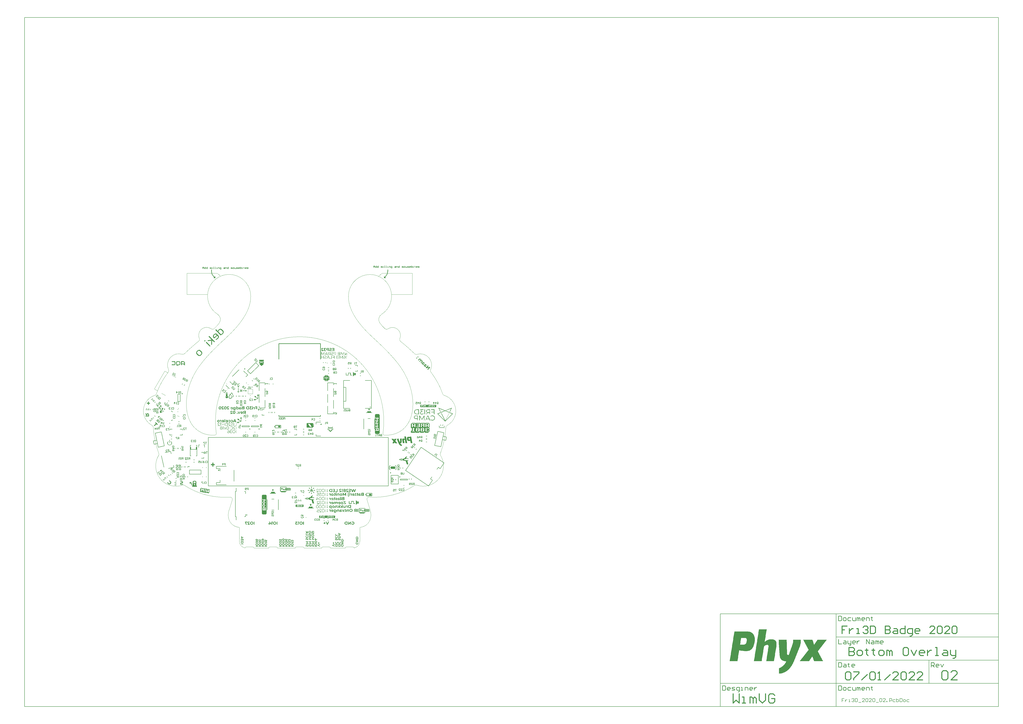
<source format=gbo>
G04*
G04 #@! TF.GenerationSoftware,Altium Limited,Altium Designer,22.0.2 (36)*
G04*
G04 Layer_Color=32896*
%FSLAX25Y25*%
%MOIN*%
G70*
G04*
G04 #@! TF.SameCoordinates,D6E2960D-4B62-4AB4-87A3-9FF5B50C98D5*
G04*
G04*
G04 #@! TF.FilePolarity,Positive*
G04*
G01*
G75*
%ADD10C,0.01181*%
%ADD11C,0.00787*%
%ADD12C,0.01575*%
%ADD13C,0.00591*%
%ADD14C,0.00984*%
%ADD15C,0.00394*%
%ADD40C,0.01968*%
%ADD187C,0.01000*%
%ADD188C,0.00600*%
%ADD189R,0.01772X0.04331*%
G36*
X-133920Y372065D02*
X-133839Y371983D01*
X-133757Y372064D01*
X-133677Y371982D01*
X-133595Y372062D01*
X-133514Y371980D01*
X-133432Y372061D01*
X-133352Y371979D01*
X-133270Y372059D01*
X-133189Y371977D01*
X-133109Y371896D01*
X-133028Y371814D01*
X-132946Y371894D01*
X-132866Y371812D01*
X-132785Y371730D01*
X-132705Y371648D01*
X-132623Y371729D01*
X-132542Y371647D01*
X-132460Y371727D01*
X-132380Y371645D01*
X-132462Y371565D01*
X-132381Y371483D01*
X-132299Y371564D01*
X-132219Y371482D01*
X-132301Y371401D01*
X-132220Y371319D01*
X-132138Y371400D01*
X-132058Y371318D01*
X-132140Y371237D01*
X-132059Y371155D01*
X-131977Y371236D01*
X-131897Y371154D01*
X-131979Y371073D01*
X-131898Y370991D01*
X-131816Y371072D01*
X-131736Y370990D01*
X-131655Y370908D01*
X-131575Y370826D01*
X-131494Y370744D01*
X-131413Y370662D01*
X-131333Y370580D01*
X-131253Y370498D01*
X-131172Y370416D01*
X-131091Y370335D01*
X-131011Y370252D01*
X-130930Y370171D01*
X-130850Y370089D01*
X-130769Y370007D01*
X-130689Y369925D01*
X-130608Y369843D01*
X-130528Y369761D01*
X-130447Y369679D01*
X-130367Y369597D01*
X-130286Y369515D01*
X-130368Y369435D01*
X-130288Y369353D01*
X-130206Y369433D01*
X-130125Y369351D01*
X-130045Y369269D01*
X-129964Y369187D01*
X-130046Y369107D01*
X-129966Y369025D01*
X-129884Y369105D01*
X-129803Y369023D01*
X-129723Y368941D01*
X-129642Y368860D01*
X-129724Y368779D01*
X-129643Y368697D01*
X-129561Y368778D01*
X-129481Y368696D01*
X-129563Y368615D01*
X-129482Y368533D01*
X-129401Y368614D01*
X-129320Y368532D01*
X-129402Y368451D01*
X-129321Y368369D01*
X-129239Y368450D01*
X-129159Y368368D01*
X-129241Y368287D01*
X-129160Y368205D01*
X-129242Y368125D01*
X-129162Y368043D01*
X-129081Y367961D01*
X-129001Y367879D01*
X-129083Y367799D01*
X-129002Y367717D01*
X-128922Y367635D01*
X-129086Y367474D01*
X-129005Y367392D01*
X-128923Y367472D01*
X-128842Y367390D01*
X-128925Y367310D01*
X-128844Y367228D01*
X-128926Y367147D01*
X-128845Y367065D01*
X-128927Y366985D01*
X-128847Y366903D01*
X-128929Y366822D01*
X-128848Y366740D01*
X-128930Y366660D01*
X-128850Y366578D01*
X-128931Y366497D01*
X-128851Y366416D01*
X-128933Y366335D01*
X-128852Y366253D01*
X-128934Y366173D01*
X-128854Y366091D01*
X-129100Y365849D01*
X-129019Y365767D01*
X-129101Y365687D01*
X-129021Y365605D01*
X-129266Y365363D01*
X-129186Y365281D01*
X-129268Y365201D01*
X-129187Y365119D01*
X-129433Y364877D01*
X-129353Y364795D01*
X-129598Y364554D01*
X-129518Y364472D01*
X-129600Y364391D01*
X-129680Y364473D01*
X-129762Y364393D01*
X-129682Y364311D01*
X-130583Y363425D01*
X-130503Y363343D01*
X-130585Y363263D01*
X-130665Y363344D01*
X-131566Y362459D01*
X-131647Y362541D01*
X-131729Y362460D01*
X-131648Y362378D01*
X-131730Y362298D01*
X-131811Y362380D01*
X-131893Y362299D01*
X-131812Y362217D01*
X-131894Y362137D01*
X-131975Y362219D01*
X-132220Y361977D01*
X-132301Y362059D01*
X-132711Y361656D01*
X-132791Y361738D01*
X-132873Y361658D01*
X-132793Y361576D01*
X-132875Y361495D01*
X-132955Y361577D01*
X-133201Y361336D01*
X-133281Y361418D01*
X-133527Y361176D01*
X-133608Y361258D01*
X-133690Y361177D01*
X-133770Y361259D01*
X-133852Y361179D01*
X-133933Y361261D01*
X-134015Y361180D01*
X-134095Y361262D01*
X-134177Y361182D01*
X-134258Y361264D01*
X-134338Y361346D01*
X-134419Y361428D01*
X-134501Y361347D01*
X-134581Y361429D01*
X-134499Y361509D01*
X-134580Y361591D01*
X-134660Y361673D01*
X-134741Y361755D01*
X-134823Y361675D01*
X-134903Y361757D01*
X-134821Y361837D01*
X-134902Y361919D01*
X-134982Y362001D01*
X-135063Y362083D01*
X-135145Y362002D01*
X-135225Y362084D01*
X-135143Y362165D01*
X-135224Y362247D01*
X-135304Y362329D01*
X-135385Y362411D01*
X-135467Y362330D01*
X-135547Y362412D01*
X-135465Y362493D01*
X-135546Y362575D01*
X-135626Y362657D01*
X-135707Y362739D01*
X-135789Y362658D01*
X-135869Y362740D01*
X-135787Y362821D01*
X-135868Y362902D01*
X-135949Y362984D01*
X-136029Y363066D01*
X-136111Y362986D01*
X-136191Y363068D01*
X-136109Y363148D01*
X-136190Y363230D01*
X-136271Y363312D01*
X-136351Y363394D01*
X-136433Y363314D01*
X-136514Y363396D01*
X-136432Y363476D01*
X-136512Y363558D01*
X-136593Y363640D01*
X-136673Y363722D01*
X-136755Y363641D01*
X-136836Y363723D01*
X-136754Y363804D01*
X-136834Y363886D01*
X-136915Y363968D01*
X-136995Y364050D01*
X-137077Y363969D01*
X-137158Y364051D01*
X-137076Y364131D01*
X-137156Y364213D01*
X-137237Y364295D01*
X-137317Y364377D01*
X-137399Y364297D01*
X-137480Y364379D01*
X-137398Y364459D01*
X-137478Y364541D01*
X-137559Y364623D01*
X-137639Y364705D01*
X-137721Y364625D01*
X-137802Y364706D01*
X-137720Y364787D01*
X-137801Y364869D01*
X-137881Y364951D01*
X-137961Y365033D01*
X-138043Y364952D01*
X-138124Y365034D01*
X-138042Y365115D01*
X-138123Y365197D01*
X-138203Y365279D01*
X-138284Y365361D01*
X-138366Y365280D01*
X-138446Y365362D01*
X-138364Y365442D01*
X-138445Y365525D01*
X-138525Y365606D01*
X-138606Y365688D01*
X-138688Y365608D01*
X-138768Y365690D01*
X-138686Y365770D01*
X-138767Y365852D01*
X-138847Y365934D01*
X-138928Y366016D01*
X-139010Y365936D01*
X-139090Y366018D01*
X-139008Y366098D01*
X-139089Y366180D01*
X-139169Y366262D01*
X-139250Y366344D01*
X-139332Y366263D01*
X-139412Y366345D01*
X-139330Y366426D01*
X-139411Y366508D01*
X-139491Y366590D01*
X-139572Y366672D01*
X-139654Y366591D01*
X-139734Y366673D01*
X-139653Y366754D01*
X-139733Y366835D01*
X-139813Y366917D01*
X-139894Y366999D01*
X-139976Y366919D01*
X-140057Y367001D01*
X-139975Y367081D01*
X-140055Y367163D01*
X-140136Y367245D01*
X-140216Y367327D01*
X-140298Y367247D01*
X-140379Y367329D01*
X-140297Y367409D01*
X-140377Y367491D01*
X-140458Y367573D01*
X-140538Y367655D01*
X-140620Y367574D01*
X-140701Y367656D01*
X-140619Y367737D01*
X-140699Y367819D01*
X-140780Y367901D01*
X-140860Y367983D01*
X-140942Y367902D01*
X-141023Y367984D01*
X-140941Y368065D01*
X-141021Y368146D01*
X-141102Y368228D01*
X-141182Y368310D01*
X-141264Y368230D01*
X-141345Y368312D01*
X-141263Y368392D01*
X-141343Y368474D01*
X-141424Y368556D01*
X-141504Y368638D01*
X-141586Y368558D01*
X-141667Y368640D01*
X-141585Y368720D01*
X-141665Y368802D01*
X-141746Y368884D01*
X-141826Y368966D01*
X-141909Y368885D01*
X-141989Y368967D01*
X-141907Y369048D01*
X-141988Y369130D01*
X-142068Y369212D01*
X-142149Y369294D01*
X-142231Y369213D01*
X-142311Y369295D01*
X-142229Y369376D01*
X-142310Y369458D01*
X-142390Y369539D01*
X-142471Y369621D01*
X-142553Y369541D01*
X-142633Y369623D01*
X-142551Y369703D01*
X-142632Y369785D01*
X-142712Y369867D01*
X-142793Y369949D01*
X-142711Y370030D01*
X-142791Y370112D01*
X-142872Y370194D01*
X-142708Y370355D01*
X-142789Y370437D01*
X-142707Y370517D01*
X-142787Y370599D01*
X-142377Y371002D01*
X-142297Y370920D01*
X-142215Y371000D01*
X-142296Y371082D01*
X-142213Y371163D01*
X-142133Y371081D01*
X-142052Y370999D01*
X-141889Y371160D01*
X-141808Y371078D01*
X-141728Y370996D01*
X-141647Y370914D01*
X-141565Y370994D01*
X-141485Y370913D01*
X-141567Y370832D01*
X-141486Y370750D01*
X-141404Y370831D01*
X-141324Y370749D01*
X-141243Y370667D01*
X-141163Y370585D01*
X-141244Y370504D01*
X-141164Y370422D01*
X-141082Y370503D01*
X-141001Y370421D01*
X-140921Y370339D01*
X-140840Y370257D01*
X-140760Y370175D01*
X-140679Y370093D01*
X-140599Y370011D01*
X-140518Y369929D01*
X-140438Y369847D01*
X-140357Y369765D01*
X-140277Y369684D01*
X-140196Y369602D01*
X-140116Y369520D01*
X-140035Y369438D01*
X-139955Y369356D01*
X-139874Y369274D01*
X-139794Y369192D01*
X-139713Y369110D01*
X-139633Y369028D01*
X-139552Y368946D01*
X-139472Y368864D01*
X-139391Y368782D01*
X-139311Y368700D01*
X-139230Y368618D01*
X-139149Y368536D01*
X-139069Y368454D01*
X-138988Y368373D01*
X-138908Y368290D01*
X-138826Y368371D01*
X-138907Y368453D01*
X-138825Y368533D01*
X-138744Y368452D01*
X-138662Y368532D01*
X-138743Y368614D01*
X-138661Y368695D01*
X-138741Y368776D01*
X-138495Y369018D01*
X-138576Y369100D01*
X-138494Y369180D01*
X-138414Y369099D01*
X-138331Y369179D01*
X-138412Y369261D01*
X-138330Y369342D01*
X-138411Y369424D01*
X-138329Y369504D01*
X-138248Y369422D01*
X-138166Y369503D01*
X-138247Y369585D01*
X-137837Y369987D01*
X-137918Y370069D01*
X-137836Y370150D01*
X-137755Y370068D01*
X-137673Y370148D01*
X-137754Y370230D01*
X-137672Y370311D01*
X-137591Y370229D01*
X-137509Y370309D01*
X-137590Y370391D01*
X-137508Y370472D01*
X-137427Y370390D01*
X-137345Y370470D01*
X-137426Y370552D01*
X-137344Y370633D01*
X-137264Y370551D01*
X-137181Y370631D01*
X-137262Y370713D01*
X-137180Y370794D01*
X-137100Y370712D01*
X-137018Y370792D01*
X-137098Y370874D01*
X-137016Y370955D01*
X-136936Y370873D01*
X-136854Y370953D01*
X-136934Y371035D01*
X-136852Y371116D01*
X-136772Y371034D01*
X-136362Y371437D01*
X-136282Y371355D01*
X-136036Y371596D01*
X-135955Y371514D01*
X-135710Y371756D01*
X-135629Y371674D01*
X-135547Y371754D01*
X-135627Y371836D01*
X-135546Y371917D01*
X-135465Y371835D01*
X-135383Y371915D01*
X-135303Y371833D01*
X-135057Y372075D01*
X-134976Y371993D01*
X-134894Y372074D01*
X-134814Y371992D01*
X-134732Y372072D01*
X-134651Y371990D01*
X-134569Y372071D01*
X-134489Y371989D01*
X-134407Y372069D01*
X-134326Y371987D01*
X-134245Y372068D01*
X-134164Y371986D01*
X-134000Y372147D01*
X-133920Y372065D01*
D02*
G37*
G36*
X-143170Y363941D02*
X-143088Y364021D01*
X-143008Y363940D01*
X-142926Y364020D01*
X-142845Y363938D01*
X-142763Y364019D01*
X-142683Y363937D01*
X-142601Y364017D01*
X-142520Y363935D01*
X-142438Y364016D01*
X-142358Y363934D01*
X-142276Y364014D01*
X-142195Y363932D01*
X-142113Y364013D01*
X-142033Y363931D01*
X-141951Y364012D01*
X-141870Y363930D01*
X-141789Y364010D01*
X-141708Y363928D01*
X-141626Y364009D01*
X-141546Y363927D01*
X-141465Y363845D01*
X-141383Y363925D01*
X-141303Y363843D01*
X-141222Y363761D01*
X-141140Y363842D01*
X-141060Y363760D01*
X-140979Y363678D01*
X-140899Y363596D01*
X-140817Y363677D01*
X-140736Y363595D01*
X-140654Y363675D01*
X-140574Y363593D01*
X-140656Y363513D01*
X-140575Y363431D01*
X-140493Y363511D01*
X-140413Y363429D01*
X-140495Y363349D01*
X-140414Y363267D01*
X-140332Y363348D01*
X-140252Y363266D01*
X-140171Y363184D01*
X-140091Y363102D01*
X-140010Y363020D01*
X-139929Y362938D01*
X-139849Y362856D01*
X-139769Y362774D01*
X-139688Y362692D01*
X-139607Y362610D01*
X-139527Y362528D01*
X-139446Y362446D01*
X-139366Y362364D01*
X-139285Y362282D01*
X-139205Y362200D01*
X-139124Y362119D01*
X-139044Y362036D01*
X-138963Y361955D01*
X-138883Y361873D01*
X-138802Y361791D01*
X-138722Y361709D01*
X-138641Y361627D01*
X-138561Y361545D01*
X-138480Y361463D01*
X-138400Y361381D01*
X-138319Y361299D01*
X-138239Y361217D01*
X-138158Y361135D01*
X-138077Y361053D01*
X-137997Y360971D01*
X-137917Y360889D01*
X-137836Y360807D01*
X-137918Y360727D01*
X-137837Y360645D01*
X-137755Y360725D01*
X-137675Y360644D01*
X-137757Y360563D01*
X-137676Y360481D01*
X-137594Y360562D01*
X-137514Y360480D01*
X-137596Y360399D01*
X-137515Y360317D01*
X-137435Y360235D01*
X-137354Y360153D01*
X-137436Y360073D01*
X-137356Y359991D01*
X-137275Y359909D01*
X-137195Y359827D01*
X-137276Y359747D01*
X-137196Y359665D01*
X-137116Y359583D01*
X-137279Y359422D01*
X-137199Y359340D01*
X-137117Y359420D01*
X-137036Y359338D01*
X-137118Y359258D01*
X-137038Y359176D01*
X-137120Y359095D01*
X-137039Y359013D01*
X-137121Y358933D01*
X-137041Y358851D01*
X-137123Y358770D01*
X-137042Y358688D01*
X-137124Y358608D01*
X-137043Y358526D01*
X-137125Y358445D01*
X-137045Y358364D01*
X-137127Y358283D01*
X-137046Y358201D01*
X-137128Y358120D01*
X-137048Y358039D01*
X-137294Y357797D01*
X-137213Y357715D01*
X-137295Y357634D01*
X-137215Y357553D01*
X-137460Y357311D01*
X-137380Y357229D01*
X-137462Y357149D01*
X-137381Y357067D01*
X-137791Y356664D01*
X-137710Y356582D01*
X-137792Y356502D01*
X-137712Y356420D01*
X-137794Y356339D01*
X-137874Y356421D01*
X-137956Y356341D01*
X-137876Y356259D01*
X-137958Y356178D01*
X-138038Y356260D01*
X-138120Y356179D01*
X-138040Y356098D01*
X-139596Y354568D01*
X-139677Y354650D01*
X-139759Y354569D01*
X-139678Y354487D01*
X-139760Y354407D01*
X-139841Y354488D01*
X-140087Y354247D01*
X-140167Y354329D01*
X-140249Y354248D01*
X-140168Y354167D01*
X-140251Y354086D01*
X-140331Y354168D01*
X-140577Y353926D01*
X-140657Y354008D01*
X-140739Y353928D01*
X-140659Y353846D01*
X-140741Y353765D01*
X-140821Y353847D01*
X-140903Y353767D01*
X-140984Y353849D01*
X-141066Y353768D01*
X-140985Y353686D01*
X-141067Y353606D01*
X-141147Y353688D01*
X-141393Y353446D01*
X-141474Y353528D01*
X-141556Y353448D01*
X-141636Y353529D01*
X-141800Y353368D01*
X-141881Y353450D01*
X-141961Y353532D01*
X-142043Y353452D01*
X-142124Y353534D01*
X-142204Y353616D01*
X-142285Y353697D01*
X-142203Y353778D01*
X-142283Y353860D01*
X-142365Y353780D01*
X-142446Y353861D01*
X-142364Y353942D01*
X-142444Y354024D01*
X-142362Y354104D01*
X-142443Y354186D01*
X-142361Y354267D01*
X-142280Y354185D01*
X-142199Y354265D01*
X-142279Y354347D01*
X-141706Y354911D01*
X-141625Y354829D01*
X-141543Y354910D01*
X-141463Y354828D01*
X-141381Y354908D01*
X-141461Y354990D01*
X-141379Y355071D01*
X-141299Y354989D01*
X-141053Y355230D01*
X-140972Y355148D01*
X-140726Y355390D01*
X-140646Y355308D01*
X-140072Y355872D01*
X-139992Y355790D01*
X-139910Y355870D01*
X-139990Y355952D01*
X-139909Y356033D01*
X-139828Y355951D01*
X-139746Y356031D01*
X-139827Y356113D01*
X-139745Y356194D01*
X-139664Y356112D01*
X-139418Y356353D01*
X-139499Y356435D01*
X-139417Y356516D01*
X-139336Y356434D01*
X-139254Y356514D01*
X-139335Y356596D01*
X-139253Y356677D01*
X-139172Y356595D01*
X-139091Y356675D01*
X-139171Y356757D01*
X-139089Y356838D01*
X-139009Y356756D01*
X-138927Y356836D01*
X-139007Y356918D01*
X-138761Y357160D01*
X-138842Y357242D01*
X-138596Y357483D01*
X-138677Y357565D01*
X-138595Y357646D01*
X-138675Y357728D01*
X-138593Y357808D01*
X-138674Y357890D01*
X-138428Y358132D01*
X-138508Y358214D01*
X-138426Y358294D01*
X-138507Y358376D01*
X-138425Y358457D01*
X-138506Y358539D01*
X-138586Y358621D01*
X-138422Y358782D01*
X-138503Y358864D01*
X-138585Y358783D01*
X-138665Y358865D01*
X-138583Y358946D01*
X-138664Y359028D01*
X-138582Y359108D01*
X-138662Y359190D01*
X-138743Y359272D01*
X-138823Y359354D01*
X-138742Y359434D01*
X-138822Y359516D01*
X-138904Y359436D01*
X-138985Y359518D01*
X-138903Y359598D01*
X-138983Y359680D01*
X-139065Y359600D01*
X-139146Y359682D01*
X-139064Y359762D01*
X-139144Y359844D01*
X-139225Y359926D01*
X-139305Y360008D01*
X-139387Y359927D01*
X-139468Y360009D01*
X-139386Y360090D01*
X-139466Y360172D01*
X-139547Y360254D01*
X-139627Y360336D01*
X-139709Y360255D01*
X-139790Y360337D01*
X-139708Y360418D01*
X-139788Y360500D01*
X-139869Y360581D01*
X-140033Y360420D01*
X-140113Y360502D01*
X-140195Y360422D01*
X-140115Y360340D01*
X-140360Y360098D01*
X-140441Y360180D01*
X-140523Y360100D01*
X-140442Y360018D01*
X-140688Y359776D01*
X-140769Y359858D01*
X-140851Y359778D01*
X-140770Y359696D01*
X-141016Y359454D01*
X-141096Y359536D01*
X-141178Y359456D01*
X-141098Y359374D01*
X-141180Y359293D01*
X-141260Y359375D01*
X-141342Y359295D01*
X-141262Y359213D01*
X-141344Y359132D01*
X-141424Y359214D01*
X-141506Y359134D01*
X-141426Y359052D01*
X-141672Y358810D01*
X-141752Y358892D01*
X-141834Y358811D01*
X-141753Y358730D01*
X-141999Y358488D01*
X-142080Y358570D01*
X-142162Y358489D01*
X-142081Y358407D01*
X-142327Y358166D01*
X-142408Y358248D01*
X-142489Y358167D01*
X-142409Y358085D01*
X-142491Y358005D01*
X-142571Y358087D01*
X-142653Y358006D01*
X-142573Y357924D01*
X-142655Y357844D01*
X-142735Y357926D01*
X-142817Y357845D01*
X-142737Y357763D01*
X-142982Y357522D01*
X-143063Y357604D01*
X-143145Y357523D01*
X-143064Y357441D01*
X-143310Y357200D01*
X-143391Y357282D01*
X-143473Y357201D01*
X-143392Y357119D01*
X-143638Y356877D01*
X-143719Y356960D01*
X-143800Y356879D01*
X-143720Y356797D01*
X-143802Y356716D01*
X-143882Y356798D01*
X-143964Y356718D01*
X-143884Y356636D01*
X-143966Y356555D01*
X-144046Y356637D01*
X-144128Y356557D01*
X-144048Y356475D01*
X-144130Y356394D01*
X-144210Y356476D01*
X-144292Y356396D01*
X-144212Y356314D01*
X-144293Y356233D01*
X-144374Y356315D01*
X-144620Y356074D01*
X-144700Y356156D01*
X-144782Y356075D01*
X-144863Y356157D01*
X-145027Y355996D01*
X-145107Y356078D01*
X-145188Y356160D01*
X-145270Y356079D01*
X-145350Y356161D01*
X-145431Y356243D01*
X-145511Y356325D01*
X-145592Y356407D01*
X-145672Y356489D01*
X-145753Y356571D01*
X-145833Y356653D01*
X-145915Y356573D01*
X-145996Y356654D01*
X-145914Y356735D01*
X-145994Y356817D01*
X-146075Y356899D01*
X-146155Y356981D01*
X-146236Y357063D01*
X-146317Y357145D01*
X-146397Y357227D01*
X-146477Y357309D01*
X-146558Y357390D01*
X-146639Y357472D01*
X-146557Y357553D01*
X-146637Y357635D01*
X-146719Y357554D01*
X-146800Y357636D01*
X-146718Y357717D01*
X-146798Y357799D01*
X-146879Y357881D01*
X-146959Y357963D01*
X-146877Y358043D01*
X-146958Y358125D01*
X-146876Y358206D01*
X-146956Y358288D01*
X-147038Y358207D01*
X-147119Y358289D01*
X-147037Y358369D01*
X-147117Y358451D01*
X-147036Y358532D01*
X-147116Y358614D01*
X-147034Y358694D01*
X-147115Y358776D01*
X-147033Y358857D01*
X-147113Y358939D01*
X-147031Y359019D01*
X-147112Y359101D01*
X-147194Y359021D01*
X-147274Y359103D01*
X-147028Y359344D01*
X-147109Y359426D01*
X-147189Y359508D01*
X-147026Y359669D01*
X-147106Y359751D01*
X-147024Y359832D01*
X-147105Y359913D01*
X-147023Y359994D01*
X-147103Y360076D01*
X-147021Y360156D01*
X-147102Y360238D01*
X-146856Y360480D01*
X-146937Y360562D01*
X-146855Y360643D01*
X-146935Y360724D01*
X-146853Y360805D01*
X-146773Y360723D01*
X-146691Y360804D01*
X-146771Y360885D01*
X-146525Y361127D01*
X-146606Y361209D01*
X-146524Y361290D01*
X-146605Y361371D01*
X-146523Y361452D01*
X-146442Y361370D01*
X-146360Y361451D01*
X-146441Y361532D01*
X-145867Y362096D01*
X-145948Y362178D01*
X-145866Y362259D01*
X-145785Y362177D01*
X-145703Y362257D01*
X-145784Y362339D01*
X-145702Y362420D01*
X-145621Y362338D01*
X-145539Y362418D01*
X-145620Y362500D01*
X-145538Y362581D01*
X-145457Y362499D01*
X-145375Y362579D01*
X-145456Y362661D01*
X-145374Y362742D01*
X-145293Y362660D01*
X-145212Y362740D01*
X-145292Y362822D01*
X-145210Y362903D01*
X-145130Y362821D01*
X-144556Y363384D01*
X-144475Y363302D01*
X-144230Y363544D01*
X-144149Y363462D01*
X-143903Y363704D01*
X-143823Y363622D01*
X-143577Y363863D01*
X-143497Y363781D01*
X-143251Y364023D01*
X-143170Y363941D01*
D02*
G37*
G36*
X-153604Y359808D02*
X-153523Y359888D01*
X-153442Y359806D01*
X-153360Y359887D01*
X-153279Y359805D01*
X-153199Y359723D01*
X-153117Y359804D01*
X-153036Y359722D01*
X-152956Y359640D01*
X-152875Y359558D01*
X-152795Y359476D01*
X-152715Y359394D01*
X-152634Y359312D01*
X-152553Y359230D01*
X-152473Y359148D01*
X-152392Y359066D01*
X-152312Y358984D01*
X-152231Y358902D01*
X-152151Y358820D01*
X-152070Y358738D01*
X-151990Y358656D01*
X-151909Y358574D01*
X-151829Y358492D01*
X-151748Y358411D01*
X-151668Y358329D01*
X-151587Y358247D01*
X-151507Y358165D01*
X-151426Y358083D01*
X-151346Y358001D01*
X-151265Y357919D01*
X-151185Y357837D01*
X-151104Y357755D01*
X-151023Y357673D01*
X-150943Y357591D01*
X-150863Y357509D01*
X-150782Y357427D01*
X-150701Y357345D01*
X-150621Y357263D01*
X-150540Y357182D01*
X-150460Y357100D01*
X-150379Y357018D01*
X-150299Y356936D01*
X-150218Y356854D01*
X-150138Y356772D01*
X-150057Y356690D01*
X-149977Y356608D01*
X-149896Y356526D01*
X-149816Y356444D01*
X-149735Y356362D01*
X-149655Y356280D01*
X-149574Y356198D01*
X-149494Y356116D01*
X-149413Y356034D01*
X-149333Y355952D01*
X-149252Y355870D01*
X-149171Y355788D01*
X-149091Y355707D01*
X-149011Y355625D01*
X-148930Y355543D01*
X-148849Y355461D01*
X-148769Y355379D01*
X-148688Y355297D01*
X-148608Y355215D01*
X-148527Y355133D01*
X-148447Y355051D01*
X-148366Y354969D01*
X-148286Y354887D01*
X-148205Y354805D01*
X-148125Y354723D01*
X-148044Y354641D01*
X-147964Y354559D01*
X-147883Y354478D01*
X-147803Y354396D01*
X-147722Y354314D01*
X-147642Y354232D01*
X-147561Y354150D01*
X-147481Y354068D01*
X-147400Y353986D01*
X-147320Y353904D01*
X-147239Y353822D01*
X-147159Y353740D01*
X-147078Y353658D01*
X-146997Y353576D01*
X-146917Y353494D01*
X-146836Y353412D01*
X-146756Y353330D01*
X-146675Y353248D01*
X-146595Y353167D01*
X-146514Y353084D01*
X-146434Y353003D01*
X-146353Y352921D01*
X-146273Y352839D01*
X-146192Y352757D01*
X-146112Y352675D01*
X-146031Y352593D01*
X-145951Y352511D01*
X-145870Y352429D01*
X-145790Y352347D01*
X-145709Y352265D01*
X-145629Y352183D01*
X-145548Y352101D01*
X-145468Y352019D01*
X-145387Y351937D01*
X-145307Y351855D01*
X-145226Y351774D01*
X-145145Y351692D01*
X-145065Y351610D01*
X-144984Y351528D01*
X-144904Y351446D01*
X-144823Y351364D01*
X-144743Y351282D01*
X-144662Y351200D01*
X-144582Y351118D01*
X-144501Y351036D01*
X-144421Y350954D01*
X-144340Y350872D01*
X-144260Y350790D01*
X-144179Y350708D01*
X-144099Y350626D01*
X-144181Y350546D01*
X-144100Y350464D01*
X-144182Y350383D01*
X-144102Y350302D01*
X-144184Y350221D01*
X-144103Y350139D01*
X-144349Y349897D01*
X-144268Y349816D01*
X-144350Y349735D01*
X-144431Y349817D01*
X-144758Y349495D01*
X-144839Y349577D01*
X-144921Y349496D01*
X-145001Y349578D01*
X-145165Y349417D01*
X-145246Y349499D01*
X-145164Y349580D01*
X-145245Y349661D01*
X-145326Y349581D01*
X-145407Y349663D01*
X-145487Y349745D01*
X-145568Y349827D01*
X-145649Y349909D01*
X-145729Y349991D01*
X-145809Y350073D01*
X-145890Y350155D01*
X-145971Y350237D01*
X-146051Y350319D01*
X-146132Y350400D01*
X-146212Y350482D01*
X-146293Y350564D01*
X-146373Y350646D01*
X-146454Y350728D01*
X-146534Y350810D01*
X-146615Y350892D01*
X-146695Y350974D01*
X-146776Y351056D01*
X-146856Y351138D01*
X-146937Y351220D01*
X-147017Y351302D01*
X-147098Y351384D01*
X-147178Y351466D01*
X-147259Y351548D01*
X-147339Y351629D01*
X-147420Y351711D01*
X-147500Y351793D01*
X-147581Y351875D01*
X-147661Y351957D01*
X-147742Y352039D01*
X-147822Y352121D01*
X-147903Y352203D01*
X-147984Y352285D01*
X-148064Y352367D01*
X-148145Y352449D01*
X-148225Y352531D01*
X-148306Y352613D01*
X-148388Y352532D01*
X-148307Y352450D01*
X-148389Y352370D01*
X-148309Y352288D01*
X-148390Y352207D01*
X-148310Y352125D01*
X-148392Y352045D01*
X-148311Y351963D01*
X-148393Y351882D01*
X-148313Y351800D01*
X-148395Y351720D01*
X-148314Y351638D01*
X-148396Y351557D01*
X-148316Y351476D01*
X-148398Y351395D01*
X-148317Y351313D01*
X-148399Y351233D01*
X-148318Y351151D01*
X-148482Y350990D01*
X-148402Y350908D01*
X-148321Y350826D01*
X-148485Y350665D01*
X-148405Y350583D01*
X-148487Y350502D01*
X-148406Y350420D01*
X-148570Y350259D01*
X-148489Y350177D01*
X-148409Y350095D01*
X-148573Y349934D01*
X-148492Y349852D01*
X-148574Y349772D01*
X-148494Y349690D01*
X-148576Y349609D01*
X-148495Y349527D01*
X-148577Y349447D01*
X-148496Y349365D01*
X-148578Y349285D01*
X-148498Y349202D01*
X-148580Y349122D01*
X-148499Y349040D01*
X-148581Y348959D01*
X-148501Y348878D01*
X-148583Y348797D01*
X-148502Y348715D01*
X-148584Y348635D01*
X-148504Y348553D01*
X-148585Y348472D01*
X-148505Y348390D01*
X-148587Y348310D01*
X-148506Y348228D01*
X-148588Y348147D01*
X-148508Y348065D01*
X-148590Y347985D01*
X-148509Y347903D01*
X-148591Y347822D01*
X-148511Y347740D01*
X-148674Y347579D01*
X-148594Y347497D01*
X-148513Y347415D01*
X-148759Y347174D01*
X-148679Y347092D01*
X-148598Y347010D01*
X-148762Y346849D01*
X-148682Y346767D01*
X-148601Y346685D01*
X-148765Y346524D01*
X-148685Y346442D01*
X-148766Y346362D01*
X-148686Y346280D01*
X-148768Y346199D01*
X-148687Y346117D01*
X-148769Y346037D01*
X-148689Y345955D01*
X-148771Y345874D01*
X-148690Y345792D01*
X-148772Y345712D01*
X-148692Y345630D01*
X-149429Y344905D01*
X-149510Y344987D01*
X-149592Y344907D01*
X-149672Y344988D01*
X-149754Y344908D01*
X-149834Y344990D01*
X-149752Y345070D01*
X-149833Y345152D01*
X-149915Y345072D01*
X-149996Y345154D01*
X-150076Y345236D01*
X-150156Y345318D01*
X-150075Y345398D01*
X-150155Y345480D01*
X-150073Y345561D01*
X-150154Y345643D01*
X-150072Y345723D01*
X-150152Y345805D01*
X-150070Y345886D01*
X-150151Y345968D01*
X-150069Y346048D01*
X-150150Y346130D01*
X-150067Y346211D01*
X-150148Y346292D01*
X-150066Y346373D01*
X-150147Y346455D01*
X-150065Y346535D01*
X-150145Y346617D01*
X-150063Y346698D01*
X-150144Y346780D01*
X-150062Y346860D01*
X-150142Y346942D01*
X-150060Y347023D01*
X-150141Y347105D01*
X-150059Y347185D01*
X-150139Y347267D01*
X-149976Y347428D01*
X-150056Y347510D01*
X-150137Y347592D01*
X-149891Y347834D01*
X-149971Y347916D01*
X-150052Y347997D01*
X-149888Y348159D01*
X-149969Y348240D01*
X-150049Y348322D01*
X-149885Y348483D01*
X-149966Y348566D01*
X-149884Y348646D01*
X-149964Y348728D01*
X-149882Y348808D01*
X-149963Y348890D01*
X-149881Y348971D01*
X-149961Y349053D01*
X-149880Y349133D01*
X-149960Y349215D01*
X-149878Y349296D01*
X-149959Y349378D01*
X-149877Y349458D01*
X-149957Y349540D01*
X-149875Y349621D01*
X-149956Y349703D01*
X-149874Y349783D01*
X-149954Y349865D01*
X-149873Y349946D01*
X-149953Y350028D01*
X-149789Y350189D01*
X-149870Y350271D01*
X-149950Y350353D01*
X-149786Y350514D01*
X-149867Y350595D01*
X-149947Y350677D01*
X-149701Y350919D01*
X-149782Y351001D01*
X-149700Y351081D01*
X-149780Y351163D01*
X-149699Y351244D01*
X-149779Y351326D01*
X-149697Y351406D01*
X-149778Y351488D01*
X-149696Y351569D01*
X-149776Y351651D01*
X-149694Y351731D01*
X-149775Y351813D01*
X-149693Y351894D01*
X-149774Y351976D01*
X-149691Y352056D01*
X-149772Y352138D01*
X-149690Y352219D01*
X-149771Y352301D01*
X-150016Y352059D01*
X-150097Y352141D01*
X-150179Y352061D01*
X-150259Y352142D01*
X-150341Y352062D01*
X-150422Y352144D01*
X-150504Y352063D01*
X-150584Y352145D01*
X-150830Y351904D01*
X-150911Y351986D01*
X-150991Y352067D01*
X-151155Y351906D01*
X-151236Y351989D01*
X-151318Y351908D01*
X-151398Y351990D01*
X-151480Y351909D01*
X-151561Y351991D01*
X-151724Y351830D01*
X-151805Y351912D01*
X-151969Y351751D01*
X-152049Y351833D01*
X-152131Y351753D01*
X-152212Y351835D01*
X-152294Y351754D01*
X-152374Y351836D01*
X-152456Y351755D01*
X-152537Y351837D01*
X-152782Y351596D01*
X-152863Y351678D01*
X-152945Y351597D01*
X-153025Y351679D01*
X-153107Y351599D01*
X-153188Y351680D01*
X-153270Y351600D01*
X-153350Y351682D01*
X-153514Y351521D01*
X-153595Y351603D01*
X-153759Y351442D01*
X-153839Y351524D01*
X-153921Y351443D01*
X-154002Y351525D01*
X-154084Y351445D01*
X-154164Y351527D01*
X-154246Y351446D01*
X-154327Y351528D01*
X-154409Y351448D01*
X-154328Y351365D01*
X-154410Y351285D01*
X-154490Y351367D01*
X-154409Y351448D01*
X-154489Y351529D01*
X-154735Y351288D01*
X-154815Y351370D01*
X-154897Y351289D01*
X-154978Y351371D01*
X-155060Y351291D01*
X-155140Y351373D01*
X-155222Y351292D01*
X-155303Y351374D01*
X-155467Y351213D01*
X-155547Y351295D01*
X-155628Y351377D01*
X-155710Y351296D01*
X-155790Y351378D01*
X-155872Y351298D01*
X-155953Y351380D01*
X-155871Y351460D01*
X-155951Y351542D01*
X-156033Y351462D01*
X-156114Y351544D01*
X-156032Y351624D01*
X-156112Y351706D01*
X-156030Y351787D01*
X-156111Y351869D01*
X-156029Y351949D01*
X-156109Y352031D01*
X-155864Y352273D01*
X-155944Y352354D01*
X-155862Y352435D01*
X-155782Y352353D01*
X-155700Y352434D01*
X-155780Y352516D01*
X-155698Y352596D01*
X-155618Y352514D01*
X-155372Y352756D01*
X-155291Y352674D01*
X-155210Y352754D01*
X-155129Y352672D01*
X-155047Y352753D01*
X-154966Y352671D01*
X-154885Y352751D01*
X-154804Y352670D01*
X-154558Y352911D01*
X-154478Y352829D01*
X-154396Y352910D01*
X-154315Y352828D01*
X-154233Y352908D01*
X-154153Y352826D01*
X-154071Y352907D01*
X-153990Y352825D01*
X-153744Y353066D01*
X-153664Y352984D01*
X-153584Y352903D01*
X-153420Y353064D01*
X-153339Y352982D01*
X-153257Y353062D01*
X-153177Y352980D01*
X-153095Y353061D01*
X-153014Y352979D01*
X-152932Y353059D01*
X-152852Y352977D01*
X-152606Y353219D01*
X-152525Y353137D01*
X-152443Y353218D01*
X-152363Y353136D01*
X-152281Y353216D01*
X-152200Y353134D01*
X-152119Y353215D01*
X-152038Y353133D01*
X-151792Y353374D01*
X-151712Y353292D01*
X-151631Y353210D01*
X-151467Y353372D01*
X-151387Y353290D01*
X-151305Y353370D01*
X-151224Y353288D01*
X-151142Y353369D01*
X-151062Y353287D01*
X-150980Y353367D01*
X-150899Y353285D01*
X-150735Y353446D01*
X-150655Y353364D01*
X-150491Y353525D01*
X-150410Y353444D01*
X-150329Y353524D01*
X-150248Y353442D01*
X-150166Y353523D01*
X-150086Y353441D01*
X-150004Y353521D01*
X-149923Y353439D01*
X-149841Y353520D01*
X-149761Y353438D01*
X-149515Y353679D01*
X-149434Y353597D01*
X-149352Y353678D01*
X-149433Y353760D01*
X-149513Y353842D01*
X-149594Y353924D01*
X-149674Y354006D01*
X-149755Y354088D01*
X-149836Y354170D01*
X-149916Y354252D01*
X-149997Y354333D01*
X-150077Y354415D01*
X-150158Y354497D01*
X-150238Y354579D01*
X-150319Y354661D01*
X-150399Y354743D01*
X-150480Y354825D01*
X-150560Y354907D01*
X-150641Y354989D01*
X-150721Y355071D01*
X-150802Y355153D01*
X-150882Y355235D01*
X-150963Y355317D01*
X-151043Y355399D01*
X-151124Y355481D01*
X-151204Y355563D01*
X-151285Y355644D01*
X-151365Y355726D01*
X-151446Y355808D01*
X-151526Y355890D01*
X-151607Y355972D01*
X-151688Y356054D01*
X-151768Y356136D01*
X-151849Y356218D01*
X-151929Y356300D01*
X-152010Y356382D01*
X-152090Y356464D01*
X-152171Y356546D01*
X-152251Y356628D01*
X-152332Y356710D01*
X-152412Y356792D01*
X-152493Y356874D01*
X-152573Y356956D01*
X-152654Y357037D01*
X-152734Y357119D01*
X-152815Y357201D01*
X-152895Y357283D01*
X-152976Y357365D01*
X-153056Y357447D01*
X-153137Y357529D01*
X-153217Y357611D01*
X-153298Y357693D01*
X-153378Y357775D01*
X-153459Y357857D01*
X-153540Y357939D01*
X-153620Y358021D01*
X-153701Y358103D01*
X-153781Y358185D01*
X-153862Y358266D01*
X-153942Y358348D01*
X-154023Y358430D01*
X-154103Y358512D01*
X-154184Y358594D01*
X-154264Y358676D01*
X-154182Y358757D01*
X-154263Y358839D01*
X-154181Y358919D01*
X-154261Y359001D01*
X-154179Y359082D01*
X-154260Y359164D01*
X-154178Y359244D01*
X-154259Y359326D01*
X-153849Y359729D01*
X-153768Y359647D01*
X-153686Y359727D01*
X-153767Y359809D01*
X-153685Y359890D01*
X-153604Y359808D01*
D02*
G37*
G36*
X-160817Y352559D02*
X-160735Y352640D01*
X-160654Y352558D01*
X-160572Y352639D01*
X-160492Y352557D01*
X-160410Y352637D01*
X-160329Y352555D01*
X-160249Y352473D01*
X-160168Y352391D01*
X-160086Y352472D01*
X-160006Y352390D01*
X-160088Y352309D01*
X-160007Y352227D01*
X-159925Y352308D01*
X-159845Y352226D01*
X-159926Y352146D01*
X-159846Y352064D01*
X-159928Y351983D01*
X-159847Y351901D01*
X-159929Y351821D01*
X-159849Y351739D01*
X-159931Y351658D01*
X-159850Y351576D01*
X-159932Y351496D01*
X-159852Y351414D01*
X-160589Y350689D01*
X-160670Y350771D01*
X-160752Y350691D01*
X-160832Y350772D01*
X-160996Y350611D01*
X-161076Y350693D01*
X-161157Y350775D01*
X-161239Y350695D01*
X-161319Y350777D01*
X-161401Y350696D01*
X-161482Y350778D01*
X-161562Y350860D01*
X-161643Y350942D01*
X-161723Y351024D01*
X-161804Y351106D01*
X-161722Y351186D01*
X-161803Y351268D01*
X-161721Y351349D01*
X-161801Y351431D01*
X-161719Y351511D01*
X-161800Y351593D01*
X-161718Y351674D01*
X-161798Y351756D01*
X-161716Y351836D01*
X-161797Y351918D01*
X-161223Y352482D01*
X-161143Y352400D01*
X-160897Y352641D01*
X-160817Y352559D01*
D02*
G37*
G36*
X-158241Y349775D02*
X-158159Y349855D01*
X-158079Y349774D01*
X-157997Y349854D01*
X-157916Y349772D01*
X-157836Y349690D01*
X-157755Y349608D01*
X-157675Y349526D01*
X-157594Y349444D01*
X-157514Y349362D01*
X-157433Y349281D01*
X-157353Y349199D01*
X-157272Y349117D01*
X-157192Y349035D01*
X-157111Y348953D01*
X-157031Y348871D01*
X-156950Y348789D01*
X-156869Y348707D01*
X-156789Y348625D01*
X-156709Y348543D01*
X-156628Y348461D01*
X-156547Y348379D01*
X-156467Y348297D01*
X-156386Y348215D01*
X-156306Y348133D01*
X-156225Y348051D01*
X-156145Y347970D01*
X-156064Y347887D01*
X-155984Y347806D01*
X-155903Y347724D01*
X-155823Y347642D01*
X-155742Y347560D01*
X-155662Y347478D01*
X-155581Y347396D01*
X-155501Y347314D01*
X-155420Y347232D01*
X-155340Y347150D01*
X-155259Y347068D01*
X-155179Y346986D01*
X-155098Y346904D01*
X-155018Y346822D01*
X-154937Y346740D01*
X-154857Y346658D01*
X-154776Y346576D01*
X-154695Y346495D01*
X-154615Y346413D01*
X-154534Y346331D01*
X-154454Y346249D01*
X-154373Y346167D01*
X-154293Y346085D01*
X-154212Y346003D01*
X-154132Y345921D01*
X-154051Y345839D01*
X-153971Y345757D01*
X-153890Y345675D01*
X-153810Y345593D01*
X-153729Y345511D01*
X-153649Y345429D01*
X-153568Y345347D01*
X-153488Y345266D01*
X-153407Y345184D01*
X-153327Y345102D01*
X-153246Y345020D01*
X-153166Y344938D01*
X-153085Y344856D01*
X-153005Y344774D01*
X-152924Y344692D01*
X-152843Y344610D01*
X-152763Y344528D01*
X-152682Y344446D01*
X-152602Y344364D01*
X-152521Y344282D01*
X-152441Y344200D01*
X-152360Y344118D01*
X-152280Y344036D01*
X-152199Y343954D01*
X-152119Y343873D01*
X-152038Y343791D01*
X-151958Y343709D01*
X-151877Y343627D01*
X-151797Y343545D01*
X-151716Y343463D01*
X-151636Y343381D01*
X-151718Y343300D01*
X-151637Y343218D01*
X-151555Y343299D01*
X-151475Y343217D01*
X-151557Y343137D01*
X-151476Y343055D01*
X-151558Y342974D01*
X-151478Y342892D01*
X-152215Y342167D01*
X-152295Y342249D01*
X-152377Y342169D01*
X-152458Y342251D01*
X-152540Y342170D01*
X-152620Y342252D01*
X-152701Y342334D01*
X-152781Y342416D01*
X-152863Y342336D01*
X-152944Y342418D01*
X-153024Y342499D01*
X-153105Y342581D01*
X-153023Y342662D01*
X-153103Y342744D01*
X-153185Y342663D01*
X-153266Y342745D01*
X-153347Y342827D01*
X-153427Y342909D01*
X-153345Y342990D01*
X-153426Y343072D01*
X-153507Y342991D01*
X-153588Y343073D01*
X-153669Y343155D01*
X-153749Y343237D01*
X-153667Y343317D01*
X-153748Y343399D01*
X-153830Y343319D01*
X-153910Y343401D01*
X-153991Y343483D01*
X-154071Y343565D01*
X-153989Y343645D01*
X-154070Y343727D01*
X-154152Y343647D01*
X-154232Y343728D01*
X-154313Y343810D01*
X-154393Y343892D01*
X-154311Y343973D01*
X-154392Y344055D01*
X-154474Y343974D01*
X-154554Y344056D01*
X-154635Y344138D01*
X-154715Y344220D01*
X-154633Y344301D01*
X-154714Y344383D01*
X-154796Y344302D01*
X-154876Y344384D01*
X-154957Y344466D01*
X-155037Y344548D01*
X-154955Y344628D01*
X-155036Y344710D01*
X-155118Y344630D01*
X-155199Y344712D01*
X-155279Y344794D01*
X-155359Y344876D01*
X-155278Y344956D01*
X-155358Y345038D01*
X-155440Y344958D01*
X-155521Y345040D01*
X-155601Y345122D01*
X-155682Y345203D01*
X-155600Y345284D01*
X-155680Y345366D01*
X-155762Y345285D01*
X-155843Y345367D01*
X-155923Y345449D01*
X-156004Y345531D01*
X-155922Y345612D01*
X-156002Y345694D01*
X-156084Y345613D01*
X-156165Y345695D01*
X-156245Y345777D01*
X-156326Y345859D01*
X-156244Y345939D01*
X-156324Y346021D01*
X-156406Y345941D01*
X-156487Y346023D01*
X-156567Y346105D01*
X-156648Y346187D01*
X-156566Y346267D01*
X-156646Y346349D01*
X-156728Y346269D01*
X-156809Y346351D01*
X-156889Y346432D01*
X-156970Y346514D01*
X-156888Y346595D01*
X-156968Y346677D01*
X-157050Y346596D01*
X-157131Y346678D01*
X-157211Y346760D01*
X-157292Y346842D01*
X-157210Y346923D01*
X-157291Y347005D01*
X-157372Y346924D01*
X-157453Y347006D01*
X-157534Y347088D01*
X-157614Y347170D01*
X-157532Y347251D01*
X-157613Y347332D01*
X-157695Y347252D01*
X-157775Y347334D01*
X-157856Y347416D01*
X-157936Y347498D01*
X-157854Y347578D01*
X-157935Y347660D01*
X-158017Y347580D01*
X-158097Y347662D01*
X-158178Y347744D01*
X-158258Y347826D01*
X-158176Y347906D01*
X-158257Y347988D01*
X-158339Y347907D01*
X-158419Y347989D01*
X-158500Y348071D01*
X-158580Y348153D01*
X-158498Y348234D01*
X-158579Y348316D01*
X-158661Y348235D01*
X-158741Y348317D01*
X-158822Y348399D01*
X-158902Y348481D01*
X-158820Y348562D01*
X-158901Y348643D01*
X-158983Y348563D01*
X-159063Y348645D01*
X-158982Y348725D01*
X-159062Y348807D01*
X-158980Y348888D01*
X-159061Y348970D01*
X-158979Y349050D01*
X-159059Y349132D01*
X-158813Y349374D01*
X-158894Y349456D01*
X-158812Y349536D01*
X-158731Y349454D01*
X-158650Y349535D01*
X-158730Y349617D01*
X-158648Y349697D01*
X-158568Y349615D01*
X-158322Y349857D01*
X-158241Y349775D01*
D02*
G37*
G36*
X38959Y339382D02*
X39077Y339377D01*
X39191Y339364D01*
X39295Y339350D01*
X39400Y339332D01*
X39496Y339309D01*
X39586Y339286D01*
X39668Y339264D01*
X39746Y339241D01*
X39814Y339218D01*
X39869Y339200D01*
X39919Y339177D01*
X39960Y339163D01*
X39987Y339150D01*
X40005Y339145D01*
X40010Y339141D01*
X40105Y339091D01*
X40192Y339040D01*
X40274Y338986D01*
X40351Y338931D01*
X40424Y338877D01*
X40492Y338818D01*
X40551Y338763D01*
X40606Y338708D01*
X40651Y338658D01*
X40697Y338613D01*
X40733Y338572D01*
X40760Y338535D01*
X40783Y338504D01*
X40801Y338481D01*
X40810Y338467D01*
X40815Y338463D01*
X39973Y337921D01*
X39905Y338008D01*
X39828Y338085D01*
X39755Y338149D01*
X39687Y338203D01*
X39623Y338244D01*
X39577Y338272D01*
X39559Y338281D01*
X39546Y338290D01*
X39536Y338294D01*
X39532D01*
X39432Y338335D01*
X39327Y338367D01*
X39227Y338390D01*
X39136Y338408D01*
X39059Y338417D01*
X39022D01*
X38995Y338422D01*
X38940D01*
X38804Y338413D01*
X38681Y338394D01*
X38631Y338385D01*
X38581Y338372D01*
X38535Y338353D01*
X38499Y338340D01*
X38463Y338326D01*
X38431Y338308D01*
X38408Y338294D01*
X38385Y338285D01*
X38372Y338272D01*
X38358Y338267D01*
X38349Y338258D01*
X38313Y338226D01*
X38281Y338194D01*
X38231Y338117D01*
X38194Y338044D01*
X38171Y337967D01*
X38153Y337903D01*
X38149Y337848D01*
X38144Y337826D01*
Y337812D01*
Y337803D01*
Y337798D01*
X38149Y337721D01*
X38162Y337648D01*
X38181Y337575D01*
X38199Y337512D01*
X38217Y337457D01*
X38235Y337416D01*
X38249Y337389D01*
X38253Y337384D01*
Y337380D01*
X38276Y337339D01*
X38299Y337298D01*
X38363Y337211D01*
X38431Y337129D01*
X38499Y337052D01*
X38563Y336984D01*
X38590Y336952D01*
X38613Y336929D01*
X38636Y336907D01*
X38649Y336893D01*
X38658Y336884D01*
X38663Y336879D01*
X40587Y335064D01*
Y334318D01*
X36816D01*
Y335255D01*
X38963D01*
X37817Y336338D01*
X37730Y336424D01*
X37648Y336502D01*
X37571Y336583D01*
X37507Y336656D01*
X37444Y336729D01*
X37389Y336793D01*
X37343Y336857D01*
X37298Y336916D01*
X37262Y336966D01*
X37234Y337011D01*
X37207Y337052D01*
X37189Y337084D01*
X37170Y337111D01*
X37161Y337129D01*
X37152Y337143D01*
Y337148D01*
X37093Y337284D01*
X37052Y337421D01*
X37020Y337548D01*
X37002Y337666D01*
X36993Y337717D01*
X36988Y337767D01*
X36984Y337807D01*
Y337844D01*
X36979Y337871D01*
Y337894D01*
Y337908D01*
Y337912D01*
X36984Y337994D01*
X36988Y338076D01*
X37016Y338226D01*
X37034Y338294D01*
X37052Y338358D01*
X37075Y338417D01*
X37093Y338472D01*
X37116Y338522D01*
X37139Y338567D01*
X37157Y338604D01*
X37175Y338636D01*
X37189Y338663D01*
X37202Y338681D01*
X37207Y338690D01*
X37211Y338695D01*
X37307Y338813D01*
X37412Y338913D01*
X37521Y339004D01*
X37626Y339072D01*
X37716Y339131D01*
X37757Y339154D01*
X37794Y339173D01*
X37821Y339186D01*
X37844Y339195D01*
X37857Y339204D01*
X37862D01*
X38021Y339264D01*
X38190Y339309D01*
X38353Y339341D01*
X38431Y339354D01*
X38504Y339364D01*
X38572Y339373D01*
X38636Y339377D01*
X38695Y339382D01*
X38740D01*
X38781Y339386D01*
X38836D01*
X38959Y339382D01*
D02*
G37*
G36*
X-171032Y336239D02*
X-170952Y336157D01*
X-170788Y336318D01*
X-170707Y336236D01*
X-170625Y336317D01*
X-170545Y336235D01*
X-170463Y336315D01*
X-170382Y336233D01*
X-170300Y336314D01*
X-170220Y336232D01*
X-170138Y336312D01*
X-170057Y336230D01*
X-169977Y336149D01*
X-169813Y336310D01*
X-169732Y336228D01*
X-169814Y336147D01*
X-169734Y336065D01*
X-169652Y336146D01*
X-169571Y336064D01*
X-169490Y336144D01*
X-169409Y336062D01*
X-169327Y336143D01*
X-169247Y336061D01*
X-169328Y335980D01*
X-169248Y335898D01*
X-169166Y335979D01*
X-169086Y335897D01*
X-169004Y335978D01*
X-168923Y335896D01*
X-168842Y335814D01*
X-168762Y335732D01*
X-168680Y335812D01*
X-168599Y335730D01*
X-168682Y335650D01*
X-168601Y335568D01*
X-168519Y335648D01*
X-168438Y335566D01*
X-168520Y335486D01*
X-168440Y335404D01*
X-168358Y335485D01*
X-168278Y335402D01*
X-168359Y335322D01*
X-168279Y335240D01*
X-168197Y335321D01*
X-168116Y335239D01*
X-168036Y335157D01*
X-167955Y335075D01*
X-167875Y334993D01*
X-167794Y334911D01*
X-167714Y334829D01*
X-167633Y334747D01*
X-167553Y334665D01*
X-167472Y334583D01*
X-167392Y334501D01*
X-167311Y334419D01*
X-167231Y334337D01*
X-167150Y334255D01*
X-167070Y334173D01*
X-166989Y334091D01*
X-166909Y334010D01*
X-166828Y333928D01*
X-166748Y333846D01*
X-166667Y333764D01*
X-166586Y333682D01*
X-166506Y333600D01*
X-166426Y333518D01*
X-166345Y333436D01*
X-166264Y333354D01*
X-166184Y333272D01*
X-166103Y333190D01*
X-166023Y333108D01*
X-166105Y333028D01*
X-166024Y332946D01*
X-165942Y333026D01*
X-165862Y332944D01*
X-165944Y332864D01*
X-165863Y332782D01*
X-165783Y332700D01*
X-165702Y332618D01*
X-165622Y332536D01*
X-165541Y332454D01*
X-165623Y332374D01*
X-165543Y332292D01*
X-165624Y332211D01*
X-165544Y332129D01*
X-165462Y332210D01*
X-165382Y332128D01*
X-165463Y332047D01*
X-165383Y331965D01*
X-165465Y331885D01*
X-165384Y331803D01*
X-165466Y331722D01*
X-165386Y331640D01*
X-165304Y331721D01*
X-165223Y331639D01*
X-165469Y331397D01*
X-165389Y331315D01*
X-165307Y331396D01*
X-165226Y331314D01*
X-165472Y331072D01*
X-165392Y330991D01*
X-165310Y331071D01*
X-165229Y330989D01*
X-165311Y330909D01*
X-165230Y330827D01*
X-165312Y330746D01*
X-165232Y330664D01*
X-165478Y330423D01*
X-165397Y330341D01*
X-165479Y330260D01*
X-165399Y330178D01*
X-165480Y330098D01*
X-165400Y330016D01*
X-165646Y329774D01*
X-165565Y329692D01*
X-165647Y329612D01*
X-165567Y329530D01*
X-165813Y329288D01*
X-165732Y329206D01*
X-165978Y328965D01*
X-165897Y328883D01*
X-165979Y328802D01*
X-166060Y328884D01*
X-166142Y328804D01*
X-166061Y328722D01*
X-166143Y328641D01*
X-166063Y328559D01*
X-166145Y328479D01*
X-166225Y328561D01*
X-166307Y328480D01*
X-166226Y328398D01*
X-166964Y327674D01*
X-166883Y327592D01*
X-166965Y327511D01*
X-167046Y327593D01*
X-167783Y326868D01*
X-167864Y326950D01*
X-167946Y326870D01*
X-167865Y326788D01*
X-167947Y326707D01*
X-168028Y326789D01*
X-168273Y326548D01*
X-168354Y326630D01*
X-168600Y326388D01*
X-168680Y326470D01*
X-168926Y326228D01*
X-169007Y326310D01*
X-169089Y326230D01*
X-169169Y326312D01*
X-169251Y326231D01*
X-169171Y326149D01*
X-169253Y326069D01*
X-169333Y326151D01*
X-169415Y326070D01*
X-169495Y326152D01*
X-169577Y326072D01*
X-169658Y326154D01*
X-169822Y325993D01*
X-169902Y326075D01*
X-170066Y325914D01*
X-170147Y325995D01*
X-170229Y325915D01*
X-170309Y325997D01*
X-170391Y325916D01*
X-170472Y325998D01*
X-170554Y325918D01*
X-170634Y326000D01*
X-170716Y325919D01*
X-170797Y326001D01*
X-170877Y326083D01*
X-170959Y326003D01*
X-171040Y326084D01*
X-171120Y326166D01*
X-171202Y326086D01*
X-171283Y326168D01*
X-171364Y326087D01*
X-171445Y326169D01*
X-171527Y326089D01*
X-171607Y326171D01*
X-171526Y326251D01*
X-171606Y326333D01*
X-171688Y326253D01*
X-171768Y326335D01*
X-171850Y326254D01*
X-171931Y326336D01*
X-172011Y326418D01*
X-172092Y326500D01*
X-172174Y326419D01*
X-172255Y326501D01*
X-172172Y326582D01*
X-172253Y326664D01*
X-172335Y326583D01*
X-172416Y326665D01*
X-172334Y326746D01*
X-172414Y326828D01*
X-172496Y326747D01*
X-172577Y326829D01*
X-172657Y326911D01*
X-172738Y326993D01*
X-172818Y327075D01*
X-172899Y327157D01*
X-172979Y327239D01*
X-173060Y327321D01*
X-173140Y327403D01*
X-173221Y327484D01*
X-173301Y327567D01*
X-173382Y327648D01*
X-173462Y327730D01*
X-173543Y327812D01*
X-173623Y327894D01*
X-173704Y327976D01*
X-173784Y328058D01*
X-173865Y328140D01*
X-173945Y328222D01*
X-174026Y328304D01*
X-174107Y328386D01*
X-174187Y328468D01*
X-174267Y328550D01*
X-174348Y328632D01*
X-174428Y328714D01*
X-174509Y328796D01*
X-174590Y328877D01*
X-174670Y328959D01*
X-174751Y329041D01*
X-174831Y329123D01*
X-174749Y329204D01*
X-174830Y329286D01*
X-174912Y329205D01*
X-174992Y329287D01*
X-174910Y329368D01*
X-174991Y329450D01*
X-175073Y329369D01*
X-175153Y329451D01*
X-175071Y329532D01*
X-175152Y329613D01*
X-175232Y329695D01*
X-175313Y329777D01*
X-175231Y329858D01*
X-175312Y329940D01*
X-175230Y330020D01*
X-175310Y330102D01*
X-175392Y330022D01*
X-175472Y330104D01*
X-175391Y330184D01*
X-175471Y330266D01*
X-175389Y330347D01*
X-175470Y330429D01*
X-175388Y330509D01*
X-175468Y330591D01*
X-175549Y330673D01*
X-175467Y330754D01*
X-175547Y330836D01*
X-175628Y330918D01*
X-175546Y330998D01*
X-175626Y331080D01*
X-175545Y331160D01*
X-175625Y331242D01*
X-175543Y331323D01*
X-175624Y331405D01*
X-175542Y331485D01*
X-175622Y331567D01*
X-175458Y331728D01*
X-175539Y331810D01*
X-175619Y331892D01*
X-175374Y332134D01*
X-175454Y332216D01*
X-175372Y332296D01*
X-175453Y332378D01*
X-175207Y332620D01*
X-175287Y332702D01*
X-175205Y332782D01*
X-175286Y332864D01*
X-175040Y333106D01*
X-175121Y333188D01*
X-175039Y333268D01*
X-174958Y333186D01*
X-174876Y333267D01*
X-174957Y333349D01*
X-174875Y333429D01*
X-174955Y333511D01*
X-174873Y333592D01*
X-174793Y333510D01*
X-174711Y333590D01*
X-174792Y333672D01*
X-174382Y334075D01*
X-174462Y334157D01*
X-174380Y334237D01*
X-174300Y334155D01*
X-174218Y334236D01*
X-174298Y334318D01*
X-174216Y334398D01*
X-174136Y334316D01*
X-174054Y334397D01*
X-174135Y334479D01*
X-174053Y334559D01*
X-173972Y334477D01*
X-173890Y334558D01*
X-173971Y334640D01*
X-173889Y334720D01*
X-173808Y334639D01*
X-173726Y334719D01*
X-173807Y334801D01*
X-173725Y334881D01*
X-173644Y334800D01*
X-173562Y334880D01*
X-173643Y334962D01*
X-173561Y335042D01*
X-173480Y334961D01*
X-173398Y335041D01*
X-173479Y335123D01*
X-173397Y335204D01*
X-173317Y335121D01*
X-172907Y335524D01*
X-172826Y335442D01*
X-172744Y335523D01*
X-172825Y335605D01*
X-172743Y335685D01*
X-172662Y335603D01*
X-172581Y335684D01*
X-172500Y335602D01*
X-172418Y335682D01*
X-172499Y335764D01*
X-172417Y335845D01*
X-172336Y335763D01*
X-172090Y336004D01*
X-172010Y335923D01*
X-171928Y336003D01*
X-171847Y335921D01*
X-171601Y336163D01*
X-171521Y336081D01*
X-171439Y336161D01*
X-171359Y336079D01*
X-171113Y336321D01*
X-171032Y336239D01*
D02*
G37*
G36*
X58992Y334318D02*
X55129D01*
Y335241D01*
X57841D01*
Y336397D01*
X55525D01*
Y337293D01*
X57841D01*
Y338376D01*
X55220D01*
Y339304D01*
X58992D01*
Y334318D01*
D02*
G37*
G36*
X49665D02*
X48509D01*
Y335692D01*
X47504D01*
X47381Y335696D01*
X47262Y335701D01*
X47149Y335710D01*
X47044Y335724D01*
X46944Y335742D01*
X46848Y335760D01*
X46757Y335778D01*
X46680Y335801D01*
X46607Y335819D01*
X46543Y335837D01*
X46484Y335856D01*
X46439Y335874D01*
X46402Y335887D01*
X46375Y335896D01*
X46357Y335906D01*
X46352D01*
X46261Y335946D01*
X46180Y335997D01*
X46102Y336047D01*
X46029Y336097D01*
X45961Y336147D01*
X45902Y336201D01*
X45843Y336251D01*
X45793Y336301D01*
X45752Y336347D01*
X45711Y336392D01*
X45679Y336433D01*
X45652Y336465D01*
X45629Y336492D01*
X45615Y336515D01*
X45606Y336529D01*
X45602Y336533D01*
X45556Y336611D01*
X45515Y336693D01*
X45479Y336775D01*
X45447Y336857D01*
X45424Y336938D01*
X45401Y337016D01*
X45383Y337093D01*
X45370Y337166D01*
X45360Y337234D01*
X45351Y337298D01*
X45347Y337352D01*
X45342Y337403D01*
X45338Y337439D01*
Y337471D01*
Y337489D01*
Y337493D01*
X45342Y337598D01*
X45347Y337694D01*
X45360Y337789D01*
X45379Y337876D01*
X45397Y337962D01*
X45420Y338039D01*
X45447Y338117D01*
X45470Y338181D01*
X45492Y338244D01*
X45520Y338294D01*
X45542Y338344D01*
X45561Y338381D01*
X45579Y338413D01*
X45588Y338435D01*
X45597Y338449D01*
X45602Y338454D01*
X45652Y338526D01*
X45711Y338599D01*
X45770Y338663D01*
X45829Y338727D01*
X45893Y338781D01*
X45957Y338831D01*
X46016Y338881D01*
X46075Y338922D01*
X46134Y338959D01*
X46184Y338990D01*
X46229Y339018D01*
X46270Y339040D01*
X46307Y339059D01*
X46330Y339072D01*
X46348Y339077D01*
X46352Y339082D01*
X46443Y339122D01*
X46543Y339154D01*
X46639Y339186D01*
X46739Y339209D01*
X46930Y339250D01*
X47021Y339264D01*
X47112Y339277D01*
X47194Y339286D01*
X47267Y339291D01*
X47335Y339300D01*
X47390D01*
X47440Y339304D01*
X49665D01*
Y334318D01*
D02*
G37*
G36*
X52645Y339377D02*
X52759Y339368D01*
X52868Y339354D01*
X52968Y339341D01*
X53064Y339323D01*
X53155Y339304D01*
X53232Y339286D01*
X53305Y339264D01*
X53369Y339245D01*
X53423Y339227D01*
X53469Y339213D01*
X53505Y339200D01*
X53532Y339191D01*
X53550Y339186D01*
X53555Y339182D01*
X53641Y339141D01*
X53723Y339100D01*
X53796Y339054D01*
X53864Y339009D01*
X53928Y338963D01*
X53987Y338913D01*
X54042Y338868D01*
X54087Y338827D01*
X54128Y338786D01*
X54165Y338745D01*
X54197Y338708D01*
X54219Y338681D01*
X54238Y338658D01*
X54256Y338636D01*
X54260Y338627D01*
X54265Y338622D01*
X54306Y338554D01*
X54342Y338485D01*
X54374Y338417D01*
X54401Y338353D01*
X54442Y338217D01*
X54470Y338099D01*
X54483Y338044D01*
X54488Y337989D01*
X54492Y337948D01*
X54497Y337908D01*
X54501Y337876D01*
Y337853D01*
Y337839D01*
Y337835D01*
X54497Y337744D01*
X54492Y337657D01*
X54479Y337575D01*
X54461Y337498D01*
X54442Y337425D01*
X54419Y337362D01*
X54397Y337302D01*
X54369Y337248D01*
X54347Y337198D01*
X54324Y337157D01*
X54301Y337120D01*
X54283Y337089D01*
X54265Y337066D01*
X54251Y337048D01*
X54247Y337038D01*
X54242Y337034D01*
X54137Y336929D01*
X54033Y336843D01*
X53928Y336766D01*
X53833Y336706D01*
X53746Y336661D01*
X53710Y336643D01*
X53678Y336629D01*
X53655Y336615D01*
X53632Y336606D01*
X53623Y336602D01*
X53619D01*
X53546Y336574D01*
X53473Y336552D01*
X53318Y336502D01*
X53164Y336456D01*
X53014Y336415D01*
X52945Y336397D01*
X52882Y336383D01*
X52827Y336370D01*
X52777Y336356D01*
X52736Y336347D01*
X52709Y336338D01*
X52686Y336333D01*
X52681D01*
X52549Y336301D01*
X52436Y336274D01*
X52336Y336247D01*
X52249Y336220D01*
X52181Y336201D01*
X52158Y336192D01*
X52135Y336188D01*
X52117Y336183D01*
X52104Y336179D01*
X52099Y336174D01*
X52095D01*
X52017Y336147D01*
X51949Y336115D01*
X51885Y336083D01*
X51835Y336056D01*
X51794Y336028D01*
X51762Y336006D01*
X51744Y335992D01*
X51740Y335987D01*
X51694Y335942D01*
X51658Y335892D01*
X51635Y335842D01*
X51617Y335796D01*
X51608Y335755D01*
X51599Y335724D01*
Y335701D01*
Y335692D01*
X51603Y335646D01*
X51608Y335605D01*
X51635Y335528D01*
X51671Y335464D01*
X51717Y335405D01*
X51762Y335360D01*
X51799Y335328D01*
X51826Y335310D01*
X51831Y335300D01*
X51835D01*
X51881Y335273D01*
X51935Y335250D01*
X52049Y335219D01*
X52167Y335191D01*
X52286Y335173D01*
X52345Y335169D01*
X52395Y335164D01*
X52440Y335159D01*
X52481D01*
X52518Y335155D01*
X52563D01*
X52727Y335159D01*
X52886Y335178D01*
X53036Y335200D01*
X53105Y335214D01*
X53168Y335228D01*
X53227Y335237D01*
X53282Y335250D01*
X53332Y335264D01*
X53369Y335273D01*
X53400Y335282D01*
X53428Y335291D01*
X53441Y335296D01*
X53446D01*
X53605Y335355D01*
X53751Y335419D01*
X53819Y335451D01*
X53883Y335482D01*
X53942Y335510D01*
X53992Y335542D01*
X54042Y335569D01*
X54083Y335596D01*
X54124Y335619D01*
X54151Y335637D01*
X54178Y335655D01*
X54197Y335669D01*
X54206Y335673D01*
X54210Y335678D01*
X54602Y334809D01*
X54538Y334764D01*
X54465Y334718D01*
X54319Y334636D01*
X54174Y334563D01*
X54033Y334504D01*
X53965Y334477D01*
X53905Y334454D01*
X53851Y334436D01*
X53805Y334418D01*
X53769Y334409D01*
X53737Y334400D01*
X53719Y334390D01*
X53714D01*
X53505Y334340D01*
X53300Y334299D01*
X53200Y334286D01*
X53109Y334272D01*
X53018Y334263D01*
X52932Y334254D01*
X52854Y334249D01*
X52786Y334245D01*
X52722Y334240D01*
X52668D01*
X52627Y334236D01*
X52568D01*
X52440Y334240D01*
X52322Y334245D01*
X52208Y334254D01*
X52099Y334268D01*
X51994Y334281D01*
X51899Y334299D01*
X51812Y334318D01*
X51731Y334340D01*
X51658Y334359D01*
X51594Y334377D01*
X51539Y334395D01*
X51494Y334409D01*
X51458Y334422D01*
X51430Y334431D01*
X51412Y334440D01*
X51407D01*
X51321Y334481D01*
X51239Y334522D01*
X51162Y334568D01*
X51094Y334613D01*
X51030Y334659D01*
X50971Y334704D01*
X50921Y334750D01*
X50871Y334795D01*
X50830Y334836D01*
X50793Y334873D01*
X50761Y334909D01*
X50739Y334936D01*
X50716Y334964D01*
X50702Y334982D01*
X50698Y334991D01*
X50693Y334996D01*
X50652Y335064D01*
X50611Y335132D01*
X50579Y335200D01*
X50552Y335269D01*
X50511Y335401D01*
X50484Y335519D01*
X50470Y335573D01*
X50466Y335624D01*
X50461Y335669D01*
X50457Y335705D01*
X50452Y335737D01*
Y335760D01*
Y335774D01*
Y335778D01*
X50457Y335869D01*
X50461Y335956D01*
X50475Y336033D01*
X50493Y336110D01*
X50511Y336179D01*
X50534Y336247D01*
X50561Y336306D01*
X50584Y336356D01*
X50607Y336406D01*
X50634Y336447D01*
X50657Y336483D01*
X50675Y336511D01*
X50693Y336533D01*
X50702Y336552D01*
X50711Y336561D01*
X50716Y336565D01*
X50816Y336670D01*
X50921Y336756D01*
X51025Y336829D01*
X51125Y336888D01*
X51212Y336934D01*
X51248Y336952D01*
X51280Y336966D01*
X51303Y336979D01*
X51321Y336988D01*
X51335Y336993D01*
X51339D01*
X51407Y337020D01*
X51480Y337043D01*
X51635Y337093D01*
X51794Y337139D01*
X51940Y337180D01*
X52008Y337198D01*
X52072Y337216D01*
X52126Y337230D01*
X52176Y337243D01*
X52217Y337252D01*
X52245Y337262D01*
X52267Y337266D01*
X52272D01*
X52372Y337289D01*
X52463Y337312D01*
X52549Y337334D01*
X52631Y337352D01*
X52704Y337375D01*
X52768Y337393D01*
X52832Y337412D01*
X52882Y337430D01*
X52932Y337448D01*
X52973Y337462D01*
X53009Y337475D01*
X53036Y337484D01*
X53059Y337493D01*
X53073Y337503D01*
X53082Y337507D01*
X53086D01*
X53132Y337534D01*
X53173Y337562D01*
X53209Y337589D01*
X53241Y337621D01*
X53268Y337653D01*
X53291Y337685D01*
X53323Y337748D01*
X53341Y337807D01*
X53350Y337853D01*
X53355Y337871D01*
Y337885D01*
Y337889D01*
Y337894D01*
X53350Y337939D01*
X53346Y337985D01*
X53318Y338067D01*
X53282Y338135D01*
X53237Y338194D01*
X53196Y338240D01*
X53159Y338276D01*
X53132Y338294D01*
X53127Y338303D01*
X53123D01*
X53077Y338331D01*
X53027Y338358D01*
X52913Y338394D01*
X52795Y338422D01*
X52677Y338444D01*
X52622Y338449D01*
X52572Y338454D01*
X52522Y338458D01*
X52481D01*
X52449Y338463D01*
X52404D01*
X52276Y338458D01*
X52144Y338444D01*
X52022Y338426D01*
X51894Y338404D01*
X51776Y338372D01*
X51662Y338340D01*
X51558Y338303D01*
X51453Y338267D01*
X51362Y338231D01*
X51280Y338194D01*
X51207Y338162D01*
X51143Y338130D01*
X51094Y338108D01*
X51057Y338090D01*
X51034Y338076D01*
X51025Y338071D01*
X50666Y338945D01*
X50798Y339022D01*
X50934Y339086D01*
X51071Y339141D01*
X51194Y339191D01*
X51253Y339209D01*
X51303Y339227D01*
X51348Y339241D01*
X51389Y339250D01*
X51421Y339259D01*
X51444Y339268D01*
X51462Y339273D01*
X51467D01*
X51635Y339309D01*
X51803Y339336D01*
X51963Y339359D01*
X52035Y339368D01*
X52104Y339373D01*
X52167Y339377D01*
X52222Y339382D01*
X52276D01*
X52317Y339386D01*
X52527D01*
X52645Y339377D01*
D02*
G37*
G36*
X44796Y338376D02*
X42676D01*
X43700Y337216D01*
Y336452D01*
X43086D01*
X43008Y336447D01*
X42935Y336438D01*
X42862Y336424D01*
X42799Y336411D01*
X42740Y336397D01*
X42630Y336356D01*
X42544Y336311D01*
X42467Y336261D01*
X42403Y336206D01*
X42358Y336147D01*
X42316Y336092D01*
X42289Y336033D01*
X42266Y335983D01*
X42253Y335937D01*
X42244Y335896D01*
X42239Y335869D01*
Y335851D01*
Y335842D01*
X42244Y335787D01*
X42248Y335733D01*
X42280Y335637D01*
X42316Y335555D01*
X42362Y335487D01*
X42412Y335432D01*
X42448Y335396D01*
X42480Y335373D01*
X42485Y335364D01*
X42489D01*
X42590Y335310D01*
X42703Y335269D01*
X42817Y335241D01*
X42926Y335223D01*
X42976Y335214D01*
X43022Y335209D01*
X43063Y335205D01*
X43099D01*
X43131Y335200D01*
X43172D01*
X43317Y335205D01*
X43459Y335219D01*
X43586Y335237D01*
X43645Y335246D01*
X43704Y335260D01*
X43754Y335269D01*
X43800Y335278D01*
X43841Y335287D01*
X43877Y335296D01*
X43905Y335305D01*
X43923Y335310D01*
X43936Y335314D01*
X43941D01*
X44077Y335364D01*
X44200Y335414D01*
X44314Y335473D01*
X44409Y335523D01*
X44451Y335551D01*
X44487Y335573D01*
X44519Y335592D01*
X44546Y335610D01*
X44569Y335628D01*
X44582Y335637D01*
X44592Y335642D01*
X44596Y335646D01*
X45042Y334764D01*
X44905Y334672D01*
X44760Y334595D01*
X44614Y334527D01*
X44482Y334472D01*
X44419Y334450D01*
X44359Y334427D01*
X44309Y334413D01*
X44269Y334400D01*
X44232Y334386D01*
X44205Y334377D01*
X44187Y334372D01*
X44182D01*
X43991Y334327D01*
X43804Y334295D01*
X43632Y334268D01*
X43550Y334259D01*
X43472Y334254D01*
X43404Y334249D01*
X43340Y334245D01*
X43281Y334240D01*
X43236D01*
X43195Y334236D01*
X43145D01*
X43022Y334240D01*
X42899Y334245D01*
X42785Y334254D01*
X42680Y334272D01*
X42580Y334286D01*
X42485Y334304D01*
X42398Y334327D01*
X42321Y334345D01*
X42248Y334368D01*
X42185Y334386D01*
X42130Y334404D01*
X42085Y334422D01*
X42048Y334436D01*
X42025Y334445D01*
X42007Y334450D01*
X42003Y334454D01*
X41916Y334495D01*
X41839Y334541D01*
X41766Y334591D01*
X41698Y334636D01*
X41634Y334686D01*
X41575Y334736D01*
X41525Y334782D01*
X41479Y334827D01*
X41438Y334868D01*
X41402Y334909D01*
X41375Y334946D01*
X41347Y334977D01*
X41329Y335000D01*
X41315Y335023D01*
X41311Y335032D01*
X41306Y335036D01*
X41265Y335105D01*
X41229Y335178D01*
X41202Y335246D01*
X41175Y335319D01*
X41133Y335455D01*
X41106Y335578D01*
X41097Y335633D01*
X41093Y335683D01*
X41083Y335728D01*
Y335769D01*
X41079Y335801D01*
Y335824D01*
Y335837D01*
Y335842D01*
X41083Y335946D01*
X41093Y336042D01*
X41111Y336138D01*
X41133Y336224D01*
X41161Y336311D01*
X41188Y336388D01*
X41220Y336456D01*
X41252Y336524D01*
X41288Y336583D01*
X41320Y336634D01*
X41347Y336679D01*
X41375Y336716D01*
X41397Y336743D01*
X41416Y336766D01*
X41425Y336779D01*
X41429Y336784D01*
X41497Y336852D01*
X41570Y336916D01*
X41648Y336970D01*
X41730Y337020D01*
X41816Y337066D01*
X41898Y337107D01*
X41980Y337139D01*
X42057Y337171D01*
X42134Y337198D01*
X42203Y337216D01*
X42266Y337234D01*
X42321Y337248D01*
X42367Y337257D01*
X42403Y337266D01*
X42421Y337271D01*
X42430D01*
X41306Y338554D01*
Y339304D01*
X44796D01*
Y338376D01*
D02*
G37*
G36*
X81037Y329187D02*
Y328819D01*
X78221D01*
Y327508D01*
X77711D01*
Y328819D01*
X76710D01*
Y329274D01*
X77711D01*
Y330429D01*
X78207D01*
Y329274D01*
X80373D01*
X77825Y332495D01*
X78394D01*
X81037Y329187D01*
D02*
G37*
G36*
X75800Y327508D02*
X75295D01*
Y331476D01*
X73334Y328141D01*
X73084D01*
X71127Y331494D01*
Y327508D01*
X70618D01*
Y332495D01*
X71054D01*
X73197Y328796D01*
X75363Y332495D01*
X75800D01*
Y327508D01*
D02*
G37*
G36*
X41998Y327508D02*
X41493D01*
Y331476D01*
X39532Y328141D01*
X39282D01*
X37325Y331494D01*
Y327508D01*
X36816D01*
Y332495D01*
X37252D01*
X39395Y328796D01*
X41561Y332495D01*
X41998D01*
Y327508D01*
D02*
G37*
G36*
X68993Y327508D02*
X66700Y327508D01*
X66532Y327513D01*
X66372Y327522D01*
X66227Y327540D01*
X66090Y327563D01*
X65963Y327586D01*
X65849Y327617D01*
X65745Y327649D01*
X65649Y327681D01*
X65567Y327713D01*
X65499Y327740D01*
X65435Y327772D01*
X65385Y327795D01*
X65349Y327818D01*
X65321Y327836D01*
X65303Y327845D01*
X65299Y327849D01*
X65217Y327918D01*
X65144Y327990D01*
X65080Y328068D01*
X65026Y328150D01*
X64980Y328232D01*
X64939Y328313D01*
X64907Y328395D01*
X64885Y328473D01*
X64866Y328545D01*
X64848Y328614D01*
X64839Y328678D01*
X64834Y328732D01*
X64830Y328778D01*
X64825Y328809D01*
Y328828D01*
Y328837D01*
X64830Y328928D01*
X64839Y329014D01*
X64848Y329096D01*
X64866Y329173D01*
X64889Y329246D01*
X64912Y329314D01*
X64935Y329378D01*
X64957Y329433D01*
X64985Y329483D01*
X65007Y329524D01*
X65030Y329565D01*
X65053Y329597D01*
X65071Y329619D01*
X65080Y329638D01*
X65089Y329647D01*
X65094Y329651D01*
X65144Y329710D01*
X65203Y329760D01*
X65262Y329810D01*
X65321Y329851D01*
X65449Y329929D01*
X65572Y329983D01*
X65626Y330006D01*
X65681Y330029D01*
X65726Y330043D01*
X65767Y330056D01*
X65804Y330065D01*
X65826Y330074D01*
X65845Y330079D01*
X65849D01*
X65722Y330138D01*
X65613Y330206D01*
X65517Y330275D01*
X65440Y330347D01*
X65376Y330406D01*
X65330Y330461D01*
X65317Y330479D01*
X65303Y330493D01*
X65294Y330502D01*
Y330507D01*
X65258Y330561D01*
X65226Y330620D01*
X65176Y330739D01*
X65139Y330857D01*
X65117Y330971D01*
X65108Y331021D01*
X65098Y331066D01*
X65094Y331107D01*
Y331144D01*
X65089Y331171D01*
Y331194D01*
Y331207D01*
Y331212D01*
X65094Y331326D01*
X65108Y331430D01*
X65130Y331526D01*
X65162Y331617D01*
X65194Y331703D01*
X65235Y331781D01*
X65276Y331853D01*
X65317Y331917D01*
X65362Y331972D01*
X65403Y332022D01*
X65444Y332063D01*
X65476Y332099D01*
X65508Y332122D01*
X65531Y332145D01*
X65544Y332154D01*
X65549Y332158D01*
X65640Y332217D01*
X65735Y332267D01*
X65840Y332313D01*
X65945Y332354D01*
X66054Y332386D01*
X66158Y332413D01*
X66263Y332436D01*
X66368Y332454D01*
X66463Y332468D01*
X66554Y332477D01*
X66632Y332486D01*
X66704Y332490D01*
X66759Y332495D01*
X68993Y332495D01*
Y327508D01*
D02*
G37*
G36*
X61754Y327508D02*
X61226D01*
Y329082D01*
X59889D01*
X59716Y329087D01*
X59552Y329101D01*
X59397Y329123D01*
X59252Y329155D01*
X59120Y329187D01*
X58997Y329223D01*
X58883Y329264D01*
X58783Y329310D01*
X58692Y329351D01*
X58615Y329392D01*
X58546Y329428D01*
X58492Y329465D01*
X58446Y329492D01*
X58414Y329515D01*
X58396Y329528D01*
X58392Y329533D01*
X58296Y329619D01*
X58214Y329715D01*
X58141Y329815D01*
X58078Y329920D01*
X58028Y330024D01*
X57982Y330129D01*
X57946Y330229D01*
X57919Y330329D01*
X57896Y330420D01*
X57877Y330507D01*
X57868Y330584D01*
X57859Y330652D01*
X57855Y330707D01*
X57850Y330748D01*
Y330775D01*
Y330784D01*
X57855Y330930D01*
X57873Y331066D01*
X57900Y331194D01*
X57937Y331316D01*
X57978Y331426D01*
X58023Y331530D01*
X58069Y331626D01*
X58119Y331708D01*
X58173Y331785D01*
X58219Y331849D01*
X58264Y331903D01*
X58305Y331954D01*
X58342Y331990D01*
X58369Y332013D01*
X58387Y332031D01*
X58392Y332035D01*
X58496Y332117D01*
X58610Y332186D01*
X58733Y332249D01*
X58856Y332299D01*
X58979Y332345D01*
X59101Y332381D01*
X59224Y332413D01*
X59343Y332436D01*
X59456Y332458D01*
X59557Y332472D01*
X59652Y332481D01*
X59729Y332486D01*
X59798Y332490D01*
X59825Y332495D01*
X61754D01*
Y327508D01*
D02*
G37*
G36*
X52258D02*
X51731D01*
Y329087D01*
X50315D01*
X50243Y329092D01*
X50174Y329096D01*
X50115Y329101D01*
X50065D01*
X50024Y329105D01*
X50002Y329110D01*
X49992D01*
X48850Y327508D01*
X48277D01*
X49492Y329214D01*
X49392Y329251D01*
X49301Y329292D01*
X49210Y329333D01*
X49128Y329378D01*
X49055Y329428D01*
X48987Y329474D01*
X48923Y329524D01*
X48864Y329569D01*
X48814Y329615D01*
X48773Y329656D01*
X48737Y329692D01*
X48705Y329729D01*
X48682Y329756D01*
X48664Y329774D01*
X48655Y329788D01*
X48650Y329792D01*
X48600Y329870D01*
X48555Y329952D01*
X48514Y330033D01*
X48477Y330120D01*
X48450Y330202D01*
X48427Y330284D01*
X48409Y330365D01*
X48391Y330438D01*
X48377Y330511D01*
X48368Y330579D01*
X48364Y330634D01*
X48359Y330684D01*
X48354Y330730D01*
Y330757D01*
Y330780D01*
Y330784D01*
X48359Y330930D01*
X48377Y331066D01*
X48404Y331194D01*
X48441Y331316D01*
X48482Y331426D01*
X48527Y331530D01*
X48573Y331626D01*
X48623Y331708D01*
X48677Y331785D01*
X48723Y331849D01*
X48768Y331903D01*
X48809Y331954D01*
X48846Y331990D01*
X48873Y332013D01*
X48891Y332031D01*
X48896Y332035D01*
X49000Y332117D01*
X49114Y332186D01*
X49237Y332249D01*
X49360Y332299D01*
X49483Y332345D01*
X49606Y332381D01*
X49729Y332413D01*
X49847Y332436D01*
X49961Y332458D01*
X50061Y332472D01*
X50156Y332481D01*
X50234Y332486D01*
X50302Y332490D01*
X50329Y332495D01*
X52258D01*
Y327508D01*
D02*
G37*
G36*
X47904D02*
X47358D01*
X46757Y328837D01*
X43977D01*
X43381Y327508D01*
X42826D01*
X45106Y332495D01*
X45624D01*
X47904Y327508D01*
D02*
G37*
G36*
X55375Y332527D02*
X55480Y332518D01*
X55575Y332509D01*
X55666Y332495D01*
X55753Y332477D01*
X55830Y332458D01*
X55903Y332445D01*
X55967Y332427D01*
X56021Y332408D01*
X56071Y332395D01*
X56112Y332377D01*
X56144Y332367D01*
X56167Y332358D01*
X56180Y332349D01*
X56185D01*
X56258Y332313D01*
X56331Y332277D01*
X56394Y332236D01*
X56453Y332195D01*
X56512Y332154D01*
X56563Y332113D01*
X56608Y332072D01*
X56649Y332035D01*
X56681Y331994D01*
X56713Y331963D01*
X56740Y331931D01*
X56763Y331903D01*
X56776Y331885D01*
X56790Y331867D01*
X56795Y331858D01*
X56799Y331853D01*
X56836Y331794D01*
X56863Y331735D01*
X56913Y331617D01*
X56945Y331499D01*
X56972Y331394D01*
X56977Y331344D01*
X56986Y331303D01*
X56990Y331262D01*
Y331230D01*
X56995Y331203D01*
Y331185D01*
Y331171D01*
Y331166D01*
X56990Y331084D01*
X56986Y331002D01*
X56972Y330930D01*
X56958Y330857D01*
X56940Y330793D01*
X56922Y330734D01*
X56899Y330679D01*
X56876Y330629D01*
X56854Y330584D01*
X56831Y330543D01*
X56813Y330511D01*
X56795Y330484D01*
X56781Y330461D01*
X56767Y330447D01*
X56763Y330438D01*
X56758Y330434D01*
X56663Y330338D01*
X56567Y330256D01*
X56472Y330188D01*
X56381Y330134D01*
X56303Y330088D01*
X56271Y330074D01*
X56239Y330056D01*
X56217Y330047D01*
X56199Y330038D01*
X56190Y330033D01*
X56185D01*
X56121Y330011D01*
X56048Y329983D01*
X55903Y329933D01*
X55753Y329888D01*
X55607Y329847D01*
X55543Y329824D01*
X55480Y329810D01*
X55425Y329792D01*
X55375Y329779D01*
X55339Y329769D01*
X55307Y329760D01*
X55289Y329756D01*
X55284D01*
X55198Y329733D01*
X55116Y329715D01*
X55043Y329697D01*
X54970Y329674D01*
X54906Y329656D01*
X54847Y329638D01*
X54793Y329624D01*
X54743Y329610D01*
X54697Y329597D01*
X54661Y329583D01*
X54629Y329574D01*
X54602Y329565D01*
X54579Y329556D01*
X54565Y329551D01*
X54556Y329546D01*
X54552D01*
X54456Y329506D01*
X54369Y329465D01*
X54292Y329419D01*
X54228Y329374D01*
X54178Y329333D01*
X54137Y329301D01*
X54115Y329283D01*
X54106Y329274D01*
X54046Y329201D01*
X54001Y329123D01*
X53969Y329046D01*
X53946Y328969D01*
X53933Y328900D01*
X53928Y328873D01*
Y328846D01*
X53924Y328823D01*
Y328809D01*
Y328800D01*
Y328796D01*
X53928Y328723D01*
X53937Y328655D01*
X53955Y328591D01*
X53978Y328532D01*
X54028Y328423D01*
X54060Y328373D01*
X54092Y328332D01*
X54124Y328291D01*
X54156Y328259D01*
X54183Y328227D01*
X54206Y328204D01*
X54228Y328186D01*
X54247Y328172D01*
X54256Y328163D01*
X54260Y328159D01*
X54329Y328118D01*
X54401Y328077D01*
X54479Y328045D01*
X54561Y328018D01*
X54724Y327972D01*
X54888Y327945D01*
X54966Y327936D01*
X55038Y327927D01*
X55102Y327922D01*
X55157Y327918D01*
X55202Y327913D01*
X55266D01*
X55443Y327922D01*
X55612Y327940D01*
X55771Y327963D01*
X55844Y327981D01*
X55907Y327995D01*
X55971Y328009D01*
X56026Y328027D01*
X56076Y328041D01*
X56117Y328050D01*
X56148Y328063D01*
X56176Y328068D01*
X56190Y328077D01*
X56194D01*
X56353Y328145D01*
X56426Y328182D01*
X56494Y328218D01*
X56558Y328254D01*
X56617Y328291D01*
X56672Y328327D01*
X56717Y328359D01*
X56763Y328395D01*
X56799Y328423D01*
X56831Y328450D01*
X56858Y328473D01*
X56881Y328491D01*
X56895Y328505D01*
X56904Y328514D01*
X56908Y328518D01*
X57118Y328113D01*
X57063Y328059D01*
X57004Y328009D01*
X56876Y327913D01*
X56745Y327836D01*
X56622Y327767D01*
X56563Y327736D01*
X56508Y327713D01*
X56458Y327690D01*
X56412Y327672D01*
X56381Y327658D01*
X56353Y327649D01*
X56335Y327640D01*
X56331D01*
X56139Y327581D01*
X55948Y327540D01*
X55771Y327508D01*
X55684Y327499D01*
X55607Y327490D01*
X55534Y327481D01*
X55466Y327476D01*
X55411Y327472D01*
X55361D01*
X55320Y327467D01*
X55152D01*
X55043Y327476D01*
X54943Y327485D01*
X54847Y327495D01*
X54752Y327508D01*
X54670Y327522D01*
X54592Y327540D01*
X54520Y327558D01*
X54456Y327572D01*
X54397Y327590D01*
X54347Y327604D01*
X54306Y327617D01*
X54274Y327626D01*
X54251Y327636D01*
X54238Y327645D01*
X54233D01*
X54156Y327681D01*
X54083Y327717D01*
X54019Y327758D01*
X53955Y327799D01*
X53901Y327840D01*
X53851Y327881D01*
X53805Y327922D01*
X53764Y327959D01*
X53728Y327995D01*
X53696Y328027D01*
X53669Y328059D01*
X53646Y328086D01*
X53632Y328104D01*
X53619Y328122D01*
X53610Y328132D01*
Y328136D01*
X53573Y328195D01*
X53541Y328254D01*
X53491Y328373D01*
X53455Y328491D01*
X53432Y328596D01*
X53423Y328646D01*
X53414Y328687D01*
X53409Y328728D01*
Y328759D01*
X53405Y328787D01*
Y328805D01*
Y328818D01*
Y328823D01*
X53409Y328905D01*
X53414Y328987D01*
X53428Y329060D01*
X53441Y329128D01*
X53460Y329192D01*
X53478Y329251D01*
X53500Y329305D01*
X53523Y329355D01*
X53546Y329401D01*
X53569Y329437D01*
X53587Y329469D01*
X53605Y329497D01*
X53619Y329519D01*
X53632Y329533D01*
X53637Y329542D01*
X53641Y329546D01*
X53733Y329642D01*
X53828Y329724D01*
X53924Y329792D01*
X54015Y329847D01*
X54097Y329892D01*
X54128Y329910D01*
X54156Y329924D01*
X54183Y329933D01*
X54201Y329942D01*
X54210Y329947D01*
X54215D01*
X54278Y329970D01*
X54351Y329997D01*
X54497Y330043D01*
X54642Y330088D01*
X54783Y330129D01*
X54852Y330147D01*
X54911Y330165D01*
X54966Y330179D01*
X55011Y330193D01*
X55047Y330202D01*
X55079Y330211D01*
X55098Y330215D01*
X55102D01*
X55189Y330238D01*
X55266Y330256D01*
X55343Y330279D01*
X55411Y330297D01*
X55480Y330315D01*
X55539Y330334D01*
X55593Y330347D01*
X55643Y330361D01*
X55689Y330375D01*
X55730Y330388D01*
X55762Y330397D01*
X55789Y330406D01*
X55812Y330416D01*
X55826Y330420D01*
X55835Y330425D01*
X55839D01*
X55935Y330466D01*
X56026Y330507D01*
X56103Y330557D01*
X56167Y330598D01*
X56221Y330639D01*
X56262Y330670D01*
X56285Y330693D01*
X56294Y330702D01*
X56353Y330775D01*
X56399Y330852D01*
X56431Y330934D01*
X56453Y331012D01*
X56467Y331080D01*
X56472Y331112D01*
Y331135D01*
X56476Y331157D01*
Y331171D01*
Y331180D01*
Y331185D01*
X56472Y331257D01*
X56463Y331326D01*
X56444Y331389D01*
X56426Y331453D01*
X56371Y331562D01*
X56340Y331612D01*
X56308Y331658D01*
X56280Y331694D01*
X56249Y331731D01*
X56221Y331762D01*
X56194Y331785D01*
X56176Y331803D01*
X56158Y331817D01*
X56148Y331826D01*
X56144Y331831D01*
X56080Y331876D01*
X56007Y331917D01*
X55930Y331949D01*
X55848Y331976D01*
X55684Y332022D01*
X55525Y332054D01*
X55452Y332063D01*
X55380Y332072D01*
X55320Y332076D01*
X55266Y332081D01*
X55220Y332085D01*
X55157D01*
X55029Y332081D01*
X54902Y332067D01*
X54788Y332054D01*
X54679Y332035D01*
X54633Y332022D01*
X54592Y332013D01*
X54552Y332003D01*
X54520Y331999D01*
X54497Y331990D01*
X54474Y331985D01*
X54465Y331981D01*
X54461D01*
X54329Y331940D01*
X54206Y331890D01*
X54092Y331840D01*
X53992Y331790D01*
X53946Y331767D01*
X53910Y331744D01*
X53873Y331726D01*
X53846Y331708D01*
X53824Y331694D01*
X53805Y331685D01*
X53796Y331680D01*
X53792Y331676D01*
X53610Y332095D01*
X53728Y332167D01*
X53846Y332231D01*
X53965Y332286D01*
X54078Y332331D01*
X54128Y332354D01*
X54174Y332367D01*
X54215Y332386D01*
X54251Y332395D01*
X54278Y332404D01*
X54301Y332413D01*
X54315Y332418D01*
X54319D01*
X54474Y332458D01*
X54624Y332486D01*
X54765Y332509D01*
X54829Y332513D01*
X54893Y332522D01*
X54947Y332527D01*
X54997Y332531D01*
X55043D01*
X55084Y332536D01*
X55270D01*
X55375Y332527D01*
D02*
G37*
G36*
X200940Y325199D02*
X201052Y325188D01*
X201153Y325159D01*
X201247Y325123D01*
X201326Y325080D01*
X201391Y325037D01*
X201420Y325015D01*
X201438Y324997D01*
X201459Y324982D01*
X201481Y324961D01*
X201557Y324871D01*
X201614Y324777D01*
X201661Y324687D01*
X201690Y324600D01*
X201708Y324524D01*
X201719Y324470D01*
X201723Y324431D01*
Y324424D01*
Y324416D01*
Y324359D01*
X201715Y324308D01*
X201690Y324203D01*
X201650Y324113D01*
X201607Y324027D01*
X201564Y323962D01*
X201542Y323933D01*
X201520Y323911D01*
X201510Y323893D01*
X201495Y323879D01*
X201488Y323872D01*
X201484Y323868D01*
X201438Y323829D01*
X201394Y323792D01*
X201301Y323735D01*
X201207Y323691D01*
X201120Y323663D01*
X201048Y323641D01*
X200990Y323634D01*
X200951Y323630D01*
X200940Y323634D01*
X200936Y323630D01*
X200875Y323634D01*
X200824Y323641D01*
X200716Y323670D01*
X200623Y323706D01*
X200543Y323749D01*
X200475Y323789D01*
X200446Y323810D01*
X200428Y323829D01*
X200406Y323843D01*
X200385Y323865D01*
X200345Y323911D01*
X200309Y323955D01*
X200251Y324048D01*
X200212Y324139D01*
X200183Y324225D01*
X200165Y324301D01*
X200157Y324359D01*
X200154Y324398D01*
Y324413D01*
X200157Y324474D01*
X200161Y324528D01*
X200193Y324633D01*
X200230Y324726D01*
X200269Y324809D01*
X200312Y324874D01*
X200334Y324903D01*
X200352Y324921D01*
X200366Y324943D01*
X200377Y324954D01*
X200385Y324961D01*
X200388Y324964D01*
X200431Y325008D01*
X200482Y325044D01*
X200579Y325105D01*
X200670Y325145D01*
X200756Y325174D01*
X200828Y325188D01*
X200889Y325199D01*
X200925D01*
X200936Y325202D01*
X200940Y325199D01*
D02*
G37*
G36*
X40979Y321442D02*
X40451D01*
Y323740D01*
X37330D01*
Y321442D01*
X36811D01*
Y326429D01*
X37330D01*
Y324204D01*
X40451D01*
Y326429D01*
X40979D01*
Y321442D01*
D02*
G37*
G36*
X75850Y326465D02*
X75968Y326456D01*
X76087Y326443D01*
X76196Y326424D01*
X76301Y326402D01*
X76401Y326374D01*
X76492Y326351D01*
X76578Y326324D01*
X76651Y326292D01*
X76719Y326270D01*
X76778Y326242D01*
X76828Y326220D01*
X76869Y326201D01*
X76897Y326188D01*
X76915Y326179D01*
X76919Y326174D01*
X77015Y326115D01*
X77101Y326051D01*
X77183Y325983D01*
X77261Y325915D01*
X77333Y325842D01*
X77397Y325769D01*
X77456Y325696D01*
X77511Y325628D01*
X77561Y325560D01*
X77602Y325501D01*
X77638Y325442D01*
X77666Y325396D01*
X77688Y325355D01*
X77706Y325328D01*
X77715Y325305D01*
X77720Y325301D01*
X77770Y325191D01*
X77811Y325073D01*
X77852Y324955D01*
X77884Y324836D01*
X77911Y324718D01*
X77934Y324600D01*
X77952Y324486D01*
X77966Y324377D01*
X77979Y324277D01*
X77988Y324186D01*
X77993Y324099D01*
X77998Y324031D01*
X78002Y323972D01*
Y323926D01*
Y323899D01*
Y323895D01*
Y323890D01*
X77998Y323672D01*
X77979Y323471D01*
X77952Y323280D01*
X77920Y323103D01*
X77879Y322939D01*
X77834Y322789D01*
X77788Y322648D01*
X77738Y322525D01*
X77688Y322416D01*
X77643Y322320D01*
X77597Y322238D01*
X77556Y322170D01*
X77524Y322120D01*
X77497Y322084D01*
X77479Y322061D01*
X77474Y322052D01*
X77370Y321938D01*
X77256Y321838D01*
X77138Y321751D01*
X77015Y321674D01*
X76887Y321610D01*
X76765Y321560D01*
X76637Y321515D01*
X76519Y321483D01*
X76405Y321456D01*
X76301Y321438D01*
X76205Y321419D01*
X76123Y321410D01*
X76055Y321406D01*
X76028D01*
X76005Y321401D01*
X75959D01*
X75782Y321410D01*
X75618Y321428D01*
X75541Y321447D01*
X75468Y321460D01*
X75400Y321479D01*
X75340Y321497D01*
X75286Y321510D01*
X75236Y321529D01*
X75190Y321547D01*
X75154Y321560D01*
X75127Y321569D01*
X75104Y321579D01*
X75090Y321588D01*
X75086D01*
X74949Y321665D01*
X74826Y321751D01*
X74722Y321838D01*
X74676Y321883D01*
X74635Y321924D01*
X74599Y321965D01*
X74567Y322006D01*
X74540Y322038D01*
X74517Y322065D01*
X74499Y322093D01*
X74485Y322111D01*
X74480Y322120D01*
X74476Y322125D01*
X74435Y322193D01*
X74403Y322261D01*
X74371Y322329D01*
X74348Y322398D01*
X74308Y322534D01*
X74280Y322657D01*
X74271Y322716D01*
X74267Y322766D01*
X74257Y322812D01*
Y322853D01*
X74253Y322884D01*
Y322912D01*
Y322925D01*
Y322930D01*
Y323012D01*
X74262Y323094D01*
X74285Y323239D01*
X74303Y323308D01*
X74321Y323376D01*
X74339Y323435D01*
X74358Y323490D01*
X74380Y323540D01*
X74399Y323581D01*
X74417Y323622D01*
X74435Y323653D01*
X74449Y323681D01*
X74458Y323699D01*
X74462Y323708D01*
X74467Y323712D01*
X74553Y323835D01*
X74649Y323940D01*
X74749Y324031D01*
X74844Y324104D01*
X74931Y324163D01*
X74967Y324186D01*
X74999Y324204D01*
X75027Y324222D01*
X75045Y324231D01*
X75058Y324240D01*
X75063D01*
X75208Y324304D01*
X75359Y324349D01*
X75509Y324381D01*
X75641Y324404D01*
X75704Y324413D01*
X75759Y324418D01*
X75809Y324422D01*
X75855D01*
X75886Y324427D01*
X75937D01*
X76032Y324422D01*
X76128Y324418D01*
X76305Y324391D01*
X76387Y324372D01*
X76464Y324354D01*
X76537Y324336D01*
X76601Y324313D01*
X76660Y324290D01*
X76714Y324272D01*
X76760Y324254D01*
X76796Y324236D01*
X76828Y324222D01*
X76851Y324208D01*
X76865Y324204D01*
X76869Y324199D01*
X76942Y324154D01*
X77010Y324108D01*
X77074Y324058D01*
X77133Y324008D01*
X77188Y323954D01*
X77233Y323904D01*
X77279Y323854D01*
X77315Y323803D01*
X77351Y323753D01*
X77379Y323712D01*
X77406Y323672D01*
X77424Y323640D01*
X77443Y323612D01*
X77452Y323590D01*
X77456Y323576D01*
X77461Y323571D01*
X77470Y323653D01*
X77474Y323731D01*
X77479Y323799D01*
Y323858D01*
X77483Y323908D01*
Y323945D01*
Y323967D01*
Y323976D01*
X77479Y324158D01*
X77465Y324327D01*
X77438Y324486D01*
X77411Y324636D01*
X77374Y324773D01*
X77333Y324896D01*
X77292Y325009D01*
X77247Y325109D01*
X77206Y325200D01*
X77165Y325278D01*
X77124Y325346D01*
X77088Y325401D01*
X77056Y325442D01*
X77033Y325473D01*
X77019Y325492D01*
X77015Y325496D01*
X76924Y325587D01*
X76824Y325669D01*
X76719Y325737D01*
X76610Y325801D01*
X76505Y325851D01*
X76396Y325892D01*
X76287Y325928D01*
X76187Y325956D01*
X76091Y325974D01*
X76000Y325992D01*
X75918Y326006D01*
X75850Y326010D01*
X75791Y326015D01*
X75750Y326019D01*
X75713D01*
X75600Y326015D01*
X75495Y326010D01*
X75400Y325997D01*
X75304Y325983D01*
X75218Y325965D01*
X75140Y325947D01*
X75067Y325924D01*
X74999Y325906D01*
X74940Y325883D01*
X74890Y325860D01*
X74844Y325842D01*
X74808Y325824D01*
X74781Y325810D01*
X74763Y325796D01*
X74749Y325792D01*
X74744Y325787D01*
X74540Y326201D01*
X74626Y326247D01*
X74717Y326292D01*
X74813Y326324D01*
X74913Y326356D01*
X75008Y326383D01*
X75108Y326406D01*
X75204Y326424D01*
X75295Y326438D01*
X75386Y326447D01*
X75463Y326456D01*
X75536Y326461D01*
X75600Y326465D01*
X75650Y326470D01*
X75723D01*
X75850Y326465D01*
D02*
G37*
G36*
X198913Y323172D02*
X199025Y323161D01*
X199126Y323132D01*
X199220Y323096D01*
X199299Y323053D01*
X199364Y323010D01*
X199393Y322988D01*
X199411Y322970D01*
X199433Y322956D01*
X199454Y322934D01*
X199530Y322844D01*
X199588Y322750D01*
X199635Y322660D01*
X199663Y322573D01*
X199681Y322498D01*
X199692Y322444D01*
X199696Y322404D01*
Y322397D01*
Y322390D01*
Y322332D01*
X199689Y322281D01*
X199663Y322177D01*
X199624Y322087D01*
X199580Y322000D01*
X199537Y321935D01*
X199515Y321906D01*
X199494Y321885D01*
X199483Y321867D01*
X199469Y321852D01*
X199461Y321845D01*
X199458Y321841D01*
X199411Y321802D01*
X199368Y321766D01*
X199274Y321708D01*
X199180Y321665D01*
X199093Y321636D01*
X199021Y321614D01*
X198964Y321607D01*
X198924Y321603D01*
X198913Y321607D01*
X198910Y321603D01*
X198848Y321607D01*
X198798Y321614D01*
X198690Y321643D01*
X198600Y321683D01*
X198516Y321722D01*
X198452Y321766D01*
X198423Y321787D01*
X198405Y321805D01*
X198383Y321820D01*
X198362Y321841D01*
X198322Y321888D01*
X198286Y321932D01*
X198228Y322025D01*
X198188Y322115D01*
X198160Y322202D01*
X198138Y322274D01*
X198131Y322332D01*
X198127Y322372D01*
Y322386D01*
X198131Y322447D01*
X198134Y322501D01*
X198167Y322606D01*
X198203Y322700D01*
X198242Y322783D01*
X198286Y322848D01*
X198307Y322876D01*
X198325Y322894D01*
X198340Y322916D01*
X198351Y322927D01*
X198358Y322934D01*
X198362Y322938D01*
X198405Y322981D01*
X198455Y323017D01*
X198553Y323078D01*
X198643Y323118D01*
X198729Y323147D01*
X198801Y323161D01*
X198863Y323172D01*
X198899D01*
X198910Y323176D01*
X198913Y323172D01*
D02*
G37*
G36*
X73220Y321442D02*
X72715D01*
Y325410D01*
X70754Y322075D01*
X70504D01*
X68547Y325428D01*
Y321442D01*
X68038D01*
Y326429D01*
X68475D01*
X70618Y322730D01*
X72783Y326429D01*
X73220D01*
Y321442D01*
D02*
G37*
G36*
X80878Y325969D02*
X79704D01*
Y321442D01*
X79190D01*
Y326429D01*
X80878D01*
Y325969D01*
D02*
G37*
G36*
X66413Y321442D02*
X64120D01*
X63952Y321447D01*
X63793Y321456D01*
X63647Y321474D01*
X63510Y321497D01*
X63383Y321519D01*
X63269Y321551D01*
X63165Y321583D01*
X63069Y321615D01*
X62987Y321647D01*
X62919Y321674D01*
X62855Y321706D01*
X62805Y321729D01*
X62769Y321751D01*
X62742Y321770D01*
X62723Y321779D01*
X62719Y321783D01*
X62637Y321852D01*
X62564Y321924D01*
X62500Y322002D01*
X62446Y322084D01*
X62400Y322165D01*
X62359Y322247D01*
X62327Y322329D01*
X62305Y322407D01*
X62287Y322480D01*
X62268Y322548D01*
X62259Y322611D01*
X62255Y322666D01*
X62250Y322711D01*
X62246Y322743D01*
Y322762D01*
Y322771D01*
X62250Y322862D01*
X62259Y322948D01*
X62268Y323030D01*
X62287Y323107D01*
X62309Y323180D01*
X62332Y323248D01*
X62355Y323312D01*
X62378Y323367D01*
X62405Y323417D01*
X62428Y323458D01*
X62450Y323499D01*
X62473Y323531D01*
X62491Y323553D01*
X62500Y323571D01*
X62509Y323581D01*
X62514Y323585D01*
X62564Y323644D01*
X62623Y323694D01*
X62682Y323744D01*
X62742Y323785D01*
X62869Y323863D01*
X62992Y323917D01*
X63046Y323940D01*
X63101Y323963D01*
X63146Y323976D01*
X63187Y323990D01*
X63224Y323999D01*
X63247Y324008D01*
X63265Y324013D01*
X63269D01*
X63142Y324072D01*
X63033Y324140D01*
X62937Y324208D01*
X62860Y324281D01*
X62796Y324340D01*
X62751Y324395D01*
X62737Y324413D01*
X62723Y324427D01*
X62714Y324436D01*
Y324441D01*
X62678Y324495D01*
X62646Y324554D01*
X62596Y324673D01*
X62559Y324791D01*
X62537Y324905D01*
X62528Y324955D01*
X62519Y325000D01*
X62514Y325041D01*
Y325078D01*
X62509Y325105D01*
Y325128D01*
Y325141D01*
Y325146D01*
X62514Y325259D01*
X62528Y325364D01*
X62550Y325460D01*
X62582Y325551D01*
X62614Y325637D01*
X62655Y325714D01*
X62696Y325787D01*
X62737Y325851D01*
X62782Y325906D01*
X62823Y325956D01*
X62864Y325997D01*
X62896Y326033D01*
X62928Y326056D01*
X62951Y326079D01*
X62964Y326088D01*
X62969Y326092D01*
X63060Y326151D01*
X63156Y326201D01*
X63260Y326247D01*
X63365Y326288D01*
X63474Y326320D01*
X63579Y326347D01*
X63683Y326370D01*
X63788Y326388D01*
X63884Y326402D01*
X63974Y326411D01*
X64052Y326420D01*
X64125Y326424D01*
X64179Y326429D01*
X66413D01*
Y321442D01*
D02*
G37*
G36*
X59174D02*
X58647D01*
Y323558D01*
X56067D01*
Y324013D01*
X58647D01*
Y325969D01*
X55753D01*
Y326429D01*
X59174D01*
Y321442D01*
D02*
G37*
G36*
X54665D02*
X51344D01*
Y321897D01*
X54137D01*
Y326429D01*
X54665D01*
Y321442D01*
D02*
G37*
G36*
X51266D02*
X50720D01*
X50120Y322771D01*
X47340D01*
X46744Y321442D01*
X46189D01*
X48468Y326429D01*
X48987D01*
X51266Y321442D01*
D02*
G37*
G36*
X44096Y326461D02*
X44200Y326452D01*
X44296Y326443D01*
X44387Y326429D01*
X44473Y326411D01*
X44551Y326393D01*
X44623Y326379D01*
X44687Y326361D01*
X44742Y326342D01*
X44792Y326329D01*
X44833Y326311D01*
X44864Y326302D01*
X44887Y326292D01*
X44901Y326283D01*
X44905D01*
X44978Y326247D01*
X45051Y326210D01*
X45115Y326169D01*
X45174Y326129D01*
X45233Y326088D01*
X45283Y326047D01*
X45329Y326006D01*
X45370Y325969D01*
X45401Y325928D01*
X45433Y325897D01*
X45461Y325865D01*
X45483Y325837D01*
X45497Y325819D01*
X45511Y325801D01*
X45515Y325792D01*
X45520Y325787D01*
X45556Y325728D01*
X45583Y325669D01*
X45634Y325551D01*
X45665Y325432D01*
X45693Y325328D01*
X45697Y325278D01*
X45706Y325237D01*
X45711Y325196D01*
Y325164D01*
X45715Y325137D01*
Y325118D01*
Y325105D01*
Y325100D01*
X45711Y325018D01*
X45706Y324937D01*
X45693Y324864D01*
X45679Y324791D01*
X45661Y324727D01*
X45643Y324668D01*
X45620Y324613D01*
X45597Y324563D01*
X45574Y324518D01*
X45552Y324477D01*
X45533Y324445D01*
X45515Y324418D01*
X45502Y324395D01*
X45488Y324381D01*
X45483Y324372D01*
X45479Y324368D01*
X45383Y324272D01*
X45288Y324190D01*
X45192Y324122D01*
X45101Y324067D01*
X45024Y324022D01*
X44992Y324008D01*
X44960Y323990D01*
X44937Y323981D01*
X44919Y323972D01*
X44910Y323967D01*
X44905D01*
X44842Y323945D01*
X44769Y323917D01*
X44623Y323867D01*
X44473Y323822D01*
X44328Y323781D01*
X44264Y323758D01*
X44200Y323744D01*
X44146Y323726D01*
X44096Y323712D01*
X44059Y323703D01*
X44027Y323694D01*
X44009Y323690D01*
X44005D01*
X43918Y323667D01*
X43836Y323649D01*
X43763Y323631D01*
X43691Y323608D01*
X43627Y323590D01*
X43568Y323571D01*
X43513Y323558D01*
X43463Y323544D01*
X43418Y323531D01*
X43381Y323517D01*
X43349Y323508D01*
X43322Y323499D01*
X43299Y323490D01*
X43286Y323485D01*
X43277Y323481D01*
X43272D01*
X43176Y323440D01*
X43090Y323399D01*
X43013Y323353D01*
X42949Y323308D01*
X42899Y323267D01*
X42858Y323235D01*
X42835Y323217D01*
X42826Y323207D01*
X42767Y323135D01*
X42722Y323057D01*
X42690Y322980D01*
X42667Y322903D01*
X42653Y322834D01*
X42649Y322807D01*
Y322780D01*
X42644Y322757D01*
Y322743D01*
Y322734D01*
Y322730D01*
X42649Y322657D01*
X42658Y322589D01*
X42676Y322525D01*
X42699Y322466D01*
X42749Y322357D01*
X42781Y322307D01*
X42812Y322266D01*
X42844Y322225D01*
X42876Y322193D01*
X42904Y322161D01*
X42926Y322138D01*
X42949Y322120D01*
X42967Y322106D01*
X42976Y322097D01*
X42981Y322093D01*
X43049Y322052D01*
X43122Y322011D01*
X43199Y321979D01*
X43281Y321952D01*
X43445Y321906D01*
X43609Y321879D01*
X43686Y321870D01*
X43759Y321861D01*
X43823Y321856D01*
X43877Y321852D01*
X43923Y321847D01*
X43986D01*
X44164Y321856D01*
X44332Y321874D01*
X44491Y321897D01*
X44564Y321915D01*
X44628Y321929D01*
X44692Y321943D01*
X44746Y321961D01*
X44796Y321974D01*
X44837Y321984D01*
X44869Y321997D01*
X44896Y322002D01*
X44910Y322011D01*
X44915D01*
X45074Y322079D01*
X45147Y322115D01*
X45215Y322152D01*
X45279Y322188D01*
X45338Y322225D01*
X45392Y322261D01*
X45438Y322293D01*
X45483Y322329D01*
X45520Y322357D01*
X45552Y322384D01*
X45579Y322407D01*
X45602Y322425D01*
X45615Y322439D01*
X45624Y322448D01*
X45629Y322452D01*
X45838Y322047D01*
X45784Y321993D01*
X45724Y321943D01*
X45597Y321847D01*
X45465Y321770D01*
X45342Y321701D01*
X45283Y321670D01*
X45228Y321647D01*
X45178Y321624D01*
X45133Y321606D01*
X45101Y321592D01*
X45074Y321583D01*
X45056Y321574D01*
X45051D01*
X44860Y321515D01*
X44669Y321474D01*
X44491Y321442D01*
X44405Y321433D01*
X44328Y321424D01*
X44255Y321415D01*
X44187Y321410D01*
X44132Y321406D01*
X44082D01*
X44041Y321401D01*
X43873D01*
X43763Y321410D01*
X43663Y321419D01*
X43568Y321428D01*
X43472Y321442D01*
X43390Y321456D01*
X43313Y321474D01*
X43240Y321492D01*
X43176Y321506D01*
X43117Y321524D01*
X43067Y321538D01*
X43026Y321551D01*
X42994Y321560D01*
X42972Y321569D01*
X42958Y321579D01*
X42954D01*
X42876Y321615D01*
X42803Y321651D01*
X42740Y321692D01*
X42676Y321733D01*
X42621Y321774D01*
X42571Y321815D01*
X42526Y321856D01*
X42485Y321892D01*
X42448Y321929D01*
X42417Y321961D01*
X42389Y321993D01*
X42367Y322020D01*
X42353Y322038D01*
X42339Y322056D01*
X42330Y322065D01*
Y322070D01*
X42294Y322129D01*
X42262Y322188D01*
X42212Y322307D01*
X42175Y322425D01*
X42153Y322530D01*
X42144Y322580D01*
X42134Y322621D01*
X42130Y322661D01*
Y322693D01*
X42125Y322721D01*
Y322739D01*
Y322752D01*
Y322757D01*
X42130Y322839D01*
X42134Y322921D01*
X42148Y322994D01*
X42162Y323062D01*
X42180Y323126D01*
X42198Y323185D01*
X42221Y323239D01*
X42244Y323289D01*
X42266Y323335D01*
X42289Y323371D01*
X42307Y323403D01*
X42326Y323430D01*
X42339Y323453D01*
X42353Y323467D01*
X42358Y323476D01*
X42362Y323481D01*
X42453Y323576D01*
X42549Y323658D01*
X42644Y323726D01*
X42735Y323781D01*
X42817Y323826D01*
X42849Y323845D01*
X42876Y323858D01*
X42904Y323867D01*
X42922Y323876D01*
X42931Y323881D01*
X42935D01*
X42999Y323904D01*
X43072Y323931D01*
X43217Y323976D01*
X43363Y324022D01*
X43504Y324063D01*
X43572Y324081D01*
X43632Y324099D01*
X43686Y324113D01*
X43732Y324127D01*
X43768Y324136D01*
X43800Y324145D01*
X43818Y324149D01*
X43823D01*
X43909Y324172D01*
X43986Y324190D01*
X44064Y324213D01*
X44132Y324231D01*
X44200Y324249D01*
X44259Y324268D01*
X44314Y324281D01*
X44364Y324295D01*
X44409Y324309D01*
X44451Y324322D01*
X44482Y324331D01*
X44510Y324340D01*
X44532Y324349D01*
X44546Y324354D01*
X44555Y324359D01*
X44560D01*
X44655Y324400D01*
X44746Y324441D01*
X44824Y324491D01*
X44887Y324532D01*
X44942Y324572D01*
X44983Y324604D01*
X45006Y324627D01*
X45015Y324636D01*
X45074Y324709D01*
X45119Y324786D01*
X45151Y324868D01*
X45174Y324946D01*
X45188Y325014D01*
X45192Y325046D01*
Y325068D01*
X45197Y325091D01*
Y325105D01*
Y325114D01*
Y325118D01*
X45192Y325191D01*
X45183Y325259D01*
X45165Y325323D01*
X45147Y325387D01*
X45092Y325496D01*
X45060Y325546D01*
X45028Y325592D01*
X45001Y325628D01*
X44969Y325664D01*
X44942Y325696D01*
X44915Y325719D01*
X44896Y325737D01*
X44878Y325751D01*
X44869Y325760D01*
X44864Y325765D01*
X44801Y325810D01*
X44728Y325851D01*
X44651Y325883D01*
X44569Y325910D01*
X44405Y325956D01*
X44246Y325988D01*
X44173Y325997D01*
X44100Y326006D01*
X44041Y326010D01*
X43986Y326015D01*
X43941Y326019D01*
X43877D01*
X43750Y326015D01*
X43622Y326001D01*
X43509Y325988D01*
X43399Y325969D01*
X43354Y325956D01*
X43313Y325947D01*
X43272Y325938D01*
X43240Y325933D01*
X43217Y325924D01*
X43195Y325919D01*
X43186Y325915D01*
X43181D01*
X43049Y325874D01*
X42926Y325824D01*
X42812Y325774D01*
X42712Y325724D01*
X42667Y325701D01*
X42630Y325678D01*
X42594Y325660D01*
X42567Y325642D01*
X42544Y325628D01*
X42526Y325619D01*
X42517Y325614D01*
X42512Y325610D01*
X42330Y326028D01*
X42448Y326101D01*
X42567Y326165D01*
X42685Y326220D01*
X42799Y326265D01*
X42849Y326288D01*
X42894Y326302D01*
X42935Y326320D01*
X42972Y326329D01*
X42999Y326338D01*
X43022Y326347D01*
X43035Y326351D01*
X43040D01*
X43195Y326393D01*
X43345Y326420D01*
X43486Y326443D01*
X43550Y326447D01*
X43613Y326456D01*
X43668Y326461D01*
X43718Y326465D01*
X43763D01*
X43804Y326470D01*
X43991D01*
X44096Y326461D01*
D02*
G37*
G36*
X-60817Y317263D02*
X-61498D01*
Y317263D01*
X-61498Y317263D01*
X-61738Y317253D01*
X-62213Y317188D01*
X-62676Y317062D01*
X-63119Y316877D01*
X-63331Y316763D01*
X-64720Y315971D01*
X-66109Y316763D01*
Y316763D01*
X-66109Y316763D01*
X-66322Y316877D01*
X-66768Y317062D01*
X-67235Y317188D01*
X-67714Y317253D01*
X-67956Y317263D01*
X-68692D01*
Y319263D01*
X-60817D01*
Y317263D01*
D02*
G37*
G36*
X-216902Y317215D02*
X-216902Y317147D01*
X-216834Y317146D01*
X-216833Y317215D01*
X-216765Y317214D01*
X-216765Y317145D01*
X-216697Y317145D01*
X-216696Y317213D01*
X-216628Y317213D01*
X-216629Y317144D01*
X-216560Y317144D01*
X-216560Y317212D01*
X-216491Y317212D01*
X-216492Y317143D01*
X-216423Y317143D01*
X-216423Y317211D01*
X-216354Y317210D01*
X-216355Y317142D01*
X-216286Y317141D01*
X-216286Y317210D01*
X-216217Y317209D01*
X-216218Y317141D01*
X-216149Y317140D01*
X-216149Y317209D01*
X-216080Y317208D01*
X-216081Y317140D01*
X-216012Y317139D01*
X-216012Y317207D01*
X-215943Y317207D01*
X-215944Y317138D01*
X-215875Y317138D01*
X-215875Y317206D01*
X-215806Y317206D01*
X-215807Y317137D01*
X-215738Y317137D01*
X-215738Y317205D01*
X-215669Y317204D01*
X-215670Y317136D01*
X-215601Y317135D01*
X-215601Y317204D01*
X-215532Y317203D01*
X-215533Y317135D01*
X-215464Y317134D01*
X-215464Y317203D01*
X-215395Y317202D01*
X-215396Y317133D01*
X-215327Y317133D01*
X-215327Y317201D01*
X-215258Y317201D01*
X-215259Y317132D01*
X-215191Y317132D01*
X-215190Y317200D01*
X-215121Y317200D01*
X-215122Y317131D01*
X-215054Y317130D01*
X-215053Y317199D01*
X-214984Y317198D01*
X-214985Y317130D01*
X-214917Y317129D01*
X-214916Y317198D01*
X-214847Y317197D01*
X-214848Y317129D01*
X-214780Y317128D01*
X-214779Y317197D01*
X-214710Y317196D01*
X-214711Y317128D01*
X-214643Y317127D01*
X-214642Y317195D01*
X-214574Y317195D01*
X-214574Y317126D01*
X-214506Y317126D01*
X-214505Y317194D01*
X-214437Y317194D01*
X-214437Y317125D01*
X-214369Y317125D01*
X-214368Y317193D01*
X-214300Y317192D01*
X-214300Y317124D01*
X-214232Y317123D01*
X-214231Y317192D01*
X-214163Y317191D01*
X-214163Y317123D01*
X-214095Y317122D01*
X-214094Y317191D01*
X-214026Y317190D01*
X-214026Y317122D01*
X-213958Y317121D01*
X-213957Y317189D01*
X-213889Y317189D01*
X-213889Y317120D01*
X-213821Y317120D01*
X-213820Y317188D01*
X-213752Y317188D01*
X-213752Y317119D01*
X-213684Y317119D01*
X-213683Y317187D01*
X-213615Y317186D01*
X-213615Y317118D01*
X-213547Y317117D01*
X-213546Y317186D01*
X-213478Y317185D01*
X-213478Y317117D01*
X-213410Y317116D01*
X-213409Y317185D01*
X-213341Y317184D01*
X-213341Y317116D01*
X-213273Y317115D01*
X-213273Y317183D01*
X-213204Y317183D01*
X-213205Y317114D01*
X-213136Y317114D01*
X-213136Y317182D01*
X-213067Y317182D01*
X-213068Y317113D01*
X-212999Y317113D01*
X-212999Y317181D01*
X-212930Y317180D01*
X-212931Y317112D01*
X-212862Y317111D01*
X-212862Y317180D01*
X-212793Y317179D01*
X-212794Y317111D01*
X-212725Y317110D01*
X-212725Y317179D01*
X-212656Y317178D01*
X-212657Y317110D01*
X-212588Y317109D01*
X-212588Y317178D01*
X-212519Y317177D01*
X-212520Y317108D01*
X-212451Y317108D01*
X-212451Y317176D01*
X-212382Y317176D01*
X-212383Y317107D01*
X-212314Y317107D01*
X-212315Y317038D01*
X-212246Y317038D01*
X-212246Y317106D01*
X-212177Y317105D01*
X-212178Y317037D01*
X-211972Y317035D01*
X-211973Y316967D01*
X-211768Y316965D01*
X-211768Y316896D01*
X-211700Y316896D01*
X-211700Y316827D01*
X-211632Y316827D01*
X-211632Y316758D01*
X-211427Y316756D01*
X-211428Y316688D01*
X-211428Y316619D01*
X-211360Y316619D01*
X-211360Y316550D01*
X-211361Y316482D01*
X-211293Y316481D01*
X-211293Y316413D01*
X-211225Y316412D01*
X-211225Y316344D01*
X-211157Y316343D01*
X-211157Y316275D01*
X-211158Y316206D01*
X-211089Y316206D01*
X-211090Y316137D01*
X-211091Y316069D01*
X-211022Y316068D01*
X-211023Y316000D01*
X-211023Y315931D01*
X-211024Y315863D01*
X-210956Y315862D01*
X-210956Y315794D01*
X-211025Y315794D01*
X-211025Y315726D01*
X-210957Y315725D01*
X-210957Y315657D01*
X-210958Y315588D01*
X-210959Y315520D01*
X-210959Y315451D01*
X-210960Y315383D01*
X-210891Y315382D01*
X-210892Y315314D01*
X-210960Y315314D01*
X-210961Y315246D01*
X-210892Y315245D01*
X-210893Y315177D01*
X-210962Y315177D01*
X-210962Y315109D01*
X-210894Y315108D01*
X-210894Y315040D01*
X-210963Y315040D01*
X-210963Y314972D01*
X-210895Y314971D01*
X-210895Y314903D01*
X-210964Y314903D01*
X-210964Y314835D01*
X-210896Y314834D01*
X-210897Y314766D01*
X-210965Y314766D01*
X-210966Y314698D01*
X-210897Y314697D01*
X-210898Y314629D01*
X-210966Y314629D01*
X-210967Y314561D01*
X-210898Y314560D01*
X-210899Y314492D01*
X-210967Y314493D01*
X-210968Y314424D01*
X-210900Y314423D01*
X-210900Y314355D01*
X-210969Y314355D01*
X-210969Y314287D01*
X-210901Y314286D01*
X-210901Y314218D01*
X-210970Y314219D01*
X-210970Y314150D01*
X-210902Y314149D01*
X-210903Y314081D01*
X-210971Y314082D01*
X-210972Y314013D01*
X-210903Y314013D01*
X-210904Y313944D01*
X-210972Y313945D01*
X-210973Y313876D01*
X-210904Y313876D01*
X-210905Y313807D01*
X-210973Y313808D01*
X-210974Y313739D01*
X-210906Y313739D01*
X-210906Y313670D01*
X-210975Y313671D01*
X-210975Y313602D01*
X-210907Y313602D01*
X-210907Y313533D01*
X-210976Y313534D01*
X-210976Y313465D01*
X-210908Y313465D01*
X-210909Y313396D01*
X-210977Y313397D01*
X-210978Y313328D01*
X-210909Y313328D01*
X-210910Y313259D01*
X-210978Y313260D01*
X-210979Y313191D01*
X-210910Y313191D01*
X-210911Y313122D01*
X-210979Y313123D01*
X-210980Y313054D01*
X-210912Y313054D01*
X-210912Y312985D01*
X-210981Y312986D01*
X-210981Y312917D01*
X-210913Y312917D01*
X-210913Y312848D01*
X-210982Y312849D01*
X-210982Y312780D01*
X-210914Y312780D01*
X-210914Y312711D01*
X-210983Y312712D01*
X-210984Y312644D01*
X-210915Y312643D01*
X-210916Y312574D01*
X-210984Y312575D01*
X-210985Y312507D01*
X-210916Y312506D01*
X-210917Y312438D01*
X-210985Y312438D01*
X-210986Y312370D01*
X-210917Y312369D01*
X-210918Y312300D01*
X-210987Y312301D01*
X-210987Y312233D01*
X-210919Y312232D01*
X-210919Y312164D01*
X-210988Y312164D01*
X-210988Y312096D01*
X-210920Y312095D01*
X-210921Y312027D01*
X-210989Y312027D01*
X-210990Y311959D01*
X-210990Y311890D01*
X-210991Y311822D01*
X-210991Y311753D01*
X-210992Y311685D01*
X-211060Y311685D01*
X-211061Y311617D01*
X-211062Y311548D01*
X-211062Y311480D01*
X-211131Y311480D01*
X-211131Y311412D01*
X-211063Y311411D01*
X-211063Y311343D01*
X-211132Y311344D01*
X-211133Y311275D01*
X-211201Y311276D01*
X-211202Y311207D01*
X-211270Y311208D01*
X-211271Y311139D01*
X-211271Y311071D01*
X-211340Y311071D01*
X-211340Y311003D01*
X-211341Y310934D01*
X-211409Y310935D01*
X-211410Y310867D01*
X-211478Y310867D01*
X-211479Y310799D01*
X-211616Y310800D01*
X-211617Y310731D01*
X-211685Y310732D01*
X-211686Y310664D01*
X-211823Y310665D01*
X-211823Y310596D01*
X-211892Y310597D01*
X-211892Y310528D01*
X-212098Y310530D01*
X-212098Y310462D01*
X-212304Y310464D01*
X-212304Y310395D01*
X-217098Y310437D01*
X-217097Y310505D01*
X-217097Y310574D01*
X-217096Y310642D01*
X-217096Y310711D01*
X-217095Y310779D01*
X-217094Y310848D01*
X-217094Y310916D01*
X-217093Y310985D01*
X-217093Y311053D01*
X-217092Y311122D01*
X-217091Y311190D01*
X-217091Y311259D01*
X-217090Y311327D01*
X-217090Y311396D01*
X-217089Y311464D01*
X-217088Y311532D01*
X-217088Y311601D01*
X-217087Y311669D01*
X-217019Y311669D01*
X-217019Y311600D01*
X-216951Y311600D01*
X-216950Y311668D01*
X-216882Y311668D01*
X-216882Y311599D01*
X-216814Y311599D01*
X-216813Y311667D01*
X-216745Y311666D01*
X-216745Y311598D01*
X-216677Y311597D01*
X-216676Y311666D01*
X-216608Y311665D01*
X-216609Y311597D01*
X-216540Y311596D01*
X-216539Y311665D01*
X-216471Y311664D01*
X-216472Y311596D01*
X-216403Y311595D01*
X-216402Y311664D01*
X-216334Y311663D01*
X-216335Y311595D01*
X-216266Y311594D01*
X-216266Y311662D01*
X-216197Y311662D01*
X-216198Y311593D01*
X-216129Y311593D01*
X-216128Y311661D01*
X-216060Y311661D01*
X-216061Y311592D01*
X-215992Y311592D01*
X-215992Y311660D01*
X-215923Y311659D01*
X-215924Y311591D01*
X-215855Y311590D01*
X-215855Y311659D01*
X-215786Y311658D01*
X-215787Y311590D01*
X-215718Y311589D01*
X-215718Y311658D01*
X-215649Y311657D01*
X-215650Y311589D01*
X-215581Y311588D01*
X-215581Y311656D01*
X-215512Y311656D01*
X-215513Y311587D01*
X-215444Y311587D01*
X-215444Y311655D01*
X-215375Y311655D01*
X-215376Y311586D01*
X-215307Y311585D01*
X-215307Y311654D01*
X-215238Y311653D01*
X-215239Y311585D01*
X-215170Y311584D01*
X-215170Y311653D01*
X-215101Y311652D01*
X-215102Y311584D01*
X-215033Y311583D01*
X-215033Y311652D01*
X-214964Y311651D01*
X-214965Y311582D01*
X-214896Y311582D01*
X-214896Y311650D01*
X-214827Y311650D01*
X-214828Y311581D01*
X-214759Y311581D01*
X-214759Y311649D01*
X-214690Y311649D01*
X-214691Y311580D01*
X-214623Y311579D01*
X-214622Y311648D01*
X-214553Y311647D01*
X-214554Y311579D01*
X-214486Y311578D01*
X-214485Y311647D01*
X-214417Y311646D01*
X-214417Y311578D01*
X-214349Y311577D01*
X-214348Y311646D01*
X-214280Y311645D01*
X-214280Y311577D01*
X-214212Y311576D01*
X-214211Y311644D01*
X-214143Y311644D01*
X-214143Y311575D01*
X-214075Y311575D01*
X-214074Y311643D01*
X-214006Y311643D01*
X-214006Y311574D01*
X-213938Y311574D01*
X-213937Y311642D01*
X-213869Y311641D01*
X-213869Y311573D01*
X-213801Y311572D01*
X-213800Y311641D01*
X-213732Y311640D01*
X-213732Y311572D01*
X-213664Y311571D01*
X-213663Y311640D01*
X-213595Y311639D01*
X-213595Y311571D01*
X-213527Y311570D01*
X-213526Y311638D01*
X-213458Y311638D01*
X-213458Y311569D01*
X-213390Y311569D01*
X-213389Y311637D01*
X-213321Y311637D01*
X-213321Y311568D01*
X-213253Y311568D01*
X-213252Y311636D01*
X-213184Y311635D01*
X-213184Y311567D01*
X-213116Y311566D01*
X-213115Y311635D01*
X-213047Y311634D01*
X-213048Y311566D01*
X-212979Y311565D01*
X-212979Y311634D01*
X-212910Y311633D01*
X-212911Y311565D01*
X-212842Y311564D01*
X-212842Y311632D01*
X-212773Y311632D01*
X-212774Y311563D01*
X-212705Y311563D01*
X-212705Y311631D01*
X-212636Y311631D01*
X-212637Y311562D01*
X-212568Y311562D01*
X-212568Y311630D01*
X-212499Y311630D01*
X-212498Y311698D01*
X-212293Y311696D01*
X-212293Y311765D01*
X-212361Y311765D01*
X-212360Y311834D01*
X-212292Y311833D01*
X-212291Y311902D01*
X-212223Y311901D01*
X-212222Y311969D01*
X-212154Y311969D01*
X-212153Y312037D01*
X-212222Y312038D01*
X-212221Y312106D01*
X-212153Y312106D01*
X-212152Y312174D01*
X-212220Y312175D01*
X-212220Y312243D01*
X-212151Y312243D01*
X-212151Y312311D01*
X-212219Y312312D01*
X-212219Y312380D01*
X-212150Y312380D01*
X-212150Y312448D01*
X-212218Y312449D01*
X-212217Y312517D01*
X-212149Y312517D01*
X-212148Y312585D01*
X-212217Y312586D01*
X-212216Y312654D01*
X-212148Y312654D01*
X-212147Y312722D01*
X-212216Y312723D01*
X-212215Y312791D01*
X-212146Y312791D01*
X-212146Y312859D01*
X-212214Y312860D01*
X-212214Y312928D01*
X-212145Y312928D01*
X-212145Y312996D01*
X-212213Y312997D01*
X-212213Y313065D01*
X-212144Y313065D01*
X-212144Y313133D01*
X-212212Y313134D01*
X-212211Y313202D01*
X-212143Y313201D01*
X-212142Y313270D01*
X-212211Y313271D01*
X-212210Y313339D01*
X-212142Y313338D01*
X-212141Y313407D01*
X-212210Y313407D01*
X-212209Y313476D01*
X-212141Y313475D01*
X-212140Y313544D01*
X-212209Y313545D01*
X-212208Y313613D01*
X-212139Y313612D01*
X-212139Y313681D01*
X-212207Y313681D01*
X-212207Y313750D01*
X-212138Y313749D01*
X-212138Y313818D01*
X-212206Y313818D01*
X-212206Y313887D01*
X-212137Y313886D01*
X-212136Y313955D01*
X-212205Y313955D01*
X-212204Y314024D01*
X-212136Y314023D01*
X-212135Y314092D01*
X-212204Y314092D01*
X-212203Y314161D01*
X-212135Y314160D01*
X-212134Y314229D01*
X-212203Y314229D01*
X-212202Y314298D01*
X-212133Y314297D01*
X-212133Y314366D01*
X-212201Y314366D01*
X-212201Y314435D01*
X-212132Y314434D01*
X-212132Y314503D01*
X-212200Y314503D01*
X-212199Y314572D01*
X-212131Y314571D01*
X-212130Y314640D01*
X-212199Y314640D01*
X-212198Y314709D01*
X-212130Y314708D01*
X-212129Y314776D01*
X-212198Y314777D01*
X-212197Y314846D01*
X-212129Y314845D01*
X-212128Y314914D01*
X-212196Y314914D01*
X-212196Y314983D01*
X-212127Y314982D01*
X-212127Y315051D01*
X-212195Y315051D01*
X-212195Y315120D01*
X-212126Y315119D01*
X-212126Y315187D01*
X-212194Y315188D01*
X-212193Y315257D01*
X-212125Y315256D01*
X-212124Y315324D01*
X-212193Y315325D01*
X-212192Y315393D01*
X-212124Y315393D01*
X-212123Y315461D01*
X-212192Y315462D01*
X-212191Y315530D01*
X-212191Y315599D01*
X-212190Y315667D01*
X-212258Y315668D01*
X-212258Y315737D01*
X-212326Y315737D01*
X-212326Y315806D01*
X-212394Y315806D01*
X-212394Y315875D01*
X-212599Y315876D01*
X-212598Y315945D01*
X-212667Y315946D01*
X-212667Y315877D01*
X-212736Y315878D01*
X-212735Y315946D01*
X-212804Y315947D01*
X-212804Y315878D01*
X-212873Y315879D01*
X-212872Y315947D01*
X-212941Y315948D01*
X-212941Y315879D01*
X-213010Y315880D01*
X-213009Y315949D01*
X-213078Y315949D01*
X-213078Y315881D01*
X-213147Y315881D01*
X-213146Y315950D01*
X-213215Y315950D01*
X-213215Y315882D01*
X-213284Y315882D01*
X-213283Y315951D01*
X-213352Y315951D01*
X-213352Y315883D01*
X-213421Y315884D01*
X-213420Y315952D01*
X-213489Y315953D01*
X-213489Y315884D01*
X-213558Y315885D01*
X-213557Y315953D01*
X-213626Y315954D01*
X-213626Y315885D01*
X-213695Y315886D01*
X-213694Y315954D01*
X-213763Y315955D01*
X-213763Y315886D01*
X-213832Y315887D01*
X-213831Y315956D01*
X-213899Y315956D01*
X-213900Y315888D01*
X-213969Y315888D01*
X-213968Y315957D01*
X-214036Y315957D01*
X-214037Y315889D01*
X-214106Y315890D01*
X-214105Y315958D01*
X-214174Y315959D01*
X-214174Y315890D01*
X-214243Y315891D01*
X-214242Y315959D01*
X-214310Y315960D01*
X-214311Y315891D01*
X-214380Y315892D01*
X-214379Y315960D01*
X-214447Y315961D01*
X-214448Y315893D01*
X-214516Y315893D01*
X-214516Y315962D01*
X-214584Y315962D01*
X-214585Y315894D01*
X-214653Y315894D01*
X-214653Y315963D01*
X-214721Y315963D01*
X-214722Y315895D01*
X-214790Y315896D01*
X-214790Y315964D01*
X-214858Y315965D01*
X-214859Y315896D01*
X-214927Y315897D01*
X-214927Y315965D01*
X-214995Y315966D01*
X-214996Y315897D01*
X-215064Y315898D01*
X-215064Y315966D01*
X-215132Y315967D01*
X-215133Y315898D01*
X-215201Y315899D01*
X-215201Y315968D01*
X-215269Y315968D01*
X-215270Y315900D01*
X-215338Y315900D01*
X-215338Y315969D01*
X-215406Y315969D01*
X-215407Y315901D01*
X-215475Y315901D01*
X-215475Y315970D01*
X-215543Y315971D01*
X-215544Y315902D01*
X-215612Y315903D01*
X-215612Y315971D01*
X-215680Y315972D01*
X-215681Y315903D01*
X-215749Y315904D01*
X-215749Y315972D01*
X-215817Y315973D01*
X-215818Y315904D01*
X-215886Y315905D01*
X-215885Y315974D01*
X-215954Y315974D01*
X-215954Y315906D01*
X-216023Y315906D01*
X-216022Y315975D01*
X-216091Y315975D01*
X-216091Y315907D01*
X-216160Y315908D01*
X-216159Y315976D01*
X-216228Y315977D01*
X-216228Y315908D01*
X-216297Y315909D01*
X-216296Y315977D01*
X-216365Y315978D01*
X-216365Y315909D01*
X-216434Y315910D01*
X-216433Y315978D01*
X-216502Y315979D01*
X-216502Y315910D01*
X-216571Y315911D01*
X-216570Y315980D01*
X-216639Y315980D01*
X-216639Y315912D01*
X-216708Y315912D01*
X-216707Y315981D01*
X-216776Y315981D01*
X-216776Y315913D01*
X-216845Y315913D01*
X-216844Y315982D01*
X-216913Y315983D01*
X-216913Y315914D01*
X-216982Y315915D01*
X-216981Y315983D01*
X-217050Y315984D01*
X-217049Y316052D01*
X-217048Y316121D01*
X-217048Y316189D01*
X-217047Y316258D01*
X-217047Y316326D01*
X-217046Y316395D01*
X-217045Y316463D01*
X-217045Y316532D01*
X-217044Y316600D01*
X-217044Y316669D01*
X-217043Y316737D01*
X-217042Y316806D01*
X-217042Y316874D01*
X-217041Y316943D01*
X-217041Y317011D01*
X-217040Y317079D01*
X-217039Y317148D01*
X-216971Y317147D01*
X-216970Y317216D01*
X-216902Y317215D01*
D02*
G37*
G36*
X-207383Y317201D02*
X-207383Y317132D01*
X-207315Y317131D01*
X-207314Y317200D01*
X-207246Y317199D01*
X-207246Y317131D01*
X-207178Y317130D01*
X-207177Y317199D01*
X-206972Y317197D01*
X-206972Y317128D01*
X-206904Y317128D01*
X-206903Y317196D01*
X-206698Y317195D01*
X-206698Y317126D01*
X-206630Y317126D01*
X-206629Y317194D01*
X-206424Y317192D01*
X-206424Y317124D01*
X-206356Y317123D01*
X-206356Y317192D01*
X-206150Y317190D01*
X-206151Y317121D01*
X-206082Y317121D01*
X-206082Y317189D01*
X-205876Y317187D01*
X-205877Y317119D01*
X-205808Y317118D01*
X-205808Y317187D01*
X-205602Y317185D01*
X-205603Y317117D01*
X-205534Y317116D01*
X-205534Y317184D01*
X-205328Y317183D01*
X-205329Y317114D01*
X-205260Y317113D01*
X-205260Y317182D01*
X-205191Y317181D01*
X-205192Y317113D01*
X-205123Y317112D01*
X-205123Y317181D01*
X-205054Y317180D01*
X-205055Y317112D01*
X-204987Y317111D01*
X-204986Y317180D01*
X-204917Y317179D01*
X-204918Y317111D01*
X-204576Y317108D01*
X-204576Y317039D01*
X-204508Y317038D01*
X-204507Y317107D01*
X-204439Y317106D01*
X-204439Y317038D01*
X-204371Y317037D01*
X-204371Y316969D01*
X-204166Y316967D01*
X-204167Y316899D01*
X-204098Y316898D01*
X-204099Y316829D01*
X-203893Y316828D01*
X-203894Y316759D01*
X-203825Y316759D01*
X-203826Y316690D01*
X-203689Y316689D01*
X-203690Y316620D01*
X-203690Y316552D01*
X-203485Y316550D01*
X-203485Y316482D01*
X-203417Y316481D01*
X-203417Y316413D01*
X-203349Y316412D01*
X-203349Y316344D01*
X-203281Y316343D01*
X-203282Y316274D01*
X-203213Y316274D01*
X-203214Y316205D01*
X-203145Y316205D01*
X-203146Y316136D01*
X-203077Y316136D01*
X-203078Y316067D01*
X-203079Y315999D01*
X-203010Y315998D01*
X-203011Y315930D01*
X-203011Y315861D01*
X-202943Y315861D01*
X-202943Y315792D01*
X-202875Y315792D01*
X-202875Y315723D01*
X-202876Y315655D01*
X-202877Y315586D01*
X-202808Y315585D01*
X-202809Y315517D01*
X-202740Y315516D01*
X-202741Y315448D01*
X-202742Y315380D01*
X-202742Y315311D01*
X-202674Y315310D01*
X-202674Y315242D01*
X-202675Y315173D01*
X-202676Y315105D01*
X-202607Y315104D01*
X-202608Y315036D01*
X-202608Y314967D01*
X-202609Y314899D01*
X-202540Y314898D01*
X-202541Y314830D01*
X-202609Y314830D01*
X-202610Y314762D01*
X-202541Y314761D01*
X-202542Y314693D01*
X-202611Y314693D01*
X-202611Y314625D01*
X-202543Y314624D01*
X-202543Y314556D01*
X-202544Y314487D01*
X-202544Y314419D01*
X-202545Y314351D01*
X-202546Y314282D01*
X-202546Y314213D01*
X-202547Y314145D01*
X-202548Y314077D01*
X-202548Y314008D01*
X-202549Y313940D01*
X-202549Y313871D01*
X-202550Y313803D01*
X-202551Y313734D01*
X-202551Y313666D01*
X-202552Y313597D01*
X-202552Y313529D01*
X-202553Y313460D01*
X-202554Y313392D01*
X-202554Y313323D01*
X-202555Y313255D01*
X-202555Y313186D01*
X-202556Y313118D01*
X-202556Y313049D01*
X-202557Y312981D01*
X-202558Y312912D01*
X-202558Y312844D01*
X-202559Y312775D01*
X-202627Y312776D01*
X-202628Y312708D01*
X-202559Y312707D01*
X-202560Y312638D01*
X-202628Y312639D01*
X-202629Y312571D01*
X-202561Y312570D01*
X-202561Y312502D01*
X-202630Y312502D01*
X-202630Y312434D01*
X-202631Y312365D01*
X-202631Y312297D01*
X-202700Y312297D01*
X-202701Y312229D01*
X-202701Y312160D01*
X-202702Y312092D01*
X-202770Y312092D01*
X-202771Y312024D01*
X-202702Y312023D01*
X-202703Y311955D01*
X-202771Y311955D01*
X-202772Y311887D01*
X-202840Y311888D01*
X-202841Y311819D01*
X-202842Y311751D01*
X-202842Y311682D01*
X-202911Y311683D01*
X-202911Y311614D01*
X-202980Y311615D01*
X-202980Y311546D01*
X-203049Y311547D01*
X-203049Y311478D01*
X-202981Y311478D01*
X-202982Y311409D01*
X-203050Y311410D01*
X-203051Y311342D01*
X-203119Y311342D01*
X-203120Y311274D01*
X-203188Y311274D01*
X-203189Y311206D01*
X-203257Y311206D01*
X-203258Y311138D01*
X-203327Y311139D01*
X-203327Y311070D01*
X-203396Y311071D01*
X-203396Y311002D01*
X-203465Y311003D01*
X-203465Y310934D01*
X-203534Y310935D01*
X-203534Y310866D01*
X-203603Y310867D01*
X-203603Y310799D01*
X-203672Y310799D01*
X-203673Y310731D01*
X-203741Y310731D01*
X-203742Y310663D01*
X-203810Y310663D01*
X-203811Y310595D01*
X-204016Y310597D01*
X-204017Y310528D01*
X-204085Y310529D01*
X-204086Y310460D01*
X-204291Y310462D01*
X-204292Y310394D01*
X-204360Y310394D01*
X-204361Y310326D01*
X-204429Y310326D01*
X-204429Y310395D01*
X-204497Y310395D01*
X-204498Y310327D01*
X-204703Y310329D01*
X-204704Y310260D01*
X-204772Y310261D01*
X-204772Y310329D01*
X-204840Y310330D01*
X-204841Y310261D01*
X-205046Y310263D01*
X-205047Y310195D01*
X-205115Y310195D01*
X-205115Y310264D01*
X-205183Y310264D01*
X-205184Y310196D01*
X-205252Y310196D01*
X-205252Y310265D01*
X-205320Y310266D01*
X-205321Y310197D01*
X-205389Y310198D01*
X-205389Y310266D01*
X-205457Y310267D01*
X-205458Y310198D01*
X-205526Y310199D01*
X-205526Y310267D01*
X-205594Y310268D01*
X-205595Y310199D01*
X-205663Y310200D01*
X-205662Y310269D01*
X-205731Y310269D01*
X-205732Y310201D01*
X-205800Y310201D01*
X-205800Y310270D01*
X-205868Y310270D01*
X-205869Y310202D01*
X-205937Y310203D01*
X-205936Y310271D01*
X-206005Y310272D01*
X-206006Y310203D01*
X-206074Y310204D01*
X-206073Y310272D01*
X-206142Y310273D01*
X-206142Y310204D01*
X-206211Y310205D01*
X-206210Y310273D01*
X-206279Y310274D01*
X-206279Y310206D01*
X-206348Y310206D01*
X-206347Y310275D01*
X-206416Y310275D01*
X-206416Y310207D01*
X-206485Y310207D01*
X-206484Y310276D01*
X-206553Y310276D01*
X-206553Y310208D01*
X-206759Y310210D01*
X-206759Y310141D01*
X-206760Y310073D01*
X-206897Y310074D01*
X-206898Y310005D01*
X-206966Y310006D01*
X-206967Y309938D01*
X-207035Y309938D01*
X-207036Y309870D01*
X-207104Y309870D01*
X-207105Y309802D01*
X-207173Y309802D01*
X-207174Y309734D01*
X-207242Y309735D01*
X-207243Y309666D01*
X-207448Y309668D01*
X-207449Y309599D01*
X-207381Y309599D01*
X-207381Y309530D01*
X-207587Y309532D01*
X-207587Y309464D01*
X-207656Y309464D01*
X-207656Y309396D01*
X-207725Y309396D01*
X-207725Y309328D01*
X-207794Y309328D01*
X-207794Y309260D01*
X-207863Y309261D01*
X-207862Y309329D01*
X-207931Y309330D01*
X-207931Y309261D01*
X-208000Y309262D01*
X-207999Y309330D01*
X-208068Y309331D01*
X-208068Y309262D01*
X-208137Y309263D01*
X-208136Y309331D01*
X-208205Y309332D01*
X-208205Y309263D01*
X-208274Y309264D01*
X-208273Y309333D01*
X-208342Y309333D01*
X-208342Y309265D01*
X-208411Y309265D01*
X-208410Y309334D01*
X-208478Y309334D01*
X-208479Y309266D01*
X-208548Y309266D01*
X-208547Y309335D01*
X-208615Y309336D01*
X-208616Y309267D01*
X-208685Y309268D01*
X-208684Y309336D01*
X-208752Y309337D01*
X-208753Y309268D01*
X-208822Y309269D01*
X-208821Y309337D01*
X-208889Y309338D01*
X-208890Y309269D01*
X-208959Y309270D01*
X-208958Y309339D01*
X-209026Y309339D01*
X-209027Y309271D01*
X-209095Y309271D01*
X-209095Y309340D01*
X-209163Y309340D01*
X-209164Y309272D01*
X-209232Y309273D01*
X-209232Y309341D01*
X-209300Y309342D01*
X-209301Y309273D01*
X-209369Y309274D01*
X-209369Y309342D01*
X-209437Y309343D01*
X-209438Y309274D01*
X-209506Y309275D01*
X-209506Y309343D01*
X-209437Y309343D01*
X-209437Y309411D01*
X-209368Y309411D01*
X-209368Y309479D01*
X-209299Y309478D01*
X-209298Y309547D01*
X-209230Y309546D01*
X-209229Y309615D01*
X-209161Y309614D01*
X-209160Y309683D01*
X-209092Y309682D01*
X-209091Y309751D01*
X-208886Y309749D01*
X-208885Y309817D01*
X-208885Y309886D01*
X-208748Y309885D01*
X-208747Y309953D01*
X-208679Y309952D01*
X-208678Y310021D01*
X-208610Y310020D01*
X-208609Y310089D01*
X-208541Y310088D01*
X-208540Y310157D01*
X-208471Y310156D01*
X-208471Y310225D01*
X-208402Y310224D01*
X-208402Y310293D01*
X-208265Y310291D01*
X-208264Y310360D01*
X-208263Y310428D01*
X-208195Y310428D01*
X-208194Y310496D01*
X-208263Y310497D01*
X-208262Y310565D01*
X-208331Y310566D01*
X-208331Y310497D01*
X-208400Y310498D01*
X-208399Y310566D01*
X-208468Y310567D01*
X-208467Y310635D01*
X-208536Y310636D01*
X-208535Y310705D01*
X-208604Y310705D01*
X-208603Y310774D01*
X-208808Y310775D01*
X-208808Y310844D01*
X-208876Y310844D01*
X-208876Y310913D01*
X-208944Y310914D01*
X-208944Y310982D01*
X-209012Y310983D01*
X-209011Y311051D01*
X-209080Y311052D01*
X-209079Y311120D01*
X-209148Y311121D01*
X-209147Y311189D01*
X-209216Y311190D01*
X-209215Y311258D01*
X-209284Y311259D01*
X-209283Y311328D01*
X-209351Y311328D01*
X-209351Y311397D01*
X-209350Y311465D01*
X-209419Y311466D01*
X-209418Y311534D01*
X-209418Y311603D01*
X-209486Y311603D01*
X-209485Y311672D01*
X-209554Y311672D01*
X-209553Y311741D01*
X-209622Y311741D01*
X-209621Y311810D01*
X-209553Y311809D01*
X-209552Y311878D01*
X-209621Y311878D01*
X-209620Y311947D01*
X-209688Y311947D01*
X-209688Y312016D01*
X-209687Y312084D01*
X-209687Y312153D01*
X-209755Y312153D01*
X-209755Y312222D01*
X-209686Y312221D01*
X-209685Y312290D01*
X-209754Y312290D01*
X-209753Y312359D01*
X-209753Y312427D01*
X-209752Y312496D01*
X-209821Y312496D01*
X-209820Y312565D01*
X-209820Y312633D01*
X-209819Y312702D01*
X-209818Y312770D01*
X-209818Y312839D01*
X-209886Y312839D01*
X-209886Y312908D01*
X-209817Y312907D01*
X-209817Y312976D01*
X-209885Y312976D01*
X-209884Y313045D01*
X-209816Y313044D01*
X-209815Y313113D01*
X-209884Y313113D01*
X-209883Y313182D01*
X-209815Y313181D01*
X-209814Y313250D01*
X-209882Y313250D01*
X-209882Y313319D01*
X-209813Y313318D01*
X-209813Y313387D01*
X-209881Y313387D01*
X-209881Y313456D01*
X-209812Y313455D01*
X-209812Y313524D01*
X-209880Y313524D01*
X-209879Y313593D01*
X-209811Y313592D01*
X-209810Y313661D01*
X-209879Y313661D01*
X-209878Y313730D01*
X-209810Y313729D01*
X-209809Y313797D01*
X-209878Y313798D01*
X-209877Y313867D01*
X-209809Y313866D01*
X-209808Y313934D01*
X-209877Y313935D01*
X-209876Y314003D01*
X-209807Y314003D01*
X-209807Y314071D01*
X-209875Y314072D01*
X-209875Y314141D01*
X-209806Y314140D01*
X-209806Y314208D01*
X-209874Y314209D01*
X-209874Y314278D01*
X-209805Y314277D01*
X-209805Y314345D01*
X-209873Y314346D01*
X-209872Y314414D01*
X-209804Y314414D01*
X-209803Y314482D01*
X-209872Y314483D01*
X-209871Y314551D01*
X-209803Y314551D01*
X-209802Y314619D01*
X-209871Y314620D01*
X-209870Y314688D01*
X-209802Y314688D01*
X-209801Y314756D01*
X-209800Y314825D01*
X-209800Y314893D01*
X-209799Y314962D01*
X-209799Y315030D01*
X-209730Y315030D01*
X-209730Y315098D01*
X-209729Y315166D01*
X-209728Y315235D01*
X-209660Y315234D01*
X-209659Y315303D01*
X-209728Y315303D01*
X-209727Y315372D01*
X-209659Y315371D01*
X-209658Y315440D01*
X-209590Y315439D01*
X-209589Y315508D01*
X-209588Y315576D01*
X-209588Y315645D01*
X-209519Y315644D01*
X-209519Y315713D01*
X-209450Y315712D01*
X-209450Y315780D01*
X-209449Y315849D01*
X-209448Y315917D01*
X-209380Y315917D01*
X-209379Y315985D01*
X-209311Y315985D01*
X-209310Y316053D01*
X-209242Y316053D01*
X-209241Y316121D01*
X-209310Y316122D01*
X-209309Y316190D01*
X-209172Y316189D01*
X-209171Y316257D01*
X-209171Y316326D01*
X-209102Y316325D01*
X-209102Y316394D01*
X-209033Y316393D01*
X-209033Y316462D01*
X-208896Y316460D01*
X-208895Y316529D01*
X-208895Y316597D01*
X-208689Y316596D01*
X-208688Y316664D01*
X-208620Y316664D01*
X-208619Y316732D01*
X-208551Y316731D01*
X-208550Y316800D01*
X-208482Y316799D01*
X-208481Y316868D01*
X-208276Y316866D01*
X-208275Y316934D01*
X-208207Y316934D01*
X-208206Y317002D01*
X-208001Y317001D01*
X-208000Y317069D01*
X-207932Y317068D01*
X-207932Y317000D01*
X-207864Y316999D01*
X-207863Y317068D01*
X-207795Y317067D01*
X-207794Y317136D01*
X-207726Y317135D01*
X-207726Y317067D01*
X-207658Y317066D01*
X-207657Y317134D01*
X-207452Y317133D01*
X-207451Y317201D01*
X-207383Y317201D01*
D02*
G37*
G36*
X-200741Y317074D02*
X-200741Y317006D01*
X-200673Y317005D01*
X-200672Y317073D01*
X-200604Y317073D01*
X-200604Y317004D01*
X-200536Y317004D01*
X-200535Y317072D01*
X-200467Y317072D01*
X-200467Y317003D01*
X-200399Y317003D01*
X-200398Y317071D01*
X-200330Y317071D01*
X-200330Y317002D01*
X-200262Y317002D01*
X-200261Y317070D01*
X-200193Y317069D01*
X-200194Y317001D01*
X-200125Y317000D01*
X-200124Y317069D01*
X-200056Y317068D01*
X-200057Y317000D01*
X-199988Y316999D01*
X-199987Y317068D01*
X-199919Y317067D01*
X-199920Y316999D01*
X-199851Y316998D01*
X-199850Y317066D01*
X-199782Y317066D01*
X-199783Y316997D01*
X-199714Y316997D01*
X-199714Y317065D01*
X-199645Y317065D01*
X-199646Y316996D01*
X-199577Y316996D01*
X-199577Y317064D01*
X-199508Y317063D01*
X-199509Y316995D01*
X-199440Y316994D01*
X-199440Y317063D01*
X-199371Y317062D01*
X-199372Y316994D01*
X-199303Y316993D01*
X-199303Y317062D01*
X-199234Y317061D01*
X-199235Y316992D01*
X-199166Y316992D01*
X-199166Y317060D01*
X-199097Y317060D01*
X-199098Y316991D01*
X-199029Y316991D01*
X-199029Y317059D01*
X-198960Y317059D01*
X-198961Y316990D01*
X-198892Y316989D01*
X-198892Y317058D01*
X-198823Y317057D01*
X-198824Y316989D01*
X-198755Y316988D01*
X-198755Y317057D01*
X-198686Y317056D01*
X-198687Y316988D01*
X-198618Y316987D01*
X-198618Y317056D01*
X-198549Y317055D01*
X-198550Y316986D01*
X-198482Y316986D01*
X-198481Y317054D01*
X-198412Y317054D01*
X-198413Y316985D01*
X-198345Y316985D01*
X-198344Y317053D01*
X-198275Y317053D01*
X-198276Y316984D01*
X-198208Y316984D01*
X-198207Y317052D01*
X-198138Y317051D01*
X-198139Y316983D01*
X-198071Y316982D01*
X-198070Y317051D01*
X-198002Y317050D01*
X-198002Y316982D01*
X-197934Y316981D01*
X-197933Y317050D01*
X-197865Y317049D01*
X-197865Y316981D01*
X-197797Y316980D01*
X-197796Y317048D01*
X-197728Y317048D01*
X-197728Y316979D01*
X-197660Y316979D01*
X-197659Y317047D01*
X-197591Y317047D01*
X-197591Y316978D01*
X-197386Y316976D01*
X-197386Y316908D01*
X-197318Y316907D01*
X-197317Y316976D01*
X-197249Y316975D01*
X-197249Y316907D01*
X-196907Y316904D01*
X-196908Y316835D01*
X-196839Y316835D01*
X-196840Y316766D01*
X-196771Y316765D01*
X-196771Y316834D01*
X-196702Y316833D01*
X-196703Y316765D01*
X-196497Y316763D01*
X-196498Y316695D01*
X-196430Y316694D01*
X-196430Y316626D01*
X-196225Y316624D01*
X-196225Y316555D01*
X-196157Y316555D01*
X-196157Y316486D01*
X-196020Y316485D01*
X-196021Y316417D01*
X-196022Y316348D01*
X-195816Y316346D01*
X-195817Y316278D01*
X-195748Y316277D01*
X-195749Y316209D01*
X-195680Y316208D01*
X-195681Y316140D01*
X-195613Y316139D01*
X-195613Y316071D01*
X-195545Y316070D01*
X-195545Y316002D01*
X-195477Y316001D01*
X-195477Y315932D01*
X-195409Y315932D01*
X-195410Y315863D01*
X-195341Y315863D01*
X-195342Y315794D01*
X-195273Y315794D01*
X-195274Y315725D01*
X-195274Y315657D01*
X-195137Y315655D01*
X-195138Y315587D01*
X-195206Y315588D01*
X-195207Y315519D01*
X-195139Y315519D01*
X-195139Y315450D01*
X-195071Y315450D01*
X-195071Y315381D01*
X-195003Y315380D01*
X-195003Y315312D01*
X-195004Y315244D01*
X-195005Y315175D01*
X-194936Y315174D01*
X-194937Y315106D01*
X-194868Y315105D01*
X-194869Y315037D01*
X-194869Y314968D01*
X-194801Y314968D01*
X-194801Y314899D01*
X-194802Y314831D01*
X-194734Y314830D01*
X-194734Y314762D01*
X-194803Y314762D01*
X-194803Y314694D01*
X-194735Y314693D01*
X-194736Y314625D01*
X-194736Y314556D01*
X-194737Y314488D01*
X-194668Y314487D01*
X-194669Y314419D01*
X-194669Y314350D01*
X-194670Y314282D01*
X-194602Y314281D01*
X-194602Y314213D01*
X-194671Y314213D01*
X-194671Y314145D01*
X-194603Y314144D01*
X-194603Y314076D01*
X-194672Y314076D01*
X-194672Y314008D01*
X-194604Y314007D01*
X-194605Y313939D01*
X-194673Y313939D01*
X-194674Y313871D01*
X-194605Y313870D01*
X-194606Y313802D01*
X-194606Y313733D01*
X-194607Y313665D01*
X-194607Y313596D01*
X-194608Y313528D01*
X-194609Y313459D01*
X-194609Y313391D01*
X-194610Y313322D01*
X-194610Y313254D01*
X-194611Y313186D01*
X-194612Y313117D01*
X-194612Y313049D01*
X-194613Y312980D01*
X-194613Y312912D01*
X-194614Y312843D01*
X-194615Y312775D01*
X-194615Y312706D01*
X-194616Y312638D01*
X-194616Y312569D01*
X-194617Y312501D01*
X-194618Y312432D01*
X-194618Y312364D01*
X-194619Y312295D01*
X-194619Y312227D01*
X-194620Y312158D01*
X-194621Y312090D01*
X-194621Y312021D01*
X-194622Y311953D01*
X-194622Y311884D01*
X-194623Y311816D01*
X-194624Y311747D01*
X-194624Y311679D01*
X-194625Y311610D01*
X-194625Y311542D01*
X-194626Y311473D01*
X-194627Y311405D01*
X-194627Y311336D01*
X-194628Y311268D01*
X-194628Y311200D01*
X-194629Y311131D01*
X-194630Y311063D01*
X-194630Y310994D01*
X-194631Y310926D01*
X-194631Y310857D01*
X-194632Y310789D01*
X-194633Y310720D01*
X-194633Y310652D01*
X-194634Y310583D01*
X-194634Y310515D01*
X-194635Y310446D01*
X-194635Y310378D01*
X-194636Y310309D01*
X-194637Y310241D01*
X-195869Y310252D01*
X-195869Y310320D01*
X-195868Y310389D01*
X-195868Y310457D01*
X-195867Y310525D01*
X-195866Y310594D01*
X-195866Y310663D01*
X-195865Y310731D01*
X-195865Y310799D01*
X-195864Y310868D01*
X-195863Y310936D01*
X-195863Y311005D01*
X-195862Y311073D01*
X-195862Y311142D01*
X-195861Y311210D01*
X-195860Y311279D01*
X-195860Y311347D01*
X-195859Y311416D01*
X-195859Y311484D01*
X-195858Y311553D01*
X-195857Y311621D01*
X-195857Y311690D01*
X-195856Y311758D01*
X-195856Y311827D01*
X-195855Y311895D01*
X-200169Y311933D01*
X-200170Y311864D01*
X-200101Y311864D01*
X-200102Y311795D01*
X-200170Y311796D01*
X-200171Y311727D01*
X-200103Y311727D01*
X-200103Y311658D01*
X-200172Y311659D01*
X-200172Y311590D01*
X-200104Y311590D01*
X-200104Y311521D01*
X-200173Y311522D01*
X-200173Y311453D01*
X-200105Y311453D01*
X-200106Y311384D01*
X-200174Y311385D01*
X-200175Y311316D01*
X-200106Y311316D01*
X-200107Y311247D01*
X-200175Y311248D01*
X-200176Y311179D01*
X-200107Y311179D01*
X-200108Y311110D01*
X-200176Y311111D01*
X-200177Y311043D01*
X-200109Y311042D01*
X-200109Y310974D01*
X-200178Y310974D01*
X-200178Y310906D01*
X-200110Y310905D01*
X-200110Y310837D01*
X-200179Y310837D01*
X-200179Y310769D01*
X-200111Y310768D01*
X-200112Y310700D01*
X-200180Y310700D01*
X-200181Y310632D01*
X-200112Y310631D01*
X-200113Y310563D01*
X-200181Y310563D01*
X-200182Y310495D01*
X-200113Y310494D01*
X-200114Y310426D01*
X-200182Y310426D01*
X-200183Y310358D01*
X-200114Y310357D01*
X-200115Y310289D01*
X-201416Y310300D01*
X-201416Y310368D01*
X-201347Y310368D01*
X-201346Y310436D01*
X-201415Y310437D01*
X-201414Y310506D01*
X-201346Y310505D01*
X-201345Y310573D01*
X-201414Y310574D01*
X-201413Y310643D01*
X-201345Y310642D01*
X-201344Y310710D01*
X-201413Y310711D01*
X-201412Y310779D01*
X-201344Y310779D01*
X-201343Y310847D01*
X-201411Y310848D01*
X-201411Y310916D01*
X-201342Y310916D01*
X-201342Y310984D01*
X-201410Y310985D01*
X-201410Y311053D01*
X-201341Y311053D01*
X-201341Y311121D01*
X-201409Y311122D01*
X-201408Y311190D01*
X-201340Y311190D01*
X-201339Y311258D01*
X-201408Y311259D01*
X-201407Y311327D01*
X-201339Y311327D01*
X-201338Y311395D01*
X-201407Y311396D01*
X-201406Y311464D01*
X-201338Y311464D01*
X-201337Y311532D01*
X-201405Y311533D01*
X-201405Y311601D01*
X-201336Y311601D01*
X-201336Y311669D01*
X-201404Y311670D01*
X-201404Y311738D01*
X-201335Y311737D01*
X-201335Y311806D01*
X-201403Y311807D01*
X-201402Y311875D01*
X-201334Y311875D01*
X-201333Y311943D01*
X-201402Y311944D01*
X-201401Y312012D01*
X-201333Y312011D01*
X-201332Y312080D01*
X-201401Y312081D01*
X-201400Y312149D01*
X-201332Y312148D01*
X-201331Y312217D01*
X-201399Y312217D01*
X-201399Y312286D01*
X-201330Y312285D01*
X-201330Y312354D01*
X-201398Y312354D01*
X-201398Y312423D01*
X-201329Y312422D01*
X-201329Y312491D01*
X-201397Y312491D01*
X-201396Y312560D01*
X-201328Y312559D01*
X-201327Y312628D01*
X-201396Y312628D01*
X-201395Y312697D01*
X-201327Y312696D01*
X-201326Y312765D01*
X-201395Y312765D01*
X-201394Y312834D01*
X-201326Y312833D01*
X-201325Y312902D01*
X-201394Y312902D01*
X-201393Y312971D01*
X-201324Y312970D01*
X-201324Y313039D01*
X-201392Y313039D01*
X-201392Y313108D01*
X-201323Y313107D01*
X-201323Y313176D01*
X-201391Y313176D01*
X-201391Y313245D01*
X-201322Y313244D01*
X-201321Y313313D01*
X-201390Y313313D01*
X-201389Y313382D01*
X-201321Y313381D01*
X-201320Y313450D01*
X-201389Y313450D01*
X-201388Y313519D01*
X-201320Y313518D01*
X-201319Y313586D01*
X-201388Y313587D01*
X-201387Y313655D01*
X-201318Y313655D01*
X-201318Y313723D01*
X-201386Y313724D01*
X-201386Y313792D01*
X-201317Y313792D01*
X-201317Y313860D01*
X-201385Y313861D01*
X-201384Y313929D01*
X-201316Y313929D01*
X-201315Y313997D01*
X-201384Y313998D01*
X-201383Y314066D01*
X-201315Y314066D01*
X-201314Y314134D01*
X-201383Y314135D01*
X-201382Y314203D01*
X-201314Y314203D01*
X-201313Y314271D01*
X-201381Y314272D01*
X-201381Y314340D01*
X-201312Y314340D01*
X-201312Y314408D01*
X-201380Y314409D01*
X-201380Y314477D01*
X-201311Y314477D01*
X-201311Y314545D01*
X-201379Y314546D01*
X-201379Y314614D01*
X-201310Y314614D01*
X-201309Y314682D01*
X-201378Y314683D01*
X-201377Y314751D01*
X-201309Y314751D01*
X-201308Y314819D01*
X-201377Y314820D01*
X-201376Y314888D01*
X-201308Y314887D01*
X-201307Y314956D01*
X-201376Y314957D01*
X-201375Y315025D01*
X-201307Y315024D01*
X-201306Y315093D01*
X-201374Y315094D01*
X-201374Y315162D01*
X-201305Y315161D01*
X-201305Y315230D01*
X-201373Y315231D01*
X-201373Y315299D01*
X-201304Y315298D01*
X-201304Y315367D01*
X-201372Y315368D01*
X-201371Y315436D01*
X-201303Y315435D01*
X-201302Y315504D01*
X-201371Y315505D01*
X-201370Y315573D01*
X-201302Y315572D01*
X-201301Y315641D01*
X-201370Y315641D01*
X-201369Y315710D01*
X-201301Y315709D01*
X-201300Y315778D01*
X-201368Y315778D01*
X-201368Y315847D01*
X-201299Y315846D01*
X-201299Y315915D01*
X-201367Y315915D01*
X-201367Y315984D01*
X-201298Y315983D01*
X-201297Y316052D01*
X-201366Y316052D01*
X-201365Y316121D01*
X-201297Y316120D01*
X-201296Y316189D01*
X-201365Y316189D01*
X-201364Y316258D01*
X-201296Y316257D01*
X-201295Y316326D01*
X-201364Y316326D01*
X-201363Y316395D01*
X-201295Y316394D01*
X-201294Y316463D01*
X-201293Y316531D01*
X-201293Y316599D01*
X-201292Y316668D01*
X-201224Y316667D01*
X-201223Y316736D01*
X-201222Y316804D01*
X-201154Y316804D01*
X-201153Y316872D01*
X-201085Y316872D01*
X-201084Y316940D01*
X-201016Y316940D01*
X-201015Y317008D01*
X-200810Y317006D01*
X-200809Y317075D01*
X-200741Y317074D01*
D02*
G37*
G36*
X-60803Y314569D02*
X-61553D01*
X-61735Y314574D01*
X-62096Y314628D01*
X-62447Y314726D01*
X-62784Y314867D01*
X-62942Y314957D01*
X-62942Y314957D01*
X-63900Y315527D01*
X-62942Y316083D01*
X-62784Y316173D01*
X-62447Y316314D01*
X-62096Y316412D01*
X-61735Y316466D01*
X-61553Y316471D01*
X-61553D01*
Y316471D01*
X-60803D01*
Y314569D01*
D02*
G37*
G36*
X-67886Y316471D02*
X-67704Y316467D01*
X-67343Y316413D01*
X-66992Y316315D01*
X-66655Y316174D01*
X-66497Y316083D01*
X-65525Y315527D01*
X-66497Y314957D01*
X-66655Y314866D01*
X-66991Y314724D01*
X-67343Y314626D01*
X-67704Y314572D01*
X-67886Y314569D01*
X-67886Y314569D01*
X-67886Y314569D01*
X-68622D01*
Y316471D01*
X-67886Y316471D01*
D02*
G37*
G36*
X204204Y321567D02*
X204211D01*
X204337Y321564D01*
X204456Y321546D01*
X204579Y321517D01*
X204687Y321481D01*
X204795Y321438D01*
X204900Y321391D01*
X204997Y321337D01*
X205083Y321286D01*
X205166Y321232D01*
X205239Y321182D01*
X205300Y321135D01*
X205358Y321091D01*
X205397Y321052D01*
X205430Y321026D01*
X205455Y321001D01*
X205570Y320871D01*
X205675Y320738D01*
X205762Y320615D01*
X205794Y320554D01*
X205830Y320496D01*
X205859Y320446D01*
X205880Y320395D01*
X205902Y320352D01*
X205920Y320320D01*
X205931Y320287D01*
X205942Y320269D01*
X205945Y320251D01*
X205949Y320247D01*
X205996Y320092D01*
X206032Y319941D01*
X206050Y319800D01*
X206061Y319674D01*
Y319566D01*
X206057Y319519D01*
X206061Y319479D01*
X206057Y319447D01*
Y319425D01*
X206054Y319414D01*
Y319407D01*
X206201Y319432D01*
X206342Y319436D01*
X206475Y319432D01*
X206594Y319414D01*
X206692Y319396D01*
X206735Y319389D01*
X206771Y319382D01*
X206797Y319371D01*
X206818Y319364D01*
X206833D01*
X206836Y319360D01*
X206980Y319303D01*
X207114Y319234D01*
X207233Y319158D01*
X207341Y319086D01*
X207384Y319050D01*
X207428Y319014D01*
X207464Y318985D01*
X207492Y318956D01*
X207518Y318938D01*
X207550Y318906D01*
X207655Y318794D01*
X207741Y318686D01*
X207817Y318574D01*
X207878Y318477D01*
X207904Y318430D01*
X207922Y318390D01*
X207943Y318354D01*
X207958Y318325D01*
X207968Y318300D01*
X207976Y318278D01*
X207979Y318268D01*
X207983Y318264D01*
X208030Y318138D01*
X208066Y318008D01*
X208084Y317889D01*
X208098Y317781D01*
X208105Y317687D01*
X208109Y317618D01*
X208105Y317593D01*
Y317572D01*
Y317564D01*
Y317557D01*
X208455Y317907D01*
X209299Y317063D01*
X206263Y314027D01*
X205379Y314910D01*
X206901Y316432D01*
X206970Y316508D01*
X207034Y316580D01*
X207085Y316652D01*
X207132Y316721D01*
X207172Y316789D01*
X207208Y316854D01*
X207236Y316912D01*
X207258Y316969D01*
X207273Y317020D01*
X207291Y317067D01*
X207301Y317106D01*
X207309Y317143D01*
X207312Y317168D01*
Y317189D01*
X207316Y317200D01*
Y317207D01*
Y317280D01*
X207312Y317348D01*
X207298Y317413D01*
X207280Y317474D01*
X207236Y317590D01*
X207182Y317694D01*
X207128Y317777D01*
X207103Y317810D01*
X207081Y317839D01*
X207063Y317864D01*
X207034Y317893D01*
X206977Y317943D01*
X206926Y317986D01*
X206869Y318022D01*
X206811Y318051D01*
X206703Y318094D01*
X206587Y318116D01*
X206479D01*
X206371Y318102D01*
X206266Y318076D01*
X206173Y318040D01*
X206079Y317997D01*
X205996Y317950D01*
X205924Y317900D01*
X205859Y317857D01*
X205808Y317813D01*
X205772Y317784D01*
X205758Y317770D01*
X205747Y317759D01*
X205743Y317756D01*
X205740Y317752D01*
X204139Y316151D01*
X203259Y317031D01*
X204781Y318552D01*
X204849Y318628D01*
X204914Y318700D01*
X204964Y318773D01*
X205011Y318841D01*
X205051Y318910D01*
X205087Y318974D01*
X205116Y319032D01*
X205138Y319090D01*
X205152Y319140D01*
X205170Y319187D01*
X205181Y319227D01*
X205188Y319263D01*
X205192Y319288D01*
Y319310D01*
X205195Y319321D01*
Y319328D01*
Y319400D01*
X205188Y319472D01*
X205174Y319537D01*
X205156Y319598D01*
X205109Y319717D01*
X205055Y319822D01*
X205001Y319905D01*
X204972Y319941D01*
X204950Y319970D01*
X204932Y319995D01*
X204903Y320024D01*
X204849Y320071D01*
X204799Y320114D01*
X204694Y320175D01*
X204593Y320219D01*
X204499Y320247D01*
X204420Y320262D01*
X204359Y320266D01*
X204315D01*
X204305Y320269D01*
X204301Y320266D01*
X204240Y320255D01*
X204178Y320244D01*
X204056Y320193D01*
X203937Y320132D01*
X203832Y320063D01*
X203785Y320031D01*
X203742Y319995D01*
X203706Y319966D01*
X203674Y319934D01*
X203648Y319916D01*
X203627Y319894D01*
X203616Y319883D01*
X203612Y319880D01*
X202011Y318278D01*
X201127Y319162D01*
X202866Y320900D01*
X202992Y321019D01*
X203115Y321120D01*
X203241Y321210D01*
X203360Y321286D01*
X203475Y321351D01*
X203587Y321405D01*
X203692Y321452D01*
X203789Y321484D01*
X203883Y321513D01*
X203962Y321535D01*
X204034Y321549D01*
X204095Y321560D01*
X204142Y321564D01*
X204182Y321567D01*
X204204D01*
D02*
G37*
G36*
X210172Y315599D02*
X210179D01*
X210316Y315585D01*
X210446Y315556D01*
X210579Y315516D01*
X210702Y315466D01*
X210825Y315408D01*
X210944Y315347D01*
X211055Y315278D01*
X211160Y315210D01*
X211254Y315145D01*
X211340Y315080D01*
X211416Y315018D01*
X211485Y314964D01*
X211531Y314917D01*
X211571Y314885D01*
X211604Y314852D01*
X211737Y314712D01*
X211856Y314571D01*
X211957Y314434D01*
X212007Y314369D01*
X212051Y314312D01*
X212087Y314254D01*
X212123Y314203D01*
X212152Y314153D01*
X212173Y314117D01*
X212195Y314088D01*
X212209Y314059D01*
X212217Y314045D01*
X212220Y314041D01*
X212307Y313875D01*
X212375Y313720D01*
X212408Y313644D01*
X212429Y313572D01*
X212455Y313504D01*
X212473Y313442D01*
X212494Y313385D01*
X212509Y313334D01*
X212520Y313287D01*
X212530Y313248D01*
X212538Y313219D01*
X212541Y313194D01*
X212545Y313183D01*
Y313176D01*
X211614Y312873D01*
X211596Y312984D01*
X211567Y313093D01*
X211539Y313194D01*
X211503Y313287D01*
X211470Y313363D01*
X211456Y313399D01*
X211445Y313424D01*
X211434Y313450D01*
X211427Y313464D01*
X211423Y313475D01*
X211420Y313478D01*
X211358Y313590D01*
X211290Y313695D01*
X211225Y313789D01*
X211160Y313868D01*
X211106Y313936D01*
X211077Y313965D01*
X211059Y313991D01*
X210954Y314095D01*
X210890Y314146D01*
X210828Y314193D01*
X210763Y314236D01*
X210706Y314272D01*
X210648Y314301D01*
X210601Y314326D01*
X210551Y314348D01*
X210507Y314362D01*
X210464Y314376D01*
X210428Y314384D01*
X210399Y314391D01*
X210374Y314394D01*
X210356Y314398D01*
X210349D01*
X210341D01*
X210280Y314402D01*
X210219Y314391D01*
X210161Y314384D01*
X210107Y314366D01*
X209999Y314322D01*
X209905Y314272D01*
X209833Y314221D01*
X209797Y314200D01*
X209772Y314175D01*
X209750Y314160D01*
X209736Y314146D01*
X209725Y314135D01*
X209721Y314131D01*
X210421Y313432D01*
X210540Y313305D01*
X210644Y313186D01*
X210738Y313071D01*
X210821Y312959D01*
X210886Y312851D01*
X210951Y312750D01*
X211001Y312656D01*
X211045Y312570D01*
X211077Y312487D01*
X211106Y312415D01*
X211131Y312353D01*
X211146Y312303D01*
X211156Y312256D01*
X211164Y312227D01*
X211167Y312209D01*
Y312202D01*
X211174Y312101D01*
Y312000D01*
X211164Y311903D01*
X211146Y311812D01*
X211117Y311726D01*
X211088Y311647D01*
X211055Y311571D01*
X211019Y311499D01*
X210987Y311437D01*
X210947Y311383D01*
X210911Y311333D01*
X210886Y311293D01*
X210854Y311261D01*
X210836Y311235D01*
X210821Y311221D01*
X210817Y311217D01*
X210713Y311127D01*
X210612Y311055D01*
X210511Y310997D01*
X210414Y310950D01*
X210331Y310918D01*
X210298Y310907D01*
X210266Y310896D01*
X210240Y310893D01*
X210226Y310886D01*
X210212D01*
X210208Y310882D01*
X210074Y310864D01*
X209948Y310860D01*
X209829Y310871D01*
X209717Y310889D01*
X209624Y310911D01*
X209584Y310914D01*
X209552Y310925D01*
X209523Y310932D01*
X209505Y310943D01*
X209490D01*
X209487Y310947D01*
X209346Y311008D01*
X209220Y311084D01*
X209097Y311163D01*
X208985Y311246D01*
X208939Y311286D01*
X208895Y311322D01*
X208859Y311351D01*
X208827Y311383D01*
X208798Y311405D01*
X208766Y311437D01*
X208646Y311564D01*
X208549Y311690D01*
X208466Y311816D01*
X208398Y311935D01*
X208347Y312051D01*
X208308Y312162D01*
X208275Y312267D01*
X208257Y312364D01*
X208246Y312454D01*
X208239Y312534D01*
Y312606D01*
X208243Y312667D01*
X208246Y312714D01*
X208250Y312754D01*
X208257Y312775D01*
Y312783D01*
X207882Y312407D01*
X207056Y313233D01*
X208787Y314964D01*
X208913Y315083D01*
X209040Y315188D01*
X209169Y315274D01*
X209288Y315350D01*
X209411Y315415D01*
X209526Y315466D01*
X209635Y315502D01*
X209736Y315538D01*
X209829Y315559D01*
X209920Y315577D01*
X209995Y315588D01*
X210060Y315595D01*
X210107Y315599D01*
X210147Y315603D01*
X210172Y315599D01*
D02*
G37*
G36*
X213655Y312115D02*
X213663D01*
X213800Y312101D01*
X213930Y312072D01*
X214063Y312032D01*
X214186Y311982D01*
X214308Y311924D01*
X214427Y311863D01*
X214539Y311794D01*
X214644Y311726D01*
X214737Y311661D01*
X214824Y311596D01*
X214900Y311535D01*
X214968Y311481D01*
X215015Y311434D01*
X215055Y311401D01*
X215087Y311369D01*
X215221Y311228D01*
X215340Y311088D01*
X215441Y310950D01*
X215491Y310886D01*
X215534Y310828D01*
X215570Y310770D01*
X215606Y310720D01*
X215635Y310669D01*
X215657Y310633D01*
X215679Y310604D01*
X215693Y310576D01*
X215700Y310561D01*
X215704Y310558D01*
X215790Y310392D01*
X215859Y310237D01*
X215891Y310161D01*
X215913Y310089D01*
X215938Y310020D01*
X215956Y309959D01*
X215978Y309901D01*
X215992Y309851D01*
X216003Y309804D01*
X216014Y309764D01*
X216021Y309735D01*
X216025Y309710D01*
X216028Y309699D01*
Y309692D01*
X215098Y309389D01*
X215080Y309501D01*
X215051Y309609D01*
X215022Y309710D01*
X214986Y309804D01*
X214954Y309879D01*
X214939Y309915D01*
X214929Y309941D01*
X214918Y309966D01*
X214911Y309981D01*
X214907Y309991D01*
X214903Y309995D01*
X214842Y310107D01*
X214774Y310211D01*
X214709Y310305D01*
X214644Y310384D01*
X214590Y310453D01*
X214561Y310482D01*
X214543Y310507D01*
X214438Y310612D01*
X214373Y310662D01*
X214312Y310709D01*
X214247Y310752D01*
X214189Y310788D01*
X214132Y310817D01*
X214085Y310842D01*
X214034Y310864D01*
X213991Y310878D01*
X213948Y310893D01*
X213912Y310900D01*
X213883Y310907D01*
X213858Y310911D01*
X213840Y310914D01*
X213832D01*
X213825D01*
X213764Y310918D01*
X213702Y310907D01*
X213645Y310900D01*
X213591Y310882D01*
X213482Y310839D01*
X213389Y310788D01*
X213317Y310738D01*
X213281Y310716D01*
X213255Y310691D01*
X213234Y310677D01*
X213219Y310662D01*
X213208Y310651D01*
X213205Y310648D01*
X213904Y309948D01*
X214023Y309822D01*
X214128Y309703D01*
X214222Y309587D01*
X214305Y309476D01*
X214370Y309367D01*
X214435Y309266D01*
X214485Y309173D01*
X214528Y309086D01*
X214561Y309003D01*
X214590Y308931D01*
X214615Y308870D01*
X214629Y308819D01*
X214640Y308772D01*
X214647Y308744D01*
X214651Y308726D01*
Y308718D01*
X214658Y308617D01*
Y308516D01*
X214647Y308419D01*
X214629Y308329D01*
X214600Y308242D01*
X214571Y308163D01*
X214539Y308087D01*
X214503Y308015D01*
X214471Y307954D01*
X214431Y307900D01*
X214395Y307849D01*
X214370Y307809D01*
X214337Y307777D01*
X214319Y307752D01*
X214305Y307737D01*
X214301Y307734D01*
X214196Y307644D01*
X214095Y307572D01*
X213995Y307514D01*
X213897Y307467D01*
X213814Y307435D01*
X213782Y307424D01*
X213749Y307413D01*
X213724Y307409D01*
X213710Y307402D01*
X213695D01*
X213692Y307398D01*
X213558Y307380D01*
X213432Y307377D01*
X213313Y307388D01*
X213201Y307406D01*
X213107Y307427D01*
X213068Y307431D01*
X213035Y307442D01*
X213006Y307449D01*
X212988Y307460D01*
X212974D01*
X212970Y307463D01*
X212830Y307525D01*
X212703Y307600D01*
X212581Y307680D01*
X212469Y307763D01*
X212422Y307802D01*
X212379Y307838D01*
X212343Y307867D01*
X212310Y307900D01*
X212282Y307921D01*
X212249Y307954D01*
X212130Y308080D01*
X212033Y308206D01*
X211950Y308332D01*
X211881Y308451D01*
X211831Y308567D01*
X211791Y308679D01*
X211759Y308783D01*
X211741Y308881D01*
X211730Y308971D01*
X211723Y309050D01*
Y309122D01*
X211726Y309184D01*
X211730Y309230D01*
X211733Y309270D01*
X211741Y309292D01*
Y309299D01*
X211366Y308924D01*
X210540Y309750D01*
X212271Y311481D01*
X212397Y311600D01*
X212523Y311704D01*
X212653Y311791D01*
X212772Y311866D01*
X212895Y311931D01*
X213010Y311982D01*
X213118Y312018D01*
X213219Y312054D01*
X213313Y312076D01*
X213403Y312094D01*
X213479Y312105D01*
X213544Y312112D01*
X213591Y312115D01*
X213630Y312119D01*
X213655Y312115D01*
D02*
G37*
G36*
X-63261Y314277D02*
X-63261Y314277D01*
X-63050Y314163D01*
X-62607Y313978D01*
X-62144Y313852D01*
X-61668Y313787D01*
X-61428Y313777D01*
X-60748D01*
X-60798Y313399D01*
X-61029Y312672D01*
X-61385Y311996D01*
X-61853Y311394D01*
X-62137Y311138D01*
X-64567Y309055D01*
X-66997Y311138D01*
X-67283Y311392D01*
X-67754Y311994D01*
X-68110Y312669D01*
X-68339Y313398D01*
X-68386Y313777D01*
X-67886D01*
X-67645Y313786D01*
X-67165Y313851D01*
X-66699Y313977D01*
X-66252Y314163D01*
X-66039Y314277D01*
X-64650Y315069D01*
X-63261Y314277D01*
D02*
G37*
G36*
X218960Y309234D02*
X216559Y306832D01*
X220926Y307269D01*
X221683Y306511D01*
X217731Y302559D01*
X216825Y303464D01*
X219224Y305862D01*
X214853Y305437D01*
X214103Y306187D01*
X218055Y310139D01*
X218960Y309234D01*
D02*
G37*
G36*
X79080Y297572D02*
X79118D01*
X79193Y297557D01*
X79264Y297528D01*
X79327Y297485D01*
X79355Y297459D01*
X79382Y297431D01*
X79424Y297368D01*
X79454Y297297D01*
X79469Y297222D01*
Y297183D01*
X79469D01*
Y293892D01*
X82357D01*
Y297572D01*
X86829D01*
Y293892D01*
X88732Y293892D01*
X88783D01*
X88882Y293865D01*
X88971Y293814D01*
X89043Y293742D01*
X89069Y293698D01*
X89069Y293698D01*
X89094Y293653D01*
X89121Y293554D01*
Y293452D01*
X89094Y293353D01*
X89069Y293309D01*
X89069Y293309D01*
X89043Y293264D01*
X88971Y293192D01*
X88882Y293141D01*
X88783Y293114D01*
X88732D01*
Y293114D01*
X86038D01*
Y296795D01*
X83149D01*
Y293114D01*
X78677D01*
Y297183D01*
X78677Y297223D01*
X78692Y297300D01*
X78723Y297372D01*
X78767Y297436D01*
X78796Y297463D01*
X78796Y297463D01*
X78824Y297491D01*
X78890Y297533D01*
X78963Y297561D01*
X79040Y297574D01*
X79080Y297572D01*
D02*
G37*
G36*
X95245Y293253D02*
X93148D01*
Y297017D01*
X95245D01*
Y293253D01*
D02*
G37*
G36*
X47910Y293777D02*
X47954Y293752D01*
X47999Y293726D01*
X48071Y293654D01*
X48122Y293565D01*
X48149Y293466D01*
X48149Y293415D01*
X48149Y293415D01*
Y292026D01*
X48151Y292016D01*
X48153Y291995D01*
Y291974D01*
X48151Y291953D01*
X48149Y291943D01*
X48149Y291943D01*
X48149D01*
Y291943D01*
X48746Y291943D01*
X48857Y291943D01*
X49064Y291859D01*
X49224Y291703D01*
X49313Y291499D01*
X49315Y291388D01*
X49315Y291388D01*
Y290901D01*
X50704Y290901D01*
X50773Y290888D01*
X50895Y290817D01*
X50985Y290708D01*
X51032Y290576D01*
X51032Y290506D01*
X51032Y290435D01*
X50985Y290303D01*
X50895Y290194D01*
X50773Y290123D01*
X50704Y290110D01*
X50704D01*
Y290110D01*
X49315D01*
Y289485D01*
X50704Y289485D01*
X50773Y289472D01*
X50895Y289400D01*
X50985Y289292D01*
X51032Y289159D01*
X51032Y289089D01*
X51032Y289019D01*
X50985Y288886D01*
X50895Y288778D01*
X50773Y288706D01*
X50704Y288693D01*
X50704D01*
X50704Y288693D01*
X49315D01*
Y288068D01*
X50704D01*
X50773Y288055D01*
X50895Y287984D01*
X50985Y287875D01*
X51032Y287743D01*
Y287672D01*
Y287602D01*
X50985Y287470D01*
X50895Y287361D01*
X50773Y287290D01*
X50704Y287277D01*
X49315D01*
Y286652D01*
X50704Y286652D01*
X50755D01*
X50854Y286625D01*
X50943Y286574D01*
X51015Y286502D01*
X51041Y286457D01*
X51041Y286457D01*
X51066Y286413D01*
X51093Y286314D01*
Y286212D01*
X51066Y286113D01*
X51041Y286068D01*
X51041D01*
X51015Y286024D01*
X50943Y285952D01*
X50854Y285900D01*
X50755Y285874D01*
X49315D01*
X49315Y285374D01*
X49313Y285262D01*
X49224Y285058D01*
X49064Y284902D01*
X48857Y284818D01*
X48746Y284819D01*
X47871D01*
Y283430D01*
X47871Y283379D01*
X47844Y283280D01*
X47793Y283191D01*
X47721Y283119D01*
X47677Y283093D01*
X47632Y283067D01*
X47533Y283041D01*
X47431D01*
X47332Y283067D01*
X47288Y283093D01*
Y283093D01*
X47243Y283119D01*
X47171Y283191D01*
X47120Y283280D01*
X47093Y283379D01*
X47093Y283430D01*
Y283430D01*
Y284819D01*
X46482D01*
Y283430D01*
X46469Y283360D01*
X46398Y283239D01*
X46289Y283149D01*
X46157Y283101D01*
X46086Y283101D01*
X46016D01*
X45883Y283149D01*
X45775Y283239D01*
X45704Y283360D01*
X45691Y283430D01*
X45691D01*
Y284819D01*
X45093D01*
Y283430D01*
X45080Y283360D01*
X45009Y283239D01*
X44901Y283149D01*
X44768Y283101D01*
X44698D01*
X44627Y283101D01*
X44495Y283149D01*
X44386Y283239D01*
X44315Y283360D01*
X44302Y283430D01*
X44302Y283430D01*
Y284819D01*
X43705D01*
Y283430D01*
X43692Y283360D01*
X43620Y283239D01*
X43512Y283149D01*
X43379Y283101D01*
X43309Y283101D01*
X43238D01*
X43106Y283149D01*
X42997Y283239D01*
X42926Y283360D01*
X42913Y283430D01*
Y284819D01*
X42510D01*
X42455Y284817D01*
X42345Y284836D01*
X42242Y284877D01*
X42148Y284937D01*
X42108Y284976D01*
X42069Y285015D01*
X42006Y285107D01*
X41963Y285209D01*
X41941Y285318D01*
X41941Y285374D01*
X41941D01*
Y285874D01*
X40390D01*
X40291Y285900D01*
X40202Y285952D01*
X40130Y286024D01*
X40104Y286068D01*
X40078Y286113D01*
X40052Y286212D01*
Y286314D01*
X40078Y286413D01*
X40104Y286457D01*
X40130Y286502D01*
X40202Y286574D01*
X40291Y286625D01*
X40390Y286652D01*
X40441D01*
Y286652D01*
X41927D01*
Y287277D01*
X40427D01*
X40369Y287266D01*
X40251Y287278D01*
X40141Y287325D01*
X40050Y287400D01*
X40017Y287450D01*
Y287450D01*
X39984Y287499D01*
X39950Y287613D01*
Y287732D01*
X39984Y287846D01*
X40017Y287895D01*
X40017Y287895D01*
X40050Y287945D01*
X40141Y288020D01*
X40251Y288067D01*
X40369Y288079D01*
X40427Y288068D01*
Y288068D01*
X40427Y288068D01*
X41927D01*
Y288693D01*
X40427D01*
X40369Y288682D01*
X40251Y288695D01*
X40141Y288741D01*
X40050Y288817D01*
X40017Y288866D01*
Y288866D01*
X39984Y288916D01*
X39950Y289030D01*
Y289148D01*
X39984Y289262D01*
X40017Y289312D01*
X40017Y289312D01*
X40050Y289361D01*
X40141Y289437D01*
X40251Y289483D01*
X40369Y289496D01*
X40427Y289485D01*
Y289485D01*
X41927D01*
Y290110D01*
X40427D01*
X40369Y290099D01*
X40251Y290111D01*
X40141Y290158D01*
X40050Y290233D01*
X40017Y290283D01*
Y290283D01*
X39984Y290333D01*
X39950Y290446D01*
Y290565D01*
X39984Y290679D01*
X40017Y290728D01*
X40017Y290728D01*
X40050Y290778D01*
X40141Y290854D01*
X40251Y290900D01*
X40369Y290912D01*
X40427Y290901D01*
Y290901D01*
X41927D01*
X41927Y291388D01*
X41927Y291443D01*
X41949Y291552D01*
X41992Y291655D01*
X42055Y291746D01*
X42094Y291785D01*
X42134Y291824D01*
X42228Y291884D01*
X42331Y291925D01*
X42441Y291944D01*
X42496Y291943D01*
Y291943D01*
X42927D01*
X42927Y293415D01*
X42940Y293484D01*
X43011Y293606D01*
X43120Y293696D01*
X43252Y293743D01*
X43323Y293743D01*
X43323Y293743D01*
X43393D01*
X43525Y293696D01*
X43634Y293606D01*
X43705Y293484D01*
X43718Y293415D01*
X43718D01*
Y291943D01*
X44399D01*
X44399Y293415D01*
X44412Y293484D01*
X44483Y293606D01*
X44592Y293696D01*
X44724Y293743D01*
X44795Y293743D01*
X44795Y293743D01*
X44865D01*
X44998Y293696D01*
X45106Y293606D01*
X45178Y293484D01*
X45191Y293415D01*
Y291943D01*
X45885D01*
X45885Y293415D01*
X45898Y293484D01*
X45970Y293606D01*
X46078Y293696D01*
X46210Y293743D01*
X46281Y293743D01*
X46351Y293743D01*
X46484Y293696D01*
X46592Y293606D01*
X46664Y293484D01*
X46677Y293415D01*
Y291943D01*
X47371D01*
Y293415D01*
Y293466D01*
X47398Y293565D01*
X47449Y293654D01*
X47521Y293726D01*
X47565Y293752D01*
X47610Y293777D01*
X47709Y293804D01*
X47811D01*
X47910Y293777D01*
D02*
G37*
G36*
X92755Y297017D02*
Y293253D01*
X90658Y291285D01*
Y298986D01*
X92755Y297017D01*
D02*
G37*
G36*
X-103583Y273473D02*
Y272050D01*
X-104508D01*
Y273462D01*
X-106058Y276040D01*
X-105152D01*
X-104085Y274267D01*
X-103019Y276040D01*
X-102043D01*
X-103583Y273473D01*
D02*
G37*
G36*
X-98790Y266991D02*
X-97312Y264963D01*
X-98371D01*
X-99317Y266347D01*
X-100282Y264963D01*
X-101348D01*
X-99860Y267024D01*
X-101250Y268953D01*
X-100253D01*
X-99354Y267657D01*
X-98436Y268953D01*
X-97388D01*
X-98790Y266991D01*
D02*
G37*
G36*
X-114865Y263727D02*
X-114743Y263511D01*
X-114503Y263078D01*
X-114266Y262642D01*
X-114032Y262205D01*
X-113918Y261985D01*
X-113918D01*
X-113829Y261815D01*
X-113655Y261471D01*
X-113486Y261125D01*
X-113321Y260778D01*
X-113241Y260603D01*
X-113241D01*
X-113163Y260436D01*
X-113017Y260099D01*
X-112879Y259759D01*
X-112750Y259415D01*
X-112690Y259241D01*
X-112690D01*
X-112642Y259113D01*
X-112565Y258849D01*
X-112508Y258581D01*
X-112471Y258309D01*
X-112463Y258172D01*
X-112463Y257881D01*
X-112585Y257312D01*
X-112822Y256781D01*
X-113164Y256311D01*
X-113379Y256116D01*
Y256116D01*
X-113406Y256091D01*
X-113468Y256053D01*
X-113535Y256028D01*
X-113607Y256017D01*
X-113643Y256019D01*
X-113643Y256019D01*
X-113685Y256017D01*
X-113768Y256034D01*
X-113844Y256070D01*
X-113910Y256124D01*
X-113935Y256158D01*
X-113963Y256185D01*
X-114006Y256249D01*
X-114036Y256321D01*
X-114052Y256397D01*
Y256435D01*
Y256474D01*
X-114036Y256550D01*
X-114006Y256622D01*
X-113963Y256686D01*
X-113935Y256713D01*
X-113935D01*
X-113783Y256855D01*
X-113529Y257184D01*
X-113350Y257559D01*
X-113255Y257964D01*
X-113241Y258172D01*
X-113241Y258172D01*
X-113410Y258771D01*
X-113816Y259948D01*
X-114311Y261091D01*
X-114892Y262193D01*
X-115213Y262727D01*
X-115671Y261880D01*
X-115689Y261845D01*
X-115736Y261785D01*
X-115796Y261735D01*
X-115863Y261698D01*
X-115900Y261686D01*
X-115900Y261686D01*
X-115937Y261674D01*
X-116014Y261666D01*
X-116091Y261673D01*
X-116165Y261695D01*
X-116199Y261713D01*
X-116267Y261753D01*
X-116365Y261876D01*
X-116411Y262027D01*
X-116400Y262184D01*
X-116365Y262255D01*
Y262255D01*
X-116271Y262431D01*
X-116080Y262783D01*
X-115886Y263132D01*
X-115689Y263480D01*
X-115588Y263654D01*
X-115588Y263654D01*
Y263654D01*
X-115546Y263727D01*
X-115213Y264296D01*
X-114865Y263727D01*
D02*
G37*
G36*
X-117240Y261838D02*
X-117240Y261838D01*
X-117018Y261457D01*
X-116591Y260685D01*
X-116182Y259904D01*
X-115790Y259114D01*
X-115602Y258714D01*
X-115525Y258548D01*
X-115378Y258211D01*
X-115240Y257870D01*
X-115111Y257526D01*
X-115051Y257352D01*
X-115051D01*
X-115003Y257224D01*
X-114926Y256960D01*
X-114869Y256692D01*
X-114832Y256420D01*
X-114824Y256283D01*
X-114824D01*
Y255917D01*
X-115013Y255211D01*
X-115379Y254577D01*
X-115896Y254060D01*
X-116212Y253877D01*
X-116529Y253694D01*
X-117236Y253505D01*
X-117967D01*
X-118674Y253694D01*
X-118990Y253877D01*
X-119307Y254060D01*
X-119824Y254577D01*
X-120190Y255211D01*
X-120379Y255917D01*
Y256283D01*
X-120336Y256600D01*
X-120194Y257225D01*
X-119999Y257836D01*
X-119751Y258427D01*
X-119601Y258710D01*
X-119601D01*
X-119521Y258885D01*
X-119356Y259232D01*
X-119186Y259577D01*
X-119013Y259920D01*
X-118924Y260090D01*
X-118924Y260090D01*
X-118850Y260233D01*
X-118700Y260517D01*
X-118548Y260800D01*
X-118395Y261082D01*
X-118317Y261223D01*
X-117976Y261838D01*
X-117574Y262421D01*
X-117240Y261838D01*
D02*
G37*
G36*
X-123139Y263955D02*
X-122987Y263860D01*
X-122834Y263765D01*
X-122594Y263498D01*
X-122436Y263176D01*
X-122374Y262822D01*
X-122393Y262644D01*
Y258185D01*
X-122393D01*
X-122188Y258038D01*
X-121858Y257655D01*
X-121626Y257206D01*
X-121505Y256716D01*
X-121504Y256463D01*
Y256463D01*
X-121504Y256035D01*
X-121832Y255244D01*
X-122437Y254638D01*
X-123228Y254311D01*
X-124085D01*
X-124876Y254638D01*
X-125481Y255244D01*
X-125809Y256035D01*
X-125809Y256463D01*
X-125809D01*
X-125810Y256715D01*
X-125693Y257205D01*
X-125465Y257654D01*
X-125138Y258037D01*
X-124934Y258185D01*
Y262644D01*
X-124934D01*
X-124953Y262822D01*
X-124890Y263176D01*
X-124733Y263498D01*
X-124493Y263765D01*
X-124340Y263860D01*
X-124188Y263955D01*
X-123843Y264054D01*
X-123484D01*
X-123139Y263955D01*
D02*
G37*
G36*
X-255913Y246507D02*
X-253937D01*
Y245115D01*
X-255913D01*
Y243176D01*
X-257385D01*
Y245115D01*
X-259368D01*
Y246507D01*
X-257385D01*
Y248446D01*
X-255913D01*
Y246507D01*
D02*
G37*
G36*
X-79982Y240905D02*
X-79872Y240896D01*
X-79777Y240878D01*
X-79690Y240850D01*
X-79618Y240819D01*
X-79563Y240782D01*
X-79522Y240755D01*
X-79495Y240737D01*
X-79486Y240728D01*
X-79422Y240659D01*
X-79377Y240582D01*
X-79340Y240509D01*
X-79317Y240441D01*
X-79304Y240377D01*
X-79299Y240332D01*
X-79295Y240313D01*
X-79295Y240300D01*
Y240291D01*
X-79295Y240286D01*
X-79304Y240191D01*
X-79327Y240104D01*
X-79354Y240031D01*
X-79391Y239963D01*
X-79427Y239913D01*
X-79454Y239872D01*
X-79477Y239849D01*
X-79486Y239840D01*
X-79563Y239781D01*
X-79645Y239736D01*
X-79727Y239708D01*
X-79805Y239686D01*
X-79878Y239672D01*
X-79905Y239668D01*
X-79932Y239668D01*
X-79955Y239663D01*
X-79982Y239663D01*
X-80091Y239672D01*
X-80191Y239690D01*
X-80278Y239722D01*
X-80351Y239754D01*
X-80405Y239786D01*
X-80446Y239818D01*
X-80474Y239836D01*
X-80483Y239845D01*
X-80546Y239918D01*
X-80592Y239996D01*
X-80628Y240073D01*
X-80651Y240146D01*
X-80664Y240209D01*
X-80669Y240259D01*
X-80673Y240278D01*
X-80673Y240291D01*
Y240300D01*
Y240305D01*
X-80664Y240396D01*
X-80642Y240482D01*
X-80614Y240555D01*
X-80578Y240614D01*
X-80541Y240664D01*
X-80514Y240701D01*
X-80491Y240723D01*
X-80482Y240733D01*
X-80405Y240792D01*
X-80323Y240833D01*
X-80241Y240864D01*
X-80159Y240882D01*
X-80091Y240896D01*
X-80059Y240901D01*
X-80032Y240901D01*
X-80014Y240905D01*
X-79982Y240905D01*
D02*
G37*
G36*
X-130482Y240390D02*
X-130359Y240385D01*
X-130241Y240381D01*
X-130127Y240367D01*
X-130023Y240353D01*
X-129918Y240335D01*
X-129823Y240312D01*
X-129732Y240290D01*
X-129650Y240267D01*
X-129572Y240244D01*
X-129504Y240221D01*
X-129449Y240203D01*
X-129400Y240180D01*
X-129358Y240167D01*
X-129331Y240153D01*
X-129313Y240148D01*
X-129308Y240144D01*
X-129213Y240094D01*
X-129127Y240044D01*
X-129045Y239989D01*
X-128967Y239934D01*
X-128895Y239880D01*
X-128826Y239821D01*
X-128767Y239766D01*
X-128713Y239711D01*
X-128667Y239661D01*
X-128622Y239616D01*
X-128585Y239575D01*
X-128558Y239538D01*
X-128535Y239507D01*
X-128517Y239484D01*
X-128508Y239470D01*
X-128503Y239465D01*
X-129345Y238924D01*
X-129414Y239011D01*
X-129491Y239088D01*
X-129564Y239152D01*
X-129632Y239207D01*
X-129696Y239248D01*
X-129741Y239275D01*
X-129759Y239284D01*
X-129773Y239293D01*
X-129782Y239298D01*
X-129787D01*
X-129887Y239339D01*
X-129991Y239371D01*
X-130091Y239393D01*
X-130182Y239412D01*
X-130260Y239421D01*
X-130296Y239421D01*
X-130324Y239425D01*
X-130378Y239425D01*
X-130515Y239416D01*
X-130637Y239398D01*
X-130687Y239389D01*
X-130737Y239375D01*
X-130783Y239357D01*
X-130819Y239344D01*
X-130856Y239330D01*
X-130888Y239312D01*
X-130910Y239298D01*
X-130933Y239289D01*
X-130947Y239276D01*
X-130961Y239271D01*
X-130970Y239262D01*
X-131006Y239230D01*
X-131038Y239198D01*
X-131088Y239121D01*
X-131124Y239048D01*
X-131147Y238971D01*
X-131165Y238907D01*
X-131170Y238852D01*
X-131175Y238830D01*
Y238816D01*
X-131175Y238807D01*
Y238802D01*
X-131170Y238725D01*
X-131156Y238652D01*
X-131138Y238579D01*
X-131120Y238516D01*
X-131102Y238461D01*
X-131084Y238420D01*
X-131070Y238393D01*
X-131066Y238388D01*
Y238384D01*
X-131043Y238343D01*
X-131020Y238302D01*
X-130956Y238215D01*
X-130888Y238133D01*
X-130820Y238056D01*
X-130756Y237988D01*
X-130729Y237956D01*
X-130706Y237933D01*
X-130684Y237910D01*
X-130670Y237897D01*
X-130661Y237888D01*
X-130656Y237883D01*
X-128732Y236067D01*
X-128733Y235321D01*
X-132505Y235322D01*
X-132504Y236260D01*
X-130357Y236259D01*
X-131503Y237342D01*
X-131589Y237428D01*
X-131671Y237506D01*
X-131748Y237588D01*
X-131812Y237661D01*
X-131876Y237733D01*
X-131930Y237797D01*
X-131976Y237861D01*
X-132021Y237920D01*
X-132058Y237970D01*
X-132085Y238016D01*
X-132112Y238057D01*
X-132130Y238088D01*
X-132149Y238116D01*
X-132158Y238134D01*
X-132167Y238148D01*
Y238152D01*
X-132226Y238289D01*
X-132267Y238425D01*
X-132299Y238553D01*
X-132317Y238671D01*
X-132326Y238721D01*
X-132330Y238771D01*
X-132335Y238812D01*
X-132335Y238848D01*
X-132339Y238876D01*
X-132339Y238898D01*
X-132339Y238912D01*
Y238917D01*
X-132335Y238999D01*
X-132330Y239080D01*
X-132303Y239230D01*
X-132284Y239299D01*
X-132266Y239363D01*
X-132244Y239422D01*
X-132225Y239476D01*
X-132203Y239526D01*
X-132180Y239572D01*
X-132162Y239608D01*
X-132143Y239640D01*
X-132130Y239667D01*
X-132116Y239686D01*
X-132112Y239695D01*
X-132107Y239699D01*
X-132011Y239817D01*
X-131907Y239917D01*
X-131797Y240008D01*
X-131693Y240077D01*
X-131602Y240136D01*
X-131561Y240158D01*
X-131524Y240177D01*
X-131497Y240190D01*
X-131474Y240199D01*
X-131461Y240208D01*
X-131456D01*
X-131297Y240267D01*
X-131128Y240313D01*
X-130965Y240345D01*
X-130887Y240358D01*
X-130815Y240367D01*
X-130746Y240376D01*
X-130683Y240381D01*
X-130623Y240386D01*
X-130578Y240386D01*
X-130537Y240390D01*
X-130482Y240390D01*
D02*
G37*
G36*
X-121441Y240386D02*
X-121319Y240382D01*
X-121200Y240377D01*
X-121087Y240363D01*
X-120982Y240350D01*
X-120877Y240331D01*
X-120782Y240308D01*
X-120691Y240286D01*
X-120609Y240263D01*
X-120531Y240240D01*
X-120463Y240217D01*
X-120409Y240199D01*
X-120359Y240176D01*
X-120318Y240163D01*
X-120290Y240149D01*
X-120272Y240144D01*
X-120268Y240140D01*
X-120172Y240090D01*
X-120086Y240040D01*
X-120004Y239985D01*
X-119927Y239931D01*
X-119854Y239876D01*
X-119785Y239817D01*
X-119726Y239762D01*
X-119672Y239707D01*
X-119626Y239657D01*
X-119581Y239612D01*
X-119544Y239571D01*
X-119517Y239534D01*
X-119494Y239503D01*
X-119476Y239480D01*
X-119467Y239466D01*
X-119463Y239462D01*
X-120305Y238920D01*
X-120373Y239007D01*
X-120450Y239084D01*
X-120523Y239148D01*
X-120591Y239203D01*
X-120655Y239244D01*
X-120700Y239271D01*
X-120719Y239280D01*
X-120732Y239289D01*
X-120741Y239294D01*
X-120746D01*
X-120846Y239335D01*
X-120950Y239367D01*
X-121051Y239389D01*
X-121142Y239408D01*
X-121219Y239417D01*
X-121255Y239417D01*
X-121283Y239422D01*
X-121337Y239422D01*
X-121474Y239412D01*
X-121597Y239394D01*
X-121647Y239385D01*
X-121697Y239372D01*
X-121742Y239353D01*
X-121779Y239340D01*
X-121815Y239326D01*
X-121847Y239308D01*
X-121870Y239294D01*
X-121892Y239285D01*
X-121906Y239272D01*
X-121920Y239267D01*
X-121929Y239258D01*
X-121965Y239226D01*
X-121997Y239194D01*
X-122047Y239117D01*
X-122084Y239044D01*
X-122106Y238967D01*
X-122125Y238903D01*
X-122129Y238848D01*
X-122134Y238826D01*
Y238812D01*
X-122134Y238803D01*
Y238798D01*
X-122129Y238721D01*
X-122116Y238648D01*
X-122097Y238576D01*
X-122079Y238512D01*
X-122061Y238457D01*
X-122043Y238416D01*
X-122029Y238389D01*
X-122025Y238384D01*
Y238380D01*
X-122002Y238339D01*
X-121979Y238298D01*
X-121916Y238211D01*
X-121847Y238129D01*
X-121779Y238052D01*
X-121715Y237984D01*
X-121688Y237952D01*
X-121665Y237929D01*
X-121643Y237907D01*
X-121629Y237893D01*
X-121620Y237884D01*
X-121615Y237879D01*
X-119692Y236063D01*
X-119692Y235317D01*
X-123464Y235318D01*
X-123463Y236256D01*
X-121316Y236255D01*
X-122462Y237338D01*
X-122548Y237424D01*
X-122630Y237502D01*
X-122707Y237584D01*
X-122771Y237657D01*
X-122835Y237730D01*
X-122889Y237793D01*
X-122935Y237857D01*
X-122980Y237916D01*
X-123017Y237966D01*
X-123044Y238012D01*
X-123071Y238053D01*
X-123090Y238085D01*
X-123108Y238112D01*
X-123117Y238130D01*
X-123126Y238144D01*
Y238148D01*
X-123185Y238285D01*
X-123226Y238421D01*
X-123258Y238549D01*
X-123276Y238667D01*
X-123285Y238717D01*
X-123289Y238767D01*
X-123294Y238808D01*
X-123294Y238844D01*
X-123299Y238872D01*
X-123299Y238895D01*
X-123299Y238908D01*
Y238913D01*
X-123294Y238995D01*
X-123289Y239076D01*
X-123262Y239227D01*
X-123244Y239295D01*
X-123225Y239359D01*
X-123203Y239418D01*
X-123185Y239472D01*
X-123162Y239522D01*
X-123139Y239568D01*
X-123121Y239604D01*
X-123102Y239636D01*
X-123089Y239663D01*
X-123075Y239682D01*
X-123071Y239691D01*
X-123066Y239695D01*
X-122970Y239813D01*
X-122866Y239914D01*
X-122757Y240004D01*
X-122652Y240073D01*
X-122561Y240132D01*
X-122520Y240155D01*
X-122484Y240173D01*
X-122456Y240186D01*
X-122433Y240195D01*
X-122420Y240205D01*
X-122415D01*
X-122256Y240264D01*
X-122088Y240309D01*
X-121924Y240341D01*
X-121846Y240354D01*
X-121774Y240364D01*
X-121705Y240373D01*
X-121642Y240377D01*
X-121582Y240382D01*
X-121537Y240382D01*
X-121496Y240386D01*
X-121441Y240386D01*
D02*
G37*
G36*
X-81301Y240287D02*
X-81302Y239359D01*
X-83422Y239360D01*
X-82399Y238199D01*
X-82399Y237435D01*
X-83013Y237435D01*
X-83091Y237430D01*
X-83164Y237421D01*
X-83236Y237408D01*
X-83300Y237394D01*
X-83359Y237380D01*
X-83468Y237339D01*
X-83555Y237294D01*
X-83632Y237244D01*
X-83696Y237190D01*
X-83741Y237130D01*
X-83783Y237076D01*
X-83810Y237017D01*
X-83833Y236967D01*
X-83846Y236921D01*
X-83855Y236880D01*
X-83860Y236853D01*
X-83860Y236835D01*
Y236825D01*
X-83855Y236771D01*
X-83851Y236716D01*
X-83819Y236621D01*
X-83783Y236539D01*
X-83737Y236471D01*
X-83687Y236416D01*
X-83651Y236380D01*
X-83619Y236357D01*
X-83614Y236348D01*
X-83610D01*
X-83510Y236293D01*
X-83396Y236252D01*
X-83282Y236225D01*
X-83173Y236206D01*
X-83123Y236197D01*
X-83078Y236193D01*
X-83037Y236188D01*
X-83000Y236188D01*
X-82968Y236184D01*
X-82928Y236184D01*
X-82782Y236188D01*
X-82641Y236202D01*
X-82513Y236220D01*
X-82454Y236229D01*
X-82395Y236243D01*
X-82345Y236252D01*
X-82300Y236261D01*
X-82259Y236270D01*
X-82222Y236279D01*
X-82195Y236288D01*
X-82177Y236293D01*
X-82163Y236297D01*
X-82158D01*
X-82022Y236347D01*
X-81899Y236397D01*
X-81785Y236456D01*
X-81690Y236506D01*
X-81649Y236533D01*
X-81612Y236556D01*
X-81581Y236574D01*
X-81553Y236593D01*
X-81530Y236611D01*
X-81517Y236620D01*
X-81508Y236624D01*
X-81503Y236629D01*
X-81058Y235746D01*
X-81194Y235655D01*
X-81340Y235578D01*
X-81485Y235510D01*
X-81617Y235455D01*
X-81681Y235432D01*
X-81740Y235410D01*
X-81790Y235396D01*
X-81831Y235382D01*
X-81868Y235369D01*
X-81895Y235360D01*
X-81913Y235355D01*
X-81918D01*
X-82109Y235310D01*
X-82295Y235278D01*
X-82468Y235251D01*
X-82550Y235242D01*
X-82628Y235237D01*
X-82696Y235232D01*
X-82760Y235228D01*
X-82819Y235224D01*
X-82864Y235224D01*
X-82905Y235219D01*
X-82955Y235219D01*
X-83078Y235224D01*
X-83201Y235228D01*
X-83315Y235237D01*
X-83419Y235256D01*
X-83519Y235269D01*
X-83615Y235287D01*
X-83701Y235310D01*
X-83779Y235329D01*
X-83851Y235351D01*
X-83915Y235370D01*
X-83970Y235388D01*
X-84015Y235406D01*
X-84052Y235420D01*
X-84074Y235429D01*
X-84093Y235433D01*
X-84097Y235438D01*
X-84184Y235479D01*
X-84261Y235524D01*
X-84334Y235575D01*
X-84402Y235620D01*
X-84466Y235670D01*
X-84525Y235720D01*
X-84575Y235766D01*
X-84620Y235811D01*
X-84661Y235852D01*
X-84698Y235893D01*
X-84725Y235930D01*
X-84752Y235961D01*
X-84770Y235984D01*
X-84784Y236007D01*
X-84789Y236016D01*
X-84793Y236021D01*
X-84834Y236089D01*
X-84870Y236162D01*
X-84898Y236230D01*
X-84925Y236303D01*
X-84966Y236439D01*
X-84993Y236562D01*
X-85002Y236617D01*
X-85007Y236667D01*
X-85016Y236712D01*
X-85016Y236753D01*
X-85020Y236785D01*
X-85020Y236808D01*
X-85020Y236822D01*
Y236826D01*
X-85016Y236931D01*
X-85006Y237026D01*
X-84988Y237122D01*
X-84965Y237208D01*
X-84938Y237295D01*
X-84911Y237372D01*
X-84879Y237440D01*
X-84847Y237509D01*
X-84811Y237568D01*
X-84779Y237618D01*
X-84751Y237663D01*
X-84724Y237700D01*
X-84701Y237727D01*
X-84683Y237750D01*
X-84674Y237763D01*
X-84670Y237768D01*
X-84601Y237836D01*
X-84528Y237900D01*
X-84451Y237954D01*
X-84369Y238004D01*
X-84283Y238050D01*
X-84201Y238091D01*
X-84119Y238122D01*
X-84041Y238154D01*
X-83964Y238181D01*
X-83896Y238200D01*
X-83832Y238218D01*
X-83777Y238231D01*
X-83732Y238241D01*
X-83696Y238250D01*
X-83677Y238254D01*
X-83668D01*
X-84791Y239538D01*
X-84791Y240288D01*
X-81301Y240287D01*
D02*
G37*
G36*
X-100689Y239199D02*
X-100516Y239194D01*
X-100353Y239180D01*
X-100203Y239158D01*
X-100130Y239148D01*
X-100066Y239139D01*
X-100007Y239126D01*
X-99952Y239117D01*
X-99902Y239103D01*
X-99866Y239094D01*
X-99834Y239089D01*
X-99807Y239080D01*
X-99793Y239075D01*
X-99788D01*
X-99629Y239025D01*
X-99488Y238971D01*
X-99420Y238943D01*
X-99361Y238912D01*
X-99302Y238884D01*
X-99252Y238857D01*
X-99202Y238834D01*
X-99161Y238811D01*
X-99124Y238789D01*
X-99093Y238770D01*
X-99070Y238757D01*
X-99052Y238743D01*
X-99042Y238738D01*
X-99038Y238734D01*
X-99434Y237956D01*
X-99516Y238015D01*
X-99602Y238065D01*
X-99684Y238111D01*
X-99766Y238147D01*
X-99834Y238175D01*
X-99866Y238188D01*
X-99889Y238197D01*
X-99912Y238207D01*
X-99925Y238211D01*
X-99935Y238216D01*
X-99939D01*
X-100048Y238247D01*
X-100157Y238270D01*
X-100258Y238289D01*
X-100348Y238298D01*
X-100426Y238307D01*
X-100462Y238307D01*
X-100490Y238311D01*
X-100621Y238312D01*
X-100694Y238302D01*
X-100763Y238293D01*
X-100831Y238280D01*
X-100890Y238266D01*
X-100945Y238248D01*
X-100990Y238234D01*
X-101036Y238216D01*
X-101072Y238198D01*
X-101108Y238180D01*
X-101136Y238162D01*
X-101158Y238148D01*
X-101177Y238134D01*
X-101190Y238125D01*
X-101195Y238121D01*
X-101199Y238116D01*
X-101240Y238080D01*
X-101272Y238034D01*
X-101304Y237993D01*
X-101327Y237948D01*
X-101368Y237852D01*
X-101395Y237761D01*
X-101409Y237684D01*
X-101418Y237648D01*
X-101418Y237616D01*
X-101423Y237593D01*
X-101423Y237575D01*
X-101423Y237561D01*
Y237557D01*
X-100540Y237556D01*
X-100385Y237551D01*
X-100244Y237542D01*
X-100112Y237529D01*
X-99989Y237510D01*
X-99880Y237483D01*
X-99776Y237460D01*
X-99685Y237433D01*
X-99603Y237406D01*
X-99530Y237374D01*
X-99466Y237346D01*
X-99412Y237324D01*
X-99371Y237301D01*
X-99334Y237278D01*
X-99312Y237264D01*
X-99298Y237255D01*
X-99293Y237251D01*
X-99225Y237192D01*
X-99161Y237128D01*
X-99107Y237060D01*
X-99061Y236991D01*
X-99025Y236918D01*
X-98993Y236850D01*
X-98966Y236782D01*
X-98943Y236714D01*
X-98925Y236655D01*
X-98916Y236595D01*
X-98907Y236541D01*
X-98898Y236500D01*
X-98898Y236459D01*
X-98893Y236432D01*
X-98893Y236413D01*
Y236409D01*
X-98902Y236286D01*
X-98921Y236177D01*
X-98948Y236077D01*
X-98980Y235986D01*
X-99012Y235913D01*
X-99025Y235886D01*
X-99039Y235858D01*
X-99053Y235840D01*
X-99057Y235826D01*
X-99067Y235817D01*
Y235813D01*
X-99139Y235717D01*
X-99217Y235635D01*
X-99299Y235567D01*
X-99381Y235508D01*
X-99453Y235463D01*
X-99481Y235440D01*
X-99508Y235426D01*
X-99531Y235413D01*
X-99549Y235408D01*
X-99558Y235399D01*
X-99563D01*
X-99690Y235349D01*
X-99818Y235317D01*
X-99945Y235290D01*
X-100068Y235272D01*
X-100122Y235267D01*
X-100172Y235263D01*
X-100213Y235258D01*
X-100254Y235258D01*
X-100286Y235254D01*
X-100327Y235254D01*
X-100482Y235258D01*
X-100623Y235277D01*
X-100755Y235304D01*
X-100873Y235336D01*
X-100978Y235377D01*
X-101073Y235422D01*
X-101160Y235468D01*
X-101232Y235518D01*
X-101296Y235568D01*
X-101351Y235614D01*
X-101396Y235659D01*
X-101433Y235700D01*
X-101460Y235732D01*
X-101483Y235759D01*
X-101492Y235777D01*
X-101496Y235782D01*
X-101496Y235309D01*
X-102538Y235309D01*
X-102537Y237493D01*
X-102533Y237648D01*
X-102519Y237794D01*
X-102492Y237930D01*
X-102464Y238053D01*
X-102428Y238171D01*
X-102387Y238276D01*
X-102341Y238367D01*
X-102300Y238453D01*
X-102255Y238526D01*
X-102209Y238594D01*
X-102168Y238649D01*
X-102132Y238694D01*
X-102105Y238726D01*
X-102082Y238754D01*
X-102064Y238767D01*
X-102059Y238772D01*
X-101963Y238849D01*
X-101863Y238913D01*
X-101754Y238972D01*
X-101645Y239017D01*
X-101531Y239058D01*
X-101417Y239094D01*
X-101304Y239122D01*
X-101195Y239144D01*
X-101094Y239162D01*
X-100999Y239176D01*
X-100912Y239185D01*
X-100835Y239194D01*
X-100776Y239194D01*
X-100730Y239199D01*
X-100689Y239199D01*
D02*
G37*
G36*
X231745Y242990D02*
X231967Y242769D01*
X232087Y242479D01*
Y242323D01*
Y239961D01*
Y239804D01*
X231967Y239515D01*
X231745Y239293D01*
X231456Y239173D01*
X231299D01*
Y243110D01*
X231456D01*
X231745Y242990D01*
D02*
G37*
G36*
X231299Y239173D02*
X205709D01*
Y239173D01*
X205552D01*
X205263Y239293D01*
X205041Y239515D01*
X204921Y239804D01*
Y239961D01*
Y242323D01*
Y242479D01*
X205041Y242769D01*
X205263Y242990D01*
X205552Y243110D01*
X205709D01*
Y243110D01*
X231299D01*
Y239173D01*
D02*
G37*
G36*
X-110103Y239203D02*
X-110008Y239198D01*
X-109912Y239194D01*
X-109730Y239166D01*
X-109644Y239148D01*
X-109566Y239130D01*
X-109489Y239107D01*
X-109421Y239089D01*
X-109357Y239066D01*
X-109303Y239043D01*
X-109253Y239025D01*
X-109212Y239007D01*
X-109180Y238993D01*
X-109152Y238979D01*
X-109139Y238975D01*
X-109134Y238970D01*
X-108980Y238875D01*
X-108907Y238825D01*
X-108843Y238770D01*
X-108780Y238715D01*
X-108725Y238661D01*
X-108670Y238606D01*
X-108625Y238556D01*
X-108584Y238506D01*
X-108548Y238460D01*
X-108516Y238420D01*
X-108488Y238383D01*
X-108470Y238356D01*
X-108457Y238333D01*
X-108448Y238319D01*
X-108443Y238315D01*
X-108397Y238233D01*
X-108361Y238151D01*
X-108325Y238069D01*
X-108298Y237987D01*
X-108252Y237823D01*
X-108234Y237746D01*
X-108220Y237673D01*
X-108211Y237605D01*
X-108202Y237541D01*
X-108198Y237487D01*
X-108193Y237437D01*
X-108189Y237400D01*
X-108189Y237368D01*
X-108189Y237350D01*
Y237346D01*
X-108193Y237245D01*
X-108198Y237145D01*
X-108212Y237054D01*
X-108230Y236963D01*
X-108248Y236877D01*
X-108271Y236800D01*
X-108293Y236727D01*
X-108316Y236659D01*
X-108339Y236595D01*
X-108362Y236540D01*
X-108385Y236490D01*
X-108403Y236449D01*
X-108421Y236418D01*
X-108435Y236395D01*
X-108439Y236381D01*
X-108444Y236377D01*
X-108548Y236226D01*
X-108603Y236163D01*
X-108658Y236099D01*
X-108717Y236040D01*
X-108776Y235985D01*
X-108831Y235940D01*
X-108885Y235894D01*
X-108935Y235854D01*
X-108985Y235822D01*
X-109027Y235794D01*
X-109063Y235767D01*
X-109095Y235749D01*
X-109117Y235735D01*
X-109131Y235731D01*
X-109136Y235726D01*
X-109218Y235685D01*
X-109304Y235649D01*
X-109390Y235617D01*
X-109472Y235594D01*
X-109636Y235549D01*
X-109714Y235535D01*
X-109786Y235522D01*
X-109855Y235513D01*
X-109914Y235508D01*
X-109968Y235504D01*
X-110014Y235499D01*
X-110055Y235494D01*
X-110105Y235495D01*
X-110246Y235499D01*
X-110382Y235517D01*
X-110505Y235540D01*
X-110624Y235568D01*
X-110728Y235604D01*
X-110828Y235645D01*
X-110919Y235691D01*
X-111001Y235736D01*
X-111074Y235777D01*
X-111138Y235823D01*
X-111192Y235864D01*
X-111238Y235900D01*
X-111270Y235927D01*
X-111297Y235955D01*
X-111311Y235968D01*
X-111315Y235973D01*
X-111315Y235809D01*
X-111311Y235714D01*
X-111302Y235627D01*
X-111288Y235541D01*
X-111274Y235468D01*
X-111252Y235395D01*
X-111229Y235331D01*
X-111206Y235272D01*
X-111179Y235222D01*
X-111152Y235176D01*
X-111129Y235136D01*
X-111106Y235104D01*
X-111083Y235076D01*
X-111070Y235054D01*
X-111056Y235040D01*
X-111047Y235031D01*
X-111042Y235026D01*
X-110988Y234981D01*
X-110929Y234940D01*
X-110861Y234908D01*
X-110797Y234876D01*
X-110724Y234853D01*
X-110651Y234830D01*
X-110515Y234799D01*
X-110451Y234789D01*
X-110387Y234780D01*
X-110333Y234776D01*
X-110287Y234771D01*
X-110246Y234767D01*
X-110192Y234767D01*
X-110051Y234771D01*
X-109919Y234785D01*
X-109791Y234803D01*
X-109678Y234825D01*
X-109627Y234835D01*
X-109582Y234848D01*
X-109546Y234857D01*
X-109509Y234866D01*
X-109482Y234875D01*
X-109464Y234880D01*
X-109450Y234885D01*
X-109446D01*
X-109313Y234930D01*
X-109195Y234985D01*
X-109090Y235035D01*
X-109004Y235085D01*
X-108963Y235107D01*
X-108931Y235130D01*
X-108904Y235148D01*
X-108881Y235166D01*
X-108858Y235180D01*
X-108845Y235189D01*
X-108840Y235198D01*
X-108836Y235198D01*
X-108395Y234402D01*
X-108522Y234311D01*
X-108663Y234234D01*
X-108800Y234165D01*
X-108932Y234111D01*
X-108991Y234088D01*
X-109045Y234065D01*
X-109096Y234052D01*
X-109136Y234038D01*
X-109168Y234025D01*
X-109196Y234015D01*
X-109214Y234011D01*
X-109218D01*
X-109409Y233965D01*
X-109596Y233934D01*
X-109774Y233907D01*
X-109855Y233897D01*
X-109933Y233893D01*
X-110005Y233888D01*
X-110074Y233884D01*
X-110128Y233879D01*
X-110178Y233879D01*
X-110219Y233875D01*
X-110274Y233875D01*
X-110465Y233879D01*
X-110647Y233898D01*
X-110815Y233921D01*
X-110970Y233957D01*
X-111111Y233994D01*
X-111243Y234039D01*
X-111366Y234085D01*
X-111470Y234135D01*
X-111566Y234180D01*
X-111648Y234226D01*
X-111716Y234271D01*
X-111775Y234308D01*
X-111816Y234344D01*
X-111848Y234367D01*
X-111871Y234385D01*
X-111875Y234390D01*
X-111971Y234494D01*
X-112057Y234604D01*
X-112130Y234727D01*
X-112194Y234849D01*
X-112248Y234981D01*
X-112289Y235109D01*
X-112326Y235236D01*
X-112357Y235364D01*
X-112380Y235482D01*
X-112398Y235591D01*
X-112407Y235691D01*
X-112416Y235778D01*
X-112421Y235851D01*
X-112425Y235882D01*
X-112425Y235905D01*
X-112425Y235923D01*
Y235937D01*
X-112425Y235946D01*
Y235951D01*
X-112424Y239145D01*
X-111373Y239144D01*
X-111373Y238653D01*
X-111286Y238748D01*
X-111191Y238835D01*
X-111095Y238908D01*
X-110991Y238971D01*
X-110886Y239026D01*
X-110781Y239067D01*
X-110677Y239103D01*
X-110577Y239135D01*
X-110481Y239158D01*
X-110390Y239176D01*
X-110308Y239185D01*
X-110240Y239194D01*
X-110185Y239198D01*
X-110140Y239203D01*
X-110103Y239203D01*
D02*
G37*
G36*
X-71878Y240283D02*
X-71881Y235296D01*
X-73036Y235297D01*
X-73035Y237112D01*
X-75347Y237113D01*
X-75346Y238037D01*
X-73035Y238036D01*
X-73034Y239355D01*
X-75651Y239356D01*
X-75650Y240285D01*
X-71878Y240283D01*
D02*
G37*
G36*
X-93768Y240292D02*
X-93770Y235306D01*
X-96350Y235307D01*
X-96528Y235311D01*
X-96696Y235320D01*
X-96851Y235339D01*
X-96996Y235362D01*
X-97128Y235389D01*
X-97251Y235416D01*
X-97360Y235448D01*
X-97461Y235485D01*
X-97547Y235517D01*
X-97624Y235548D01*
X-97688Y235576D01*
X-97742Y235603D01*
X-97783Y235626D01*
X-97815Y235644D01*
X-97834Y235653D01*
X-97838Y235658D01*
X-97929Y235726D01*
X-98006Y235803D01*
X-98075Y235881D01*
X-98134Y235967D01*
X-98184Y236049D01*
X-98225Y236136D01*
X-98256Y236217D01*
X-98284Y236295D01*
X-98306Y236372D01*
X-98320Y236440D01*
X-98334Y236504D01*
X-98338Y236559D01*
X-98343Y236604D01*
X-98347Y236641D01*
Y236659D01*
X-98347Y236668D01*
X-98343Y236754D01*
X-98338Y236832D01*
X-98311Y236982D01*
X-98292Y237050D01*
X-98270Y237118D01*
X-98247Y237177D01*
X-98224Y237228D01*
X-98201Y237278D01*
X-98179Y237323D01*
X-98160Y237359D01*
X-98138Y237391D01*
X-98124Y237414D01*
X-98110Y237432D01*
X-98106Y237441D01*
X-98101Y237446D01*
X-98001Y237555D01*
X-97896Y237651D01*
X-97783Y237728D01*
X-97678Y237791D01*
X-97628Y237819D01*
X-97582Y237842D01*
X-97537Y237860D01*
X-97505Y237873D01*
X-97473Y237887D01*
X-97450Y237896D01*
X-97437Y237901D01*
X-97432D01*
X-97541Y237969D01*
X-97641Y238042D01*
X-97723Y238115D01*
X-97791Y238187D01*
X-97846Y238251D01*
X-97887Y238301D01*
X-97901Y238319D01*
X-97910Y238333D01*
X-97919Y238342D01*
Y238347D01*
X-97978Y238456D01*
X-98023Y238570D01*
X-98055Y238679D01*
X-98073Y238779D01*
X-98082Y238825D01*
X-98087Y238865D01*
X-98092Y238906D01*
X-98092Y238938D01*
X-98096Y238961D01*
X-98096Y238979D01*
X-98096Y238993D01*
Y238997D01*
X-98091Y239107D01*
X-98073Y239211D01*
X-98050Y239307D01*
X-98018Y239398D01*
X-97982Y239480D01*
X-97941Y239557D01*
X-97900Y239630D01*
X-97855Y239693D01*
X-97809Y239753D01*
X-97764Y239803D01*
X-97723Y239844D01*
X-97686Y239880D01*
X-97654Y239907D01*
X-97632Y239926D01*
X-97613Y239939D01*
X-97609Y239944D01*
X-97513Y240007D01*
X-97408Y240057D01*
X-97299Y240107D01*
X-97185Y240148D01*
X-97067Y240180D01*
X-96953Y240207D01*
X-96835Y240230D01*
X-96726Y240248D01*
X-96621Y240266D01*
X-96521Y240275D01*
X-96435Y240284D01*
X-96357Y240289D01*
X-96294Y240293D01*
X-93768Y240292D01*
D02*
G37*
G36*
X-234270Y240164D02*
X-235242D01*
Y234289D01*
X-233437D01*
X-233414Y234290D01*
X-233368Y234299D01*
X-233326Y234317D01*
X-233287Y234343D01*
X-233270Y234358D01*
X-233270D01*
X-233254Y234375D01*
X-233229Y234414D01*
X-233211Y234456D01*
X-233202Y234502D01*
X-233201Y234525D01*
Y235678D01*
X-233784D01*
Y237622D01*
X-231840D01*
Y235678D01*
X-232423D01*
Y234525D01*
X-232423D01*
X-232423Y234322D01*
X-232577Y233947D01*
X-232861Y233659D01*
X-233234Y233500D01*
X-233437Y233497D01*
X-235242D01*
Y232733D01*
X-235242Y232733D01*
X-234954Y232661D01*
X-234466Y232321D01*
X-234130Y231831D01*
X-233989Y231253D01*
X-234026Y230958D01*
X-234026D01*
X-234062Y230663D01*
X-234339Y230137D01*
X-234785Y229743D01*
X-235341Y229533D01*
X-235638Y229533D01*
X-235935Y229533D01*
X-236492Y229743D01*
X-236937Y230137D01*
X-237214Y230663D01*
X-237251Y230958D01*
X-237287Y231253D01*
X-237146Y231831D01*
X-236810Y232321D01*
X-236322Y232661D01*
X-236034Y232733D01*
Y235914D01*
X-237663D01*
X-237861Y235953D01*
X-238049Y236031D01*
X-238217Y236143D01*
X-238288Y236215D01*
X-238360Y236286D01*
X-238472Y236455D01*
X-238550Y236642D01*
X-238589Y236840D01*
X-238589Y236942D01*
Y238108D01*
X-238589Y238108D01*
Y238108D01*
X-238712Y238159D01*
X-238918Y238326D01*
X-239069Y238544D01*
X-239153Y238795D01*
X-239159Y238928D01*
X-239163Y239096D01*
X-239054Y239416D01*
X-238839Y239676D01*
X-238546Y239844D01*
X-238379Y239872D01*
X-238212Y239899D01*
X-237881Y239833D01*
X-237594Y239655D01*
X-237388Y239387D01*
X-237339Y239226D01*
X-237339Y239226D01*
X-237289Y239064D01*
X-237310Y238727D01*
X-237449Y238419D01*
X-237686Y238179D01*
X-237839Y238108D01*
Y236942D01*
Y236942D01*
X-237840Y236918D01*
X-237833Y236871D01*
X-237816Y236827D01*
X-237791Y236788D01*
X-237775Y236770D01*
X-237757Y236754D01*
X-237718Y236729D01*
X-237673Y236712D01*
X-237627Y236705D01*
X-237603Y236705D01*
X-236076D01*
Y240164D01*
X-237048D01*
X-235659Y243191D01*
X-234270Y240164D01*
D02*
G37*
G36*
X-115217Y239205D02*
X-115113Y239200D01*
X-115008Y239196D01*
X-114908Y239182D01*
X-114813Y239164D01*
X-114717Y239146D01*
X-114631Y239123D01*
X-114553Y239100D01*
X-114476Y239077D01*
X-114412Y239054D01*
X-114349Y239032D01*
X-114298Y239009D01*
X-114253Y238991D01*
X-114217Y238972D01*
X-114194Y238959D01*
X-114176Y238954D01*
X-114171Y238950D01*
X-114085Y238900D01*
X-114007Y238845D01*
X-113930Y238790D01*
X-113862Y238731D01*
X-113794Y238672D01*
X-113734Y238613D01*
X-113680Y238554D01*
X-113630Y238499D01*
X-113589Y238444D01*
X-113548Y238399D01*
X-113516Y238353D01*
X-113489Y238317D01*
X-113466Y238285D01*
X-113452Y238258D01*
X-113444Y238244D01*
X-113439Y238240D01*
X-113393Y238153D01*
X-113353Y238067D01*
X-113316Y237980D01*
X-113289Y237894D01*
X-113262Y237807D01*
X-113239Y237721D01*
X-113221Y237644D01*
X-113207Y237566D01*
X-113198Y237493D01*
X-113189Y237430D01*
X-113184Y237375D01*
X-113180Y237325D01*
X-113175Y237284D01*
X-113175Y237257D01*
X-113175Y237234D01*
Y237229D01*
X-113180Y237125D01*
X-113189Y237020D01*
X-113198Y236920D01*
X-113217Y236829D01*
X-113239Y236738D01*
X-113262Y236652D01*
X-113285Y236574D01*
X-113312Y236502D01*
X-113335Y236438D01*
X-113358Y236379D01*
X-113381Y236329D01*
X-113403Y236283D01*
X-113422Y236251D01*
X-113431Y236228D01*
X-113440Y236210D01*
X-113444Y236206D01*
X-113499Y236124D01*
X-113558Y236047D01*
X-113617Y235978D01*
X-113681Y235910D01*
X-113745Y235846D01*
X-113809Y235792D01*
X-113872Y235737D01*
X-113931Y235692D01*
X-113991Y235651D01*
X-114041Y235615D01*
X-114091Y235583D01*
X-114132Y235555D01*
X-114168Y235537D01*
X-114191Y235524D01*
X-114209Y235514D01*
X-114214Y235510D01*
X-114309Y235465D01*
X-114405Y235428D01*
X-114505Y235396D01*
X-114605Y235365D01*
X-114796Y235319D01*
X-114887Y235306D01*
X-114973Y235292D01*
X-115055Y235283D01*
X-115128Y235274D01*
X-115197Y235269D01*
X-115251Y235265D01*
X-115297Y235260D01*
X-115360Y235260D01*
X-115551Y235269D01*
X-115729Y235288D01*
X-115893Y235315D01*
X-116047Y235356D01*
X-116188Y235402D01*
X-116320Y235456D01*
X-116438Y235511D01*
X-116543Y235570D01*
X-116634Y235625D01*
X-116716Y235679D01*
X-116784Y235734D01*
X-116843Y235780D01*
X-116889Y235821D01*
X-116916Y235848D01*
X-116939Y235871D01*
X-116943Y235875D01*
X-116352Y236516D01*
X-116274Y236448D01*
X-116201Y236393D01*
X-116129Y236343D01*
X-116060Y236302D01*
X-116001Y236275D01*
X-115961Y236252D01*
X-115942Y236243D01*
X-115929Y236239D01*
X-115924Y236234D01*
X-115919D01*
X-115829Y236207D01*
X-115737Y236184D01*
X-115651Y236170D01*
X-115569Y236157D01*
X-115496Y236152D01*
X-115469Y236152D01*
X-115442Y236147D01*
X-115392Y236147D01*
X-115310Y236152D01*
X-115237Y236157D01*
X-115096Y236179D01*
X-115028Y236193D01*
X-114969Y236211D01*
X-114914Y236229D01*
X-114864Y236252D01*
X-114818Y236270D01*
X-114777Y236288D01*
X-114746Y236306D01*
X-114718Y236320D01*
X-114696Y236334D01*
X-114677Y236343D01*
X-114668Y236352D01*
X-114664D01*
X-114614Y236393D01*
X-114564Y236438D01*
X-114482Y236529D01*
X-114418Y236620D01*
X-114368Y236711D01*
X-114331Y236793D01*
X-114318Y236829D01*
X-114309Y236857D01*
X-114299Y236884D01*
X-114295Y236902D01*
X-114290Y236911D01*
Y236916D01*
X-117193Y236917D01*
X-117198Y236967D01*
X-117202Y237008D01*
X-117202Y237049D01*
X-117207Y237081D01*
X-117207Y237108D01*
X-117211Y237136D01*
X-117211Y237172D01*
X-117216Y237195D01*
X-117216Y237208D01*
Y237217D01*
X-117211Y237327D01*
X-117207Y237436D01*
X-117193Y237536D01*
X-117175Y237632D01*
X-117157Y237722D01*
X-117134Y237809D01*
X-117106Y237891D01*
X-117084Y237964D01*
X-117061Y238032D01*
X-117034Y238091D01*
X-117011Y238141D01*
X-116992Y238187D01*
X-116974Y238218D01*
X-116965Y238246D01*
X-116956Y238259D01*
X-116952Y238264D01*
X-116901Y238346D01*
X-116847Y238423D01*
X-116788Y238496D01*
X-116728Y238564D01*
X-116669Y238628D01*
X-116610Y238682D01*
X-116555Y238737D01*
X-116496Y238782D01*
X-116442Y238823D01*
X-116396Y238860D01*
X-116351Y238892D01*
X-116314Y238914D01*
X-116282Y238932D01*
X-116255Y238951D01*
X-116241Y238955D01*
X-116237Y238960D01*
X-116150Y239005D01*
X-116064Y239042D01*
X-115973Y239073D01*
X-115886Y239101D01*
X-115714Y239146D01*
X-115632Y239160D01*
X-115559Y239173D01*
X-115486Y239187D01*
X-115422Y239191D01*
X-115363Y239196D01*
X-115313Y239200D01*
X-115272Y239205D01*
X-115217Y239205D01*
D02*
G37*
G36*
X-85865Y240289D02*
X-85867Y235302D01*
X-88133Y235303D01*
X-88283Y235308D01*
X-88429Y235317D01*
X-88570Y235331D01*
X-88702Y235353D01*
X-88829Y235376D01*
X-88947Y235404D01*
X-89057Y235431D01*
X-89157Y235458D01*
X-89248Y235486D01*
X-89330Y235518D01*
X-89402Y235540D01*
X-89462Y235563D01*
X-89507Y235586D01*
X-89543Y235599D01*
X-89562Y235609D01*
X-89571Y235613D01*
X-89684Y235672D01*
X-89794Y235741D01*
X-89894Y235809D01*
X-89985Y235882D01*
X-90071Y235950D01*
X-90153Y236023D01*
X-90226Y236096D01*
X-90289Y236164D01*
X-90349Y236228D01*
X-90399Y236291D01*
X-90439Y236342D01*
X-90476Y236392D01*
X-90503Y236428D01*
X-90521Y236460D01*
X-90535Y236478D01*
X-90539Y236483D01*
X-90599Y236592D01*
X-90653Y236701D01*
X-90699Y236815D01*
X-90740Y236929D01*
X-90771Y237038D01*
X-90799Y237147D01*
X-90826Y237252D01*
X-90844Y237352D01*
X-90858Y237447D01*
X-90867Y237529D01*
X-90876Y237607D01*
X-90880Y237670D01*
X-90885Y237725D01*
X-90885Y237766D01*
X-90885Y237789D01*
Y237798D01*
X-90880Y237934D01*
X-90871Y238066D01*
X-90853Y238193D01*
X-90830Y238316D01*
X-90803Y238430D01*
X-90775Y238539D01*
X-90743Y238639D01*
X-90711Y238730D01*
X-90680Y238812D01*
X-90648Y238885D01*
X-90620Y238949D01*
X-90593Y239003D01*
X-90570Y239049D01*
X-90552Y239076D01*
X-90543Y239099D01*
X-90538Y239103D01*
X-90470Y239208D01*
X-90397Y239303D01*
X-90320Y239394D01*
X-90242Y239476D01*
X-90161Y239558D01*
X-90079Y239627D01*
X-90001Y239695D01*
X-89924Y239754D01*
X-89851Y239804D01*
X-89783Y239849D01*
X-89724Y239886D01*
X-89674Y239917D01*
X-89628Y239945D01*
X-89596Y239963D01*
X-89578Y239972D01*
X-89569Y239977D01*
X-89451Y240031D01*
X-89328Y240081D01*
X-89205Y240122D01*
X-89082Y240158D01*
X-88959Y240190D01*
X-88841Y240213D01*
X-88727Y240236D01*
X-88618Y240249D01*
X-88513Y240263D01*
X-88422Y240272D01*
X-88340Y240281D01*
X-88267Y240285D01*
X-88208Y240290D01*
X-85865Y240289D01*
D02*
G37*
G36*
X-79427Y239130D02*
X-79429Y235299D01*
X-80544Y235300D01*
X-80542Y239131D01*
X-79427Y239130D01*
D02*
G37*
G36*
X-78576Y239185D02*
X-78426Y239166D01*
X-78294Y239144D01*
X-78235Y239130D01*
X-78181Y239116D01*
X-78131Y239103D01*
X-78085Y239089D01*
X-78044Y239075D01*
X-78012Y239066D01*
X-77990Y239057D01*
X-77967Y239048D01*
X-77958Y239043D01*
X-77953D01*
X-77835Y238984D01*
X-77730Y238920D01*
X-77635Y238848D01*
X-77562Y238779D01*
X-77503Y238720D01*
X-77457Y238670D01*
X-77439Y238652D01*
X-77430Y238638D01*
X-77425Y238629D01*
X-77421Y238625D01*
X-77421Y239130D01*
X-76356Y239129D01*
X-76358Y235298D01*
X-77472Y235298D01*
X-77472Y237105D01*
X-77476Y237200D01*
X-77485Y237291D01*
X-77494Y237378D01*
X-77512Y237455D01*
X-77535Y237528D01*
X-77558Y237596D01*
X-77581Y237655D01*
X-77608Y237705D01*
X-77631Y237756D01*
X-77653Y237792D01*
X-77676Y237828D01*
X-77699Y237856D01*
X-77717Y237878D01*
X-77726Y237892D01*
X-77735Y237901D01*
X-77740Y237906D01*
X-77794Y237951D01*
X-77849Y237997D01*
X-77908Y238029D01*
X-77972Y238061D01*
X-78035Y238088D01*
X-78095Y238111D01*
X-78217Y238143D01*
X-78272Y238152D01*
X-78322Y238161D01*
X-78368Y238165D01*
X-78408Y238170D01*
X-78440Y238175D01*
X-78554Y238175D01*
X-78636Y238170D01*
X-78677Y238166D01*
X-78709Y238166D01*
X-78727Y238161D01*
X-78736Y238161D01*
X-78736Y239189D01*
X-78576Y239185D01*
D02*
G37*
G36*
X-106331Y240594D02*
X-106332Y238737D01*
X-106250Y238819D01*
X-106163Y238892D01*
X-106072Y238951D01*
X-105977Y239005D01*
X-105881Y239051D01*
X-105785Y239087D01*
X-105694Y239119D01*
X-105603Y239142D01*
X-105517Y239160D01*
X-105440Y239178D01*
X-105367Y239187D01*
X-105308Y239192D01*
X-105253Y239196D01*
X-105217Y239201D01*
X-105185Y239201D01*
X-105085Y239196D01*
X-104989Y239192D01*
X-104803Y239164D01*
X-104716Y239146D01*
X-104634Y239123D01*
X-104561Y239100D01*
X-104489Y239078D01*
X-104425Y239055D01*
X-104370Y239032D01*
X-104320Y239014D01*
X-104279Y238991D01*
X-104248Y238977D01*
X-104220Y238964D01*
X-104207Y238959D01*
X-104202Y238955D01*
X-104125Y238909D01*
X-104047Y238854D01*
X-103975Y238800D01*
X-103911Y238745D01*
X-103847Y238686D01*
X-103793Y238631D01*
X-103743Y238572D01*
X-103697Y238518D01*
X-103652Y238468D01*
X-103615Y238417D01*
X-103588Y238376D01*
X-103561Y238335D01*
X-103543Y238308D01*
X-103529Y238281D01*
X-103520Y238267D01*
X-103515Y238263D01*
X-103474Y238176D01*
X-103434Y238090D01*
X-103402Y238003D01*
X-103375Y237912D01*
X-103329Y237739D01*
X-103315Y237657D01*
X-103302Y237576D01*
X-103293Y237503D01*
X-103284Y237435D01*
X-103279Y237375D01*
X-103275Y237325D01*
X-103270Y237284D01*
X-103270Y237252D01*
X-103270Y237234D01*
Y237225D01*
X-103275Y237116D01*
X-103279Y237011D01*
X-103293Y236911D01*
X-103307Y236811D01*
X-103330Y236720D01*
X-103348Y236634D01*
X-103370Y236556D01*
X-103393Y236484D01*
X-103416Y236415D01*
X-103439Y236356D01*
X-103462Y236306D01*
X-103480Y236265D01*
X-103493Y236229D01*
X-103507Y236206D01*
X-103512Y236188D01*
X-103516Y236183D01*
X-103566Y236102D01*
X-103616Y236024D01*
X-103671Y235951D01*
X-103730Y235888D01*
X-103785Y235824D01*
X-103844Y235765D01*
X-103899Y235715D01*
X-103953Y235669D01*
X-104003Y235628D01*
X-104053Y235592D01*
X-104094Y235560D01*
X-104131Y235538D01*
X-104163Y235519D01*
X-104185Y235506D01*
X-104199Y235497D01*
X-104204Y235492D01*
X-104286Y235451D01*
X-104372Y235415D01*
X-104458Y235383D01*
X-104545Y235356D01*
X-104709Y235315D01*
X-104786Y235297D01*
X-104859Y235288D01*
X-104932Y235274D01*
X-104991Y235269D01*
X-105045Y235265D01*
X-105096Y235260D01*
X-105132Y235256D01*
X-105186Y235256D01*
X-105327Y235261D01*
X-105464Y235279D01*
X-105587Y235301D01*
X-105705Y235333D01*
X-105810Y235370D01*
X-105910Y235415D01*
X-105996Y235456D01*
X-106078Y235507D01*
X-106151Y235552D01*
X-106210Y235597D01*
X-106265Y235638D01*
X-106306Y235675D01*
X-106337Y235707D01*
X-106365Y235730D01*
X-106378Y235748D01*
X-106383Y235752D01*
X-106383Y235311D01*
X-107443Y235311D01*
X-107441Y240594D01*
X-106331Y240594D01*
D02*
G37*
G36*
X-135114Y240392D02*
X-135000Y240387D01*
X-134891Y240378D01*
X-134782Y240365D01*
X-134682Y240346D01*
X-134582Y240319D01*
X-134491Y240296D01*
X-134409Y240269D01*
X-134332Y240242D01*
X-134259Y240210D01*
X-134195Y240182D01*
X-134141Y240160D01*
X-134095Y240137D01*
X-134059Y240114D01*
X-134031Y240100D01*
X-134013Y240091D01*
X-134009Y240087D01*
X-133922Y240027D01*
X-133836Y239959D01*
X-133758Y239891D01*
X-133686Y239818D01*
X-133622Y239745D01*
X-133558Y239672D01*
X-133499Y239600D01*
X-133449Y239527D01*
X-133404Y239463D01*
X-133367Y239399D01*
X-133331Y239345D01*
X-133304Y239295D01*
X-133281Y239254D01*
X-133267Y239226D01*
X-133258Y239204D01*
X-133254Y239199D01*
X-133204Y239090D01*
X-133163Y238976D01*
X-133126Y238858D01*
X-133095Y238739D01*
X-133072Y238621D01*
X-133049Y238507D01*
X-133031Y238398D01*
X-133018Y238289D01*
X-133004Y238193D01*
X-132995Y238102D01*
X-132990Y238020D01*
X-132986Y237952D01*
X-132981Y237893D01*
X-132981Y237852D01*
X-132981Y237825D01*
Y237820D01*
Y237816D01*
X-132986Y237666D01*
X-132995Y237525D01*
X-133009Y237388D01*
X-133022Y237261D01*
X-133045Y237138D01*
X-133068Y237024D01*
X-133091Y236915D01*
X-133118Y236819D01*
X-133146Y236733D01*
X-133168Y236656D01*
X-133191Y236587D01*
X-133214Y236533D01*
X-133228Y236487D01*
X-133241Y236455D01*
X-133250Y236437D01*
X-133255Y236428D01*
X-133310Y236323D01*
X-133364Y236224D01*
X-133428Y236133D01*
X-133487Y236046D01*
X-133551Y235964D01*
X-133615Y235891D01*
X-133674Y235828D01*
X-133738Y235769D01*
X-133792Y235714D01*
X-133842Y235669D01*
X-133892Y235628D01*
X-133933Y235600D01*
X-133965Y235573D01*
X-133988Y235555D01*
X-134006Y235546D01*
X-134011Y235541D01*
X-134102Y235487D01*
X-134197Y235441D01*
X-134293Y235400D01*
X-134388Y235368D01*
X-134484Y235337D01*
X-134575Y235314D01*
X-134661Y235296D01*
X-134748Y235278D01*
X-134825Y235269D01*
X-134893Y235260D01*
X-134957Y235250D01*
X-135012Y235246D01*
X-135057Y235241D01*
X-135116Y235241D01*
X-135230Y235246D01*
X-135344Y235255D01*
X-135449Y235269D01*
X-135553Y235287D01*
X-135649Y235310D01*
X-135740Y235337D01*
X-135826Y235365D01*
X-135904Y235392D01*
X-135972Y235419D01*
X-136035Y235447D01*
X-136090Y235474D01*
X-136135Y235497D01*
X-136172Y235515D01*
X-136199Y235528D01*
X-136217Y235538D01*
X-136222Y235542D01*
X-136313Y235601D01*
X-136395Y235670D01*
X-136472Y235738D01*
X-136545Y235811D01*
X-136613Y235884D01*
X-136677Y235956D01*
X-136731Y236029D01*
X-136786Y236102D01*
X-136831Y236166D01*
X-136868Y236229D01*
X-136904Y236284D01*
X-136931Y236334D01*
X-136954Y236375D01*
X-136968Y236402D01*
X-136977Y236425D01*
X-136981Y236430D01*
X-137031Y236543D01*
X-137072Y236657D01*
X-137109Y236776D01*
X-137140Y236894D01*
X-137168Y237008D01*
X-137186Y237126D01*
X-137204Y237235D01*
X-137222Y237344D01*
X-137231Y237440D01*
X-137240Y237531D01*
X-137245Y237613D01*
X-137249Y237681D01*
X-137254Y237740D01*
X-137254Y237781D01*
X-137254Y237808D01*
Y237818D01*
X-137249Y237968D01*
X-137240Y238109D01*
X-137226Y238245D01*
X-137213Y238373D01*
X-137190Y238495D01*
X-137167Y238609D01*
X-137144Y238714D01*
X-137117Y238809D01*
X-137090Y238900D01*
X-137067Y238978D01*
X-137044Y239041D01*
X-137021Y239096D01*
X-137007Y239142D01*
X-136994Y239173D01*
X-136985Y239196D01*
X-136980Y239201D01*
X-136925Y239305D01*
X-136871Y239405D01*
X-136807Y239501D01*
X-136748Y239587D01*
X-136684Y239665D01*
X-136620Y239737D01*
X-136557Y239806D01*
X-136498Y239865D01*
X-136443Y239915D01*
X-136388Y239960D01*
X-136343Y240001D01*
X-136302Y240033D01*
X-136266Y240056D01*
X-136243Y240074D01*
X-136224Y240083D01*
X-136220Y240088D01*
X-136129Y240142D01*
X-136033Y240188D01*
X-135938Y240229D01*
X-135842Y240265D01*
X-135751Y240292D01*
X-135660Y240319D01*
X-135569Y240338D01*
X-135487Y240356D01*
X-135410Y240365D01*
X-135337Y240374D01*
X-135273Y240383D01*
X-135219Y240388D01*
X-135173Y240392D01*
X-135114Y240392D01*
D02*
G37*
G36*
X-126073Y240388D02*
X-125960Y240384D01*
X-125850Y240374D01*
X-125741Y240361D01*
X-125641Y240342D01*
X-125541Y240315D01*
X-125450Y240292D01*
X-125368Y240265D01*
X-125291Y240238D01*
X-125218Y240206D01*
X-125154Y240178D01*
X-125100Y240156D01*
X-125054Y240133D01*
X-125018Y240110D01*
X-124991Y240096D01*
X-124972Y240087D01*
X-124968Y240083D01*
X-124881Y240024D01*
X-124795Y239955D01*
X-124718Y239887D01*
X-124645Y239814D01*
X-124581Y239741D01*
X-124518Y239669D01*
X-124458Y239596D01*
X-124408Y239523D01*
X-124363Y239459D01*
X-124327Y239395D01*
X-124290Y239341D01*
X-124263Y239291D01*
X-124240Y239250D01*
X-124226Y239223D01*
X-124217Y239200D01*
X-124213Y239195D01*
X-124163Y239086D01*
X-124122Y238972D01*
X-124086Y238854D01*
X-124054Y238736D01*
X-124031Y238617D01*
X-124008Y238504D01*
X-123990Y238394D01*
X-123977Y238285D01*
X-123963Y238190D01*
X-123954Y238099D01*
X-123950Y238017D01*
X-123945Y237948D01*
X-123941Y237889D01*
X-123941Y237848D01*
X-123941Y237821D01*
Y237816D01*
Y237812D01*
X-123945Y237662D01*
X-123954Y237521D01*
X-123968Y237384D01*
X-123982Y237257D01*
X-124004Y237134D01*
X-124027Y237020D01*
X-124050Y236911D01*
X-124077Y236816D01*
X-124105Y236729D01*
X-124127Y236652D01*
X-124150Y236583D01*
X-124173Y236529D01*
X-124187Y236483D01*
X-124200Y236452D01*
X-124209Y236433D01*
X-124214Y236424D01*
X-124269Y236320D01*
X-124323Y236220D01*
X-124387Y236129D01*
X-124446Y236042D01*
X-124510Y235960D01*
X-124574Y235888D01*
X-124633Y235824D01*
X-124697Y235765D01*
X-124751Y235710D01*
X-124801Y235665D01*
X-124851Y235624D01*
X-124892Y235596D01*
X-124924Y235569D01*
X-124947Y235551D01*
X-124965Y235542D01*
X-124970Y235537D01*
X-125061Y235483D01*
X-125156Y235437D01*
X-125252Y235396D01*
X-125347Y235365D01*
X-125443Y235333D01*
X-125534Y235310D01*
X-125620Y235292D01*
X-125707Y235274D01*
X-125784Y235265D01*
X-125853Y235256D01*
X-125916Y235246D01*
X-125971Y235242D01*
X-126016Y235238D01*
X-126075Y235238D01*
X-126189Y235242D01*
X-126303Y235251D01*
X-126408Y235265D01*
X-126512Y235283D01*
X-126608Y235306D01*
X-126699Y235333D01*
X-126785Y235361D01*
X-126863Y235388D01*
X-126931Y235415D01*
X-126995Y235443D01*
X-127049Y235470D01*
X-127095Y235493D01*
X-127131Y235511D01*
X-127158Y235525D01*
X-127176Y235534D01*
X-127181Y235538D01*
X-127272Y235597D01*
X-127354Y235666D01*
X-127431Y235734D01*
X-127504Y235807D01*
X-127572Y235880D01*
X-127636Y235952D01*
X-127690Y236025D01*
X-127745Y236098D01*
X-127790Y236162D01*
X-127827Y236226D01*
X-127863Y236280D01*
X-127891Y236330D01*
X-127913Y236371D01*
X-127927Y236399D01*
X-127936Y236421D01*
X-127940Y236426D01*
X-127990Y236540D01*
X-128031Y236653D01*
X-128068Y236772D01*
X-128100Y236890D01*
X-128127Y237004D01*
X-128145Y237122D01*
X-128163Y237231D01*
X-128181Y237340D01*
X-128190Y237436D01*
X-128199Y237527D01*
X-128204Y237609D01*
X-128208Y237677D01*
X-128213Y237736D01*
X-128213Y237777D01*
X-128213Y237805D01*
X-128213Y237814D01*
X-128208Y237964D01*
X-128199Y238105D01*
X-128185Y238241D01*
X-128172Y238369D01*
X-128149Y238492D01*
X-128126Y238605D01*
X-128103Y238710D01*
X-128076Y238806D01*
X-128049Y238897D01*
X-128026Y238974D01*
X-128003Y239038D01*
X-127980Y239092D01*
X-127967Y239138D01*
X-127953Y239170D01*
X-127944Y239192D01*
X-127939Y239197D01*
X-127885Y239301D01*
X-127830Y239402D01*
X-127766Y239497D01*
X-127707Y239583D01*
X-127643Y239661D01*
X-127580Y239734D01*
X-127516Y239802D01*
X-127457Y239861D01*
X-127402Y239911D01*
X-127348Y239956D01*
X-127302Y239997D01*
X-127261Y240029D01*
X-127225Y240052D01*
X-127202Y240070D01*
X-127184Y240079D01*
X-127179Y240084D01*
X-127088Y240138D01*
X-126992Y240184D01*
X-126897Y240225D01*
X-126801Y240261D01*
X-126710Y240288D01*
X-126619Y240316D01*
X-126528Y240334D01*
X-126446Y240352D01*
X-126369Y240361D01*
X-126296Y240370D01*
X-126233Y240379D01*
X-126178Y240384D01*
X-126133Y240388D01*
X-126073Y240388D01*
D02*
G37*
G36*
X255302Y231103D02*
X254706Y231348D01*
X257481Y236892D01*
X248028Y232998D01*
X260275Y227954D01*
X247181Y214860D01*
X234086Y227954D01*
X246339Y232998D01*
X236882Y236887D01*
X239658Y231335D01*
X239064Y231090D01*
X235541Y238132D01*
X247181Y233345D01*
X258820Y238132D01*
X255302Y231103D01*
D02*
G37*
G36*
X118447Y236065D02*
X119419D01*
X118030Y233037D01*
X116642Y236065D01*
X117614D01*
Y237037D01*
X118447D01*
Y236065D01*
D02*
G37*
G36*
X-115612Y232880D02*
X-115489Y232875D01*
X-115370Y232871D01*
X-115257Y232857D01*
X-115152Y232843D01*
X-115047Y232825D01*
X-114952Y232802D01*
X-114861Y232779D01*
X-114779Y232757D01*
X-114702Y232734D01*
X-114633Y232711D01*
X-114579Y232693D01*
X-114529Y232670D01*
X-114488Y232656D01*
X-114461Y232643D01*
X-114442Y232638D01*
X-114438Y232634D01*
X-114342Y232583D01*
X-114256Y232533D01*
X-114174Y232479D01*
X-114097Y232424D01*
X-114024Y232369D01*
X-113956Y232310D01*
X-113897Y232256D01*
X-113842Y232201D01*
X-113796Y232151D01*
X-113751Y232105D01*
X-113715Y232065D01*
X-113687Y232028D01*
X-113664Y231996D01*
X-113646Y231974D01*
X-113637Y231960D01*
X-113633Y231955D01*
X-114475Y231414D01*
X-114543Y231501D01*
X-114620Y231578D01*
X-114693Y231642D01*
X-114761Y231696D01*
X-114825Y231737D01*
X-114870Y231765D01*
X-114889Y231774D01*
X-114902Y231783D01*
X-114911Y231787D01*
X-114916D01*
X-115016Y231828D01*
X-115121Y231860D01*
X-115221Y231883D01*
X-115312Y231901D01*
X-115389Y231910D01*
X-115425Y231910D01*
X-115453Y231915D01*
X-115507Y231915D01*
X-115644Y231906D01*
X-115767Y231888D01*
X-115817Y231879D01*
X-115867Y231865D01*
X-115912Y231847D01*
X-115949Y231833D01*
X-115985Y231820D01*
X-116017Y231802D01*
X-116040Y231788D01*
X-116062Y231779D01*
X-116076Y231765D01*
X-116090Y231761D01*
X-116099Y231752D01*
X-116135Y231720D01*
X-116167Y231688D01*
X-116217Y231611D01*
X-116254Y231538D01*
X-116277Y231460D01*
X-116295Y231397D01*
X-116299Y231342D01*
X-116304Y231319D01*
Y231306D01*
X-116304Y231297D01*
Y231292D01*
X-116299Y231215D01*
X-116286Y231142D01*
X-116268Y231069D01*
X-116249Y231005D01*
X-116231Y230951D01*
X-116213Y230910D01*
X-116199Y230883D01*
X-116195Y230878D01*
Y230873D01*
X-116172Y230833D01*
X-116149Y230791D01*
X-116086Y230705D01*
X-116017Y230623D01*
X-115949Y230546D01*
X-115886Y230477D01*
X-115858Y230446D01*
X-115836Y230423D01*
X-115813Y230400D01*
X-115799Y230386D01*
X-115790Y230377D01*
X-115786Y230373D01*
X-113862Y228556D01*
X-113862Y227810D01*
X-117634Y227812D01*
X-117633Y228749D01*
X-115486Y228748D01*
X-116632Y229832D01*
X-116718Y229918D01*
X-116800Y229996D01*
X-116878Y230078D01*
X-116941Y230150D01*
X-117005Y230223D01*
X-117060Y230287D01*
X-117105Y230351D01*
X-117150Y230410D01*
X-117187Y230460D01*
X-117214Y230505D01*
X-117242Y230546D01*
X-117260Y230578D01*
X-117278Y230606D01*
X-117287Y230624D01*
X-117296Y230637D01*
Y230642D01*
X-117355Y230778D01*
X-117396Y230915D01*
X-117428Y231042D01*
X-117446Y231161D01*
X-117455Y231211D01*
X-117459Y231261D01*
X-117464Y231302D01*
X-117464Y231338D01*
X-117469Y231365D01*
X-117469Y231388D01*
X-117469Y231402D01*
Y231406D01*
X-117464Y231488D01*
X-117459Y231570D01*
X-117432Y231720D01*
X-117414Y231788D01*
X-117396Y231852D01*
X-117373Y231911D01*
X-117355Y231966D01*
X-117332Y232016D01*
X-117309Y232062D01*
X-117291Y232098D01*
X-117273Y232130D01*
X-117259Y232157D01*
X-117245Y232175D01*
X-117241Y232184D01*
X-117236Y232189D01*
X-117141Y232307D01*
X-117036Y232407D01*
X-116927Y232498D01*
X-116822Y232566D01*
X-116731Y232625D01*
X-116690Y232648D01*
X-116654Y232666D01*
X-116626Y232680D01*
X-116604Y232689D01*
X-116590Y232698D01*
X-116585D01*
X-116426Y232757D01*
X-116258Y232803D01*
X-116094Y232835D01*
X-116016Y232848D01*
X-115944Y232857D01*
X-115875Y232866D01*
X-115812Y232871D01*
X-115753Y232875D01*
X-115707Y232875D01*
X-115666Y232880D01*
X-115612Y232880D01*
D02*
G37*
G36*
X-91506Y232787D02*
X-91508Y227801D01*
X-92664Y227801D01*
X-92663Y229189D01*
X-93728Y229189D01*
X-94688Y227802D01*
X-95926Y227803D01*
X-94810Y229404D01*
X-94901Y229445D01*
X-94983Y229490D01*
X-95061Y229540D01*
X-95138Y229590D01*
X-95202Y229641D01*
X-95265Y229691D01*
X-95320Y229741D01*
X-95375Y229791D01*
X-95415Y229836D01*
X-95456Y229882D01*
X-95488Y229918D01*
X-95516Y229955D01*
X-95538Y229982D01*
X-95552Y230000D01*
X-95561Y230014D01*
X-95565Y230018D01*
X-95611Y230096D01*
X-95656Y230178D01*
X-95688Y230259D01*
X-95720Y230341D01*
X-95747Y230419D01*
X-95770Y230501D01*
X-95788Y230578D01*
X-95802Y230651D01*
X-95811Y230719D01*
X-95820Y230783D01*
X-95824Y230837D01*
X-95829Y230888D01*
X-95833Y230924D01*
X-95833Y230956D01*
X-95833Y230974D01*
Y230978D01*
X-95829Y231083D01*
X-95824Y231179D01*
X-95811Y231274D01*
X-95792Y231361D01*
X-95774Y231447D01*
X-95751Y231524D01*
X-95724Y231602D01*
X-95701Y231665D01*
X-95679Y231729D01*
X-95651Y231779D01*
X-95628Y231829D01*
X-95610Y231866D01*
X-95592Y231897D01*
X-95583Y231920D01*
X-95574Y231934D01*
X-95569Y231938D01*
X-95519Y232011D01*
X-95460Y232084D01*
X-95401Y232148D01*
X-95342Y232211D01*
X-95278Y232266D01*
X-95214Y232316D01*
X-95155Y232366D01*
X-95096Y232407D01*
X-95037Y232443D01*
X-94987Y232475D01*
X-94941Y232502D01*
X-94900Y232525D01*
X-94864Y232543D01*
X-94841Y232557D01*
X-94823Y232561D01*
X-94818Y232566D01*
X-94727Y232607D01*
X-94627Y232639D01*
X-94532Y232670D01*
X-94431Y232693D01*
X-94240Y232734D01*
X-94149Y232748D01*
X-94058Y232761D01*
X-93976Y232770D01*
X-93903Y232775D01*
X-93835Y232784D01*
X-93781Y232784D01*
X-93731Y232788D01*
X-91506Y232787D01*
D02*
G37*
G36*
X120558Y232354D02*
X120889Y232189D01*
X121139Y231916D01*
X121275Y231571D01*
X121277Y231386D01*
Y230122D01*
X122791D01*
X122791Y230122D01*
X122829D01*
X122904Y230107D01*
X122975Y230078D01*
X123038Y230035D01*
X123065Y230008D01*
X123093Y229981D01*
X123135Y229918D01*
X123164Y229847D01*
X123179Y229772D01*
X123179Y229733D01*
X123179Y229655D01*
X123121Y229510D01*
X123012Y229397D01*
X122869Y229333D01*
X122791Y229331D01*
X113430Y229331D01*
X113430D01*
X113391Y229331D01*
X113314Y229346D01*
X113242Y229377D01*
X113177Y229421D01*
X113150Y229450D01*
X113150D01*
X113123Y229478D01*
X113081Y229544D01*
X113053Y229617D01*
X113040Y229694D01*
X113041Y229733D01*
X113038Y229806D01*
X113087Y229944D01*
X113185Y230052D01*
X113315Y230117D01*
X113388Y230122D01*
X114944D01*
Y231386D01*
X114945Y231571D01*
X115081Y231916D01*
X115331Y232189D01*
X115662Y232354D01*
X115847Y232372D01*
X116403Y232233D01*
X117537Y232073D01*
X118683D01*
X119818Y232233D01*
X120374Y232372D01*
X120558Y232354D01*
D02*
G37*
G36*
X205075Y230853D02*
D01*
X205075Y230853D01*
X205075Y230853D01*
D02*
G37*
G36*
X210185Y235251D02*
Y234487D01*
X205930D01*
X208237Y231597D01*
Y230967D01*
X207638D01*
X207619Y230967D01*
X207601Y230967D01*
X207582Y230967D01*
X207564Y230966D01*
X207546Y230966D01*
X207528Y230966D01*
X207510Y230965D01*
X207492Y230965D01*
X207474Y230964D01*
X207456Y230964D01*
X207439Y230963D01*
X207421Y230962D01*
X207404Y230962D01*
X207386Y230961D01*
X207369Y230960D01*
X207351Y230959D01*
X207334Y230958D01*
X207317Y230957D01*
X207300Y230956D01*
X207283Y230954D01*
X207266Y230953D01*
X207249Y230952D01*
X207233Y230950D01*
X207216Y230949D01*
X207200Y230947D01*
X207183Y230946D01*
X207167Y230944D01*
X207150Y230942D01*
X207134Y230941D01*
X207118Y230939D01*
X207102Y230937D01*
X207086Y230935D01*
X207070Y230933D01*
X207054Y230931D01*
X207038Y230929D01*
X207023Y230927D01*
X207007Y230925D01*
X206991Y230922D01*
X206976Y230920D01*
X206961Y230917D01*
X206945Y230915D01*
X206930Y230912D01*
X206915Y230910D01*
X206900Y230907D01*
X206885Y230905D01*
X206870Y230902D01*
X206855Y230899D01*
X206840Y230896D01*
X206826Y230893D01*
X206811Y230890D01*
X206797Y230887D01*
X206782Y230884D01*
X206768Y230881D01*
X206754Y230878D01*
X206739Y230874D01*
X206725Y230871D01*
X206711Y230868D01*
X206697Y230864D01*
X206683Y230861D01*
X206669Y230857D01*
X206656Y230854D01*
X206642Y230850D01*
X206629Y230846D01*
X206615Y230843D01*
X206602Y230839D01*
X206588Y230835D01*
X206575Y230831D01*
X206562Y230827D01*
X206549Y230823D01*
X206536Y230819D01*
X206523Y230815D01*
X206510Y230810D01*
X206497Y230806D01*
X206484Y230802D01*
X206472Y230798D01*
X206459Y230793D01*
X206447Y230789D01*
X206434Y230784D01*
X206422Y230780D01*
X206410Y230775D01*
X206397Y230770D01*
X206385Y230766D01*
X206373Y230761D01*
X206361Y230756D01*
X206349Y230751D01*
X206338Y230746D01*
X206323Y230740D01*
X206308Y230733D01*
X206294Y230727D01*
X206280Y230720D01*
X206265Y230714D01*
X206252Y230707D01*
X206238Y230700D01*
X206224Y230694D01*
X206210Y230687D01*
X206196Y230680D01*
X206183Y230673D01*
X206170Y230665D01*
X206156Y230658D01*
X206143Y230651D01*
X206130Y230644D01*
X206117Y230636D01*
X206105Y230629D01*
X206092Y230621D01*
X206080Y230613D01*
X206065Y230604D01*
X206050Y230594D01*
X206035Y230585D01*
X206021Y230575D01*
X206007Y230565D01*
X205993Y230556D01*
X205979Y230545D01*
X205963Y230534D01*
X205947Y230522D01*
X205932Y230510D01*
X205917Y230497D01*
X205899Y230483D01*
X205882Y230469D01*
X205866Y230454D01*
X205848Y230438D01*
Y230438D01*
X205845Y230435D01*
X205840Y230431D01*
X205835Y230426D01*
X205830Y230421D01*
X205828Y230419D01*
X205828Y230419D01*
X205828Y230419D01*
X205825Y230416D01*
X205820Y230412D01*
X205815Y230407D01*
X205811Y230402D01*
X205808Y230400D01*
X205808D01*
X205805Y230397D01*
X205800Y230391D01*
X205794Y230385D01*
X205788Y230380D01*
X205785Y230377D01*
X205785Y230377D01*
X205782Y230374D01*
X205776Y230367D01*
X205770Y230361D01*
X205765Y230354D01*
X205762Y230351D01*
X205758Y230347D01*
X205751Y230339D01*
X205744Y230331D01*
X205737Y230323D01*
X205733Y230319D01*
X205733Y230319D01*
X205715Y230296D01*
X205679Y230251D01*
X205645Y230203D01*
X205613Y230154D01*
X205598Y230129D01*
X205594Y230123D01*
X205587Y230110D01*
X205579Y230096D01*
X205572Y230083D01*
X205569Y230076D01*
X205566Y230072D01*
X205561Y230062D01*
X205556Y230053D01*
X205552Y230043D01*
X205549Y230039D01*
X205547Y230035D01*
X205544Y230027D01*
X205540Y230019D01*
X205536Y230012D01*
X205535Y230008D01*
X205535Y230008D01*
X205535Y230008D01*
X205533Y230004D01*
X205530Y229997D01*
X205526Y229990D01*
X205523Y229982D01*
X205522Y229978D01*
X205520Y229975D01*
X205517Y229969D01*
X205514Y229962D01*
X205512Y229955D01*
X205510Y229952D01*
Y229952D01*
X205509Y229948D01*
X205506Y229942D01*
X205504Y229936D01*
X205502Y229930D01*
X205500Y229927D01*
X205501D01*
X205500Y229927D01*
Y229927D01*
D01*
X205492Y229904D01*
X205484Y229882D01*
X205477Y229861D01*
X205470Y229841D01*
X205464Y229820D01*
X205459Y229802D01*
X205453Y229784D01*
X205449Y229765D01*
X205444Y229747D01*
X205439Y229728D01*
X205436Y229712D01*
X205432Y229696D01*
X205429Y229679D01*
X205426Y229663D01*
X205423Y229646D01*
X205420Y229630D01*
X205417Y229613D01*
X205415Y229597D01*
X205412Y229580D01*
X205410Y229563D01*
X205408Y229549D01*
X205406Y229535D01*
X205405Y229521D01*
X205403Y229506D01*
X205402Y229492D01*
X205401Y229478D01*
X205400Y229463D01*
X205399Y229449D01*
X205398Y229434D01*
X205397Y229420D01*
X205396Y229405D01*
X205396Y229391D01*
X205395Y229376D01*
X205395Y229361D01*
X205394Y229346D01*
X205394Y229331D01*
X205394Y229313D01*
X205394Y229298D01*
X205394Y229282D01*
X205395Y229267D01*
X205395Y229252D01*
X205396Y229236D01*
X205396Y229218D01*
X205397Y229200D01*
X205398Y229182D01*
X205400Y229164D01*
X205401Y229146D01*
X205403Y229128D01*
X205404Y229111D01*
X205406Y229093D01*
X205408Y229076D01*
X205411Y229058D01*
X205413Y229041D01*
X205416Y229024D01*
X205418Y229006D01*
X205422Y228986D01*
X205425Y228967D01*
X205429Y228947D01*
X205433Y228927D01*
X205437Y228908D01*
X205442Y228889D01*
X205446Y228870D01*
X205452Y228848D01*
X205458Y228826D01*
X205464Y228805D01*
X205471Y228781D01*
X205479Y228757D01*
X205487Y228734D01*
X205488Y228731D01*
X205490Y228724D01*
X205493Y228718D01*
X205495Y228711D01*
X205496Y228708D01*
Y228708D01*
X205498Y228704D01*
X205500Y228697D01*
X205503Y228690D01*
X205506Y228683D01*
X205507Y228680D01*
X205509Y228676D01*
X205512Y228668D01*
X205515Y228661D01*
X205518Y228653D01*
X205519Y228650D01*
X205519Y228650D01*
X205521Y228645D01*
X205525Y228637D01*
X205528Y228629D01*
X205532Y228621D01*
X205534Y228617D01*
X205534Y228617D01*
X205536Y228613D01*
X205540Y228603D01*
X205544Y228594D01*
X205548Y228585D01*
X205551Y228580D01*
X205551D01*
X205553Y228575D01*
X205559Y228563D01*
X205565Y228552D01*
X205571Y228540D01*
X205574Y228535D01*
X205587Y228510D01*
X205615Y228462D01*
X205645Y228415D01*
X205676Y228369D01*
X205693Y228347D01*
X205699Y228339D01*
X205711Y228324D01*
X205723Y228309D01*
X205735Y228294D01*
X205742Y228286D01*
X205742Y228286D01*
X205746Y228281D01*
X205754Y228272D01*
X205762Y228262D01*
X205771Y228252D01*
X205775Y228248D01*
X205775Y228248D01*
X205779Y228244D01*
X205786Y228236D01*
X205792Y228229D01*
X205800Y228222D01*
X205803Y228218D01*
X205806Y228215D01*
X205812Y228208D01*
X205818Y228202D01*
X205825Y228196D01*
X205828Y228193D01*
X205828Y228193D01*
X205831Y228190D01*
X205837Y228184D01*
X205842Y228178D01*
X205848Y228173D01*
X205851Y228170D01*
X205854Y228167D01*
X205860Y228162D01*
X205865Y228157D01*
X205871Y228152D01*
X205873Y228149D01*
X205873Y228149D01*
X205876Y228147D01*
X205881Y228142D01*
X205886Y228138D01*
X205891Y228133D01*
X205894Y228131D01*
X205913Y228115D01*
X205932Y228099D01*
X205949Y228085D01*
X205967Y228071D01*
X205985Y228058D01*
X206003Y228044D01*
X206019Y228032D01*
X206035Y228021D01*
X206051Y228010D01*
X206068Y227999D0
... [1223665 chars truncated]
</source>
